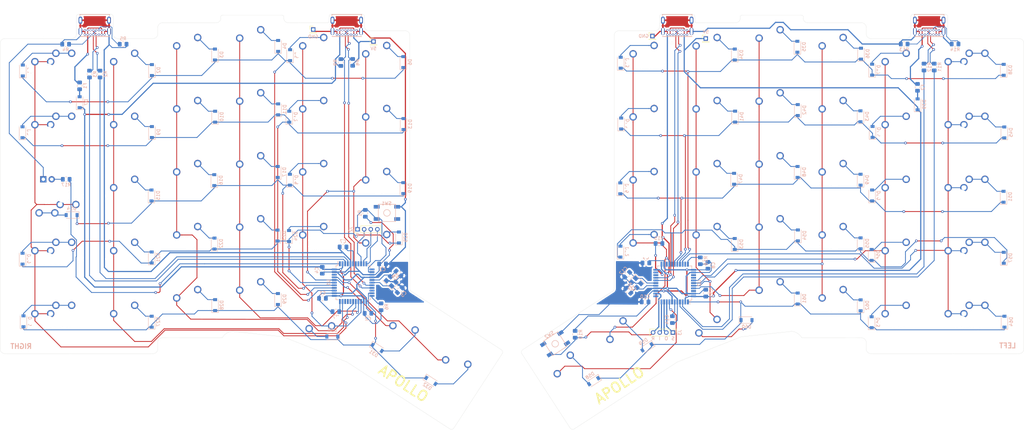
<source format=kicad_pcb>
(kicad_pcb (version 20171130) (host pcbnew 5.1.5)
  (layers (0 F.Cu signal) (31 B.Cu signal) (34 B.Paste user) (35 F.Paste user) (36 B.SilkS user) (37 F.SilkS user) (38 B.Mask user) (39 F.Mask user) (44 Edge.Cuts user))
  (net 0 "")
  (net 1 GND)
  (net 2 +5V)
  (net 3 "Net-(C5-Pad1)")
  (net 4 "Net-(C6-Pad1)")
  (net 5 "Net-(C7-Pad1)")
  (net 6 +5VA)
  (net 7 GNDA)
  (net 8 "Net-(C12-Pad1)")
  (net 9 "Net-(C13-Pad1)")
  (net 10 "Net-(C14-Pad1)")
  (net 11 Row0)
  (net 12 "Net-(D1-Pad2)")
  (net 13 "Net-(D2-Pad2)")
  (net 14 "Net-(D3-Pad2)")
  (net 15 "Net-(D4-Pad2)")
  (net 16 "Net-(D5-Pad2)")
  (net 17 "Net-(D6-Pad2)")
  (net 18 "Net-(D7-Pad2)")
  (net 19 Row1)
  (net 20 "Net-(D8-Pad2)")
  (net 21 "Net-(D9-Pad2)")
  (net 22 "Net-(D10-Pad2)")
  (net 23 "Net-(D11-Pad2)")
  (net 24 "Net-(D12-Pad2)")
  (net 25 Row2)
  (net 26 "Net-(D14-Pad2)")
  (net 27 "Net-(D15-Pad2)")
  (net 28 "Net-(D16-Pad2)")
  (net 29 "Net-(D17-Pad2)")
  (net 30 "Net-(D18-Pad2)")
  (net 31 "Net-(D19-Pad2)")
  (net 32 Row3)
  (net 33 "Net-(D20-Pad2)")
  (net 34 "Net-(D21-Pad2)")
  (net 35 "Net-(D22-Pad2)")
  (net 36 "Net-(D23-Pad2)")
  (net 37 "Net-(D24-Pad2)")
  (net 38 "Net-(D25-Pad2)")
  (net 39 Row4)
  (net 40 "Net-(D26-Pad2)")
  (net 41 "Net-(D27-Pad2)")
  (net 42 "Net-(D28-Pad2)")
  (net 43 "Net-(D29-Pad2)")
  (net 44 "Net-(D30-Pad2)")
  (net 45 "Net-(D31-Pad2)")
  (net 46 "Net-(D32-Pad2)")
  (net 47 "Net-(D33-Pad2)")
  (net 48 Row0_1)
  (net 49 "Net-(D34-Pad2)")
  (net 50 "Net-(D35-Pad2)")
  (net 51 "Net-(D36-Pad2)")
  (net 52 "Net-(D37-Pad2)")
  (net 53 "Net-(D38-Pad2)")
  (net 54 "Net-(D39-Pad2)")
  (net 55 Row1_1)
  (net 56 "Net-(D40-Pad2)")
  (net 57 "Net-(D41-Pad2)")
  (net 58 "Net-(D42-Pad2)")
  (net 59 "Net-(D43-Pad2)")
  (net 60 "Net-(D44-Pad2)")
  (net 61 Row2_1)
  (net 62 "Net-(D46-Pad2)")
  (net 63 "Net-(D47-Pad2)")
  (net 64 "Net-(D48-Pad2)")
  (net 65 "Net-(D49-Pad2)")
  (net 66 "Net-(D50-Pad2)")
  (net 67 "Net-(D51-Pad2)")
  (net 68 "Net-(D52-Pad2)")
  (net 69 Row3_1)
  (net 70 "Net-(D53-Pad2)")
  (net 71 "Net-(D54-Pad2)")
  (net 72 "Net-(D55-Pad2)")
  (net 73 "Net-(D56-Pad2)")
  (net 74 "Net-(D57-Pad2)")
  (net 75 "Net-(D58-Pad2)")
  (net 76 Row4_1)
  (net 77 "Net-(D59-Pad2)")
  (net 78 "Net-(D60-Pad2)")
  (net 79 "Net-(D61-Pad2)")
  (net 80 "Net-(D62-Pad2)")
  (net 81 "Net-(D63-Pad2)")
  (net 82 "Net-(D64-Pad2)")
  (net 83 MISO)
  (net 84 SCK)
  (net 85 MOSI)
  (net 86 RST)
  (net 87 RST_1)
  (net 88 MOSI_1)
  (net 89 SCK_1)
  (net 90 MISO_1)
  (net 91 Col0)
  (net 92 Col1)
  (net 93 Col2)
  (net 94 Col3)
  (net 95 Col4)
  (net 96 Col5)
  (net 97 Col6)
  (net 98 Col1_1)
  (net 99 Col2_1)
  (net 100 Col3_1)
  (net 101 Col4_1)
  (net 102 Col5_1)
  (net 103 Col6_1)
  (net 104 Col0_1)
  (net 105 "Net-(R3-Pad2)")
  (net 106 D+)
  (net 107 D-)
  (net 108 "Net-(R7-Pad2)")
  (net 109 SCL)
  (net 110 SDA)
  (net 111 "Net-(R12-Pad2)")
  (net 112 "Net-(R16-Pad2)")
  (net 113 "Net-(U2-Pad20)")
  (net 114 "Net-(U2-Pad42)")
  (net 115 SDA_1)
  (net 116 SCL_1)
  (net 117 CapsLED)
  (net 118 D1_+)
  (net 119 D1_-)
  (net 120 "Net-(D13-Pad2)")
  (net 121 "Net-(D45-Pad2)")
  (net 122 "Net-(F1-Pad2)")
  (net 123 "Net-(F2-Pad2)")
  (net 124 "Net-(R2-Pad2)")
  (net 125 "Net-(R6-Pad2)")
  (net 126 "Net-(R11-Pad2)")
  (net 127 "Net-(R15-Pad2)")
  (net 128 "Net-(U1-Pad8)")
  (net 129 "Net-(U1-Pad20)")
  (net 130 "Net-(U1-Pad29)")
  (net 131 "Net-(U1-Pad30)")
  (net 132 "Net-(U1-Pad31)")
  (net 133 "Net-(U1-Pad42)")
  (net 134 "Net-(U2-Pad37)")
  (net 135 "Net-(U2-Pad36)")
  (net 136 "Net-(U2-Pad32)")
  (net 137 "Net-(U2-Pad25)")
  (net 138 "Net-(U2-Pad21)")
  (net 139 "Net-(U2-Pad12)")
  (net 140 "Net-(U1-Pad12)")
  (net 141 "Net-(R4-Pad2)")
  (net 142 "Net-(R5-Pad2)")
  (net 143 "Net-(R13-Pad2)")
  (net 144 "Net-(R14-Pad2)")
  (net 145 "Net-(USB1-PadB8)")
  (net 146 "Net-(USB1-PadA8)")
  (net 147 "Net-(USB2-PadA5)")
  (net 148 "Net-(USB2-PadA8)")
  (net 149 "Net-(USB2-PadB5)")
  (net 150 "Net-(USB2-PadB8)")
  (net 151 "Net-(USB3-PadB8)")
  (net 152 "Net-(USB3-PadA8)")
  (net 153 "Net-(USB4-PadA5)")
  (net 154 "Net-(USB4-PadA8)")
  (net 155 "Net-(USB4-PadB5)")
  (net 156 "Net-(USB4-PadB8)")
  (net 157 "Net-(MX65-Pad3)")
  (module MX_Only:MXOnly-1U-NoLED (layer F.Cu) (at 135.5725 68.58)
    (fp_text reference MX4)
    (fp_text value MX-NoLED)
    (pad "" np_thru_hole circle (at 5.08 0 48.0996) (size 1.75 1.75) (drill 1.75) (layers *.Cu *.Mask))
    (pad "" np_thru_hole circle (at -5.08 0 48.0996) (size 1.75 1.75) (drill 1.75) (layers *.Cu *.Mask))
    (pad 1 thru_hole circle (at -3.81 -2.54) (size 2.25 2.25) (drill 1.47) (layers *.Cu B.Mask) (net 94 Col3))
    (pad "" np_thru_hole circle (at 0 0) (size 3.9878 3.9878) (drill 3.9878) (layers *.Cu *.Mask))
    (pad 2 thru_hole circle (at 2.54 -5.08) (size 2.25 2.25) (drill 1.47) (layers *.Cu B.Mask) (net 15 "Net-(D4-Pad2)"))
  )
  (module MX_Only:MXOnly-1.5U-NoLED (layer F.Cu) (at 354.5205 75.692)
    (fp_text reference MX37)
    (fp_text value MX-NoLED)
    (pad "" np_thru_hole circle (at 5.08 0 48.0996) (size 1.75 1.75) (drill 1.75) (layers *.Cu *.Mask))
    (pad "" np_thru_hole circle (at -5.08 0 48.0996) (size 1.75 1.75) (drill 1.75) (layers *.Cu *.Mask))
    (pad 1 thru_hole circle (at -3.81 -2.54) (size 2.25 2.25) (drill 1.47) (layers *.Cu B.Mask) (net 103 Col6_1))
    (pad "" np_thru_hole circle (at 0 0) (size 3.9878 3.9878) (drill 3.9878) (layers *.Cu *.Mask))
    (pad 2 thru_hole circle (at 2.54 -5.08) (size 2.25 2.25) (drill 1.47) (layers *.Cu B.Mask) (net 53 "Net-(D38-Pad2)"))
  )
  (module MX_Only:MXOnly-1U-NoLED (layer F.Cu) (at 173.6725 73.3425)
    (fp_text reference MX6)
    (fp_text value MX-NoLED)
    (pad "" np_thru_hole circle (at 5.08 0 48.0996) (size 1.75 1.75) (drill 1.75) (layers *.Cu *.Mask))
    (pad "" np_thru_hole circle (at -5.08 0 48.0996) (size 1.75 1.75) (drill 1.75) (layers *.Cu *.Mask))
    (pad 1 thru_hole circle (at -3.81 -2.54) (size 2.25 2.25) (drill 1.47) (layers *.Cu B.Mask) (net 96 Col5))
    (pad "" np_thru_hole circle (at 0 0) (size 3.9878 3.9878) (drill 3.9878) (layers *.Cu *.Mask))
    (pad 2 thru_hole circle (at 2.54 -5.08) (size 2.25 2.25) (drill 1.47) (layers *.Cu B.Mask) (net 17 "Net-(D6-Pad2)"))
  )
  (module Connector_PinHeader_2.00mm:PinHeader_1x01_P2.00mm_Vertical (layer F.Cu) (at 272.669 66.167)
    (fp_text reference 5V (at 0 -2.06) (layer B.SilkS) (effects (justify mirror)))
    (fp_text value TestPoint)
    (pad 1 thru_hole rect (at 0 0) (size 1.35 1.35) (drill 0.8) (layers *.Cu *.Mask) (net 6 +5VA))
  )
  (module Package_QFP:TQFP-44_10x10mm_P0.8mm (layer B.Cu) (at 263.271 140.081 90)
    (fp_text reference U2 (at 0 7.45 90) (layer B.SilkS) (effects (justify mirror)))
    (fp_text value ATmega32U4-MU)
    (pad 44 smd rect (at -4 5.7) (size 1.5 0.55) (layers B.Cu B.Paste B.Mask) (net 6 +5VA))
    (pad 43 smd rect (at -3.2 5.7) (size 1.5 0.55) (layers B.Cu B.Paste B.Mask) (net 7 GNDA))
    (pad 42 smd rect (at -2.4 5.7) (size 1.5 0.55) (layers B.Cu B.Paste B.Mask) (net 114 "Net-(U2-Pad42)"))
    (pad 41 smd rect (at -1.6 5.7) (size 1.5 0.55) (layers B.Cu B.Paste B.Mask) (net 100 Col3_1))
    (pad 40 smd rect (at -0.8 5.7) (size 1.5 0.55) (layers B.Cu B.Paste B.Mask) (net 99 Col2_1))
    (pad 39 smd rect (at 0 5.7) (size 1.5 0.55) (layers B.Cu B.Paste B.Mask) (net 101 Col4_1))
    (pad 38 smd rect (at 0.8 5.7) (size 1.5 0.55) (layers B.Cu B.Paste B.Mask) (net 102 Col5_1))
    (pad 37 smd rect (at 1.6 5.7) (size 1.5 0.55) (layers B.Cu B.Paste B.Mask) (net 134 "Net-(U2-Pad37)"))
    (pad 36 smd rect (at 2.4 5.7) (size 1.5 0.55) (layers B.Cu B.Paste B.Mask) (net 135 "Net-(U2-Pad36)"))
    (pad 35 smd rect (at 3.2 5.7) (size 1.5 0.55) (layers B.Cu B.Paste B.Mask) (net 7 GNDA))
    (pad 34 smd rect (at 4 5.7) (size 1.5 0.55) (layers B.Cu B.Paste B.Mask) (net 6 +5VA))
    (pad 33 smd rect (at 5.7 4 90) (size 1.5 0.55) (layers B.Cu B.Paste B.Mask) (net 112 "Net-(R16-Pad2)"))
    (pad 32 smd rect (at 5.7 3.2 90) (size 1.5 0.55) (layers B.Cu B.Paste B.Mask) (net 136 "Net-(U2-Pad32)"))
    (pad 31 smd rect (at 5.7 2.4 90) (size 1.5 0.55) (layers B.Cu B.Paste B.Mask) (net 103 Col6_1))
    (pad 30 smd rect (at 5.7 1.6 90) (size 1.5 0.55) (layers B.Cu B.Paste B.Mask) (net 48 Row0_1))
    (pad 29 smd rect (at 5.7 0.8 90) (size 1.5 0.55) (layers B.Cu B.Paste B.Mask) (net 55 Row1_1))
    (pad 28 smd rect (at 5.7 0 90) (size 1.5 0.55) (layers B.Cu B.Paste B.Mask) (net 61 Row2_1))
    (pad 27 smd rect (at 5.7 -0.8 90) (size 1.5 0.55) (layers B.Cu B.Paste B.Mask) (net 69 Row3_1))
    (pad 26 smd rect (at 5.7 -1.6 90) (size 1.5 0.55) (layers B.Cu B.Paste B.Mask) (net 98 Col1_1))
    (pad 25 smd rect (at 5.7 -2.4 90) (size 1.5 0.55) (layers B.Cu B.Paste B.Mask) (net 137 "Net-(U2-Pad25)"))
    (pad 24 smd rect (at 5.7 -3.2 90) (size 1.5 0.55) (layers B.Cu B.Paste B.Mask) (net 6 +5VA))
    (pad 23 smd rect (at 5.7 -4 90) (size 1.5 0.55) (layers B.Cu B.Paste B.Mask) (net 7 GNDA))
    (pad 22 smd rect (at 4 -5.7) (size 1.5 0.55) (layers B.Cu B.Paste B.Mask) (net 127 "Net-(R15-Pad2)"))
    (pad 21 smd rect (at 3.2 -5.7) (size 1.5 0.55) (layers B.Cu B.Paste B.Mask) (net 138 "Net-(U2-Pad21)"))
    (pad 20 smd rect (at 2.4 -5.7) (size 1.5 0.55) (layers B.Cu B.Paste B.Mask) (net 113 "Net-(U2-Pad20)"))
    (pad 19 smd rect (at 1.6 -5.7) (size 1.5 0.55) (layers B.Cu B.Paste B.Mask) (net 115 SDA_1))
    (pad 18 smd rect (at 0.8 -5.7) (size 1.5 0.55) (layers B.Cu B.Paste B.Mask) (net 116 SCL_1))
    (pad 17 smd rect (at 0 -5.7) (size 1.5 0.55) (layers B.Cu B.Paste B.Mask) (net 8 "Net-(C12-Pad1)"))
    (pad 16 smd rect (at -0.8 -5.7) (size 1.5 0.55) (layers B.Cu B.Paste B.Mask) (net 9 "Net-(C13-Pad1)"))
    (pad 15 smd rect (at -1.6 -5.7) (size 1.5 0.55) (layers B.Cu B.Paste B.Mask) (net 7 GNDA))
    (pad 14 smd rect (at -2.4 -5.7) (size 1.5 0.55) (layers B.Cu B.Paste B.Mask) (net 6 +5VA))
    (pad 13 smd rect (at -3.2 -5.7) (size 1.5 0.55) (layers B.Cu B.Paste B.Mask) (net 87 RST_1))
    (pad 12 smd rect (at -4 -5.7) (size 1.5 0.55) (layers B.Cu B.Paste B.Mask) (net 139 "Net-(U2-Pad12)"))
    (pad 11 smd rect (at -5.7 -4 90) (size 1.5 0.55) (layers B.Cu B.Paste B.Mask) (net 90 MISO_1))
    (pad 10 smd rect (at -5.7 -3.2 90) (size 1.5 0.55) (layers B.Cu B.Paste B.Mask) (net 88 MOSI_1))
    (pad 9 smd rect (at -5.7 -2.4 90) (size 1.5 0.55) (layers B.Cu B.Paste B.Mask) (net 89 SCK_1))
    (pad 8 smd rect (at -5.7 -1.6 90) (size 1.5 0.55) (layers B.Cu B.Paste B.Mask) (net 104 Col0_1))
    (pad 7 smd rect (at -5.7 -0.8 90) (size 1.5 0.55) (layers B.Cu B.Paste B.Mask) (net 6 +5VA))
    (pad 6 smd rect (at -5.7 0 90) (size 1.5 0.55) (layers B.Cu B.Paste B.Mask) (net 10 "Net-(C14-Pad1)"))
    (pad 5 smd rect (at -5.7 0.8 90) (size 1.5 0.55) (layers B.Cu B.Paste B.Mask) (net 7 GNDA))
    (pad 4 smd rect (at -5.7 1.6 90) (size 1.5 0.55) (layers B.Cu B.Paste B.Mask) (net 118 D1_+))
    (pad 3 smd rect (at -5.7 2.4 90) (size 1.5 0.55) (layers B.Cu B.Paste B.Mask) (net 119 D1_-))
    (pad 2 smd rect (at -5.7 3.2 90) (size 1.5 0.55) (layers B.Cu B.Paste B.Mask) (net 6 +5VA))
    (pad 1 smd rect (at -5.7 4 90) (size 1.5 0.55) (layers B.Cu B.Paste B.Mask) (net 76 Row4_1))
  )
  (module MX_Only:MXOnly-1U-NoLED (layer F.Cu) (at 254.508 73.3298)
    (fp_text reference MX32)
    (fp_text value MX-NoLED)
    (pad "" np_thru_hole circle (at 5.08 0 48.0996) (size 1.75 1.75) (drill 1.75) (layers *.Cu *.Mask))
    (pad "" np_thru_hole circle (at -5.08 0 48.0996) (size 1.75 1.75) (drill 1.75) (layers *.Cu *.Mask))
    (pad 1 thru_hole circle (at -3.81 -2.54) (size 2.25 2.25) (drill 1.47) (layers *.Cu B.Mask) (net 98 Col1_1))
    (pad "" np_thru_hole circle (at 0 0) (size 3.9878 3.9878) (drill 3.9878) (layers *.Cu *.Mask))
    (pad 2 thru_hole circle (at 2.54 -5.08) (size 2.25 2.25) (drill 1.47) (layers *.Cu B.Mask) (net 47 "Net-(D33-Pad2)"))
  )
  (module USBC:GCT_USB4085-GF-A_REVA (layer B.Cu) (at 164.1348 60.96)
    (fp_text reference USB2 (at -1.097425 6.515415) (layer B.SilkS) (effects (font (size 1.00015 1.00015) (thickness 0.015)) (justify mirror)))
    (fp_text value USB4085-GF-A_REVA)
    (pad A1 thru_hole circle (at -2.975 4.025) (size 0.65 0.65) (drill 0.4) (layers *.Cu *.Mask) (net 1 GND))
    (pad A4 thru_hole circle (at -2.125 4.025) (size 0.65 0.65) (drill 0.4) (layers *.Cu *.Mask) (net 2 +5V))
    (pad A5 thru_hole circle (at -1.275 4.025) (size 0.65 0.65) (drill 0.4) (layers *.Cu *.Mask) (net 147 "Net-(USB2-PadA5)"))
    (pad A6 thru_hole circle (at -0.425 4.025) (size 0.65 0.65) (drill 0.4) (layers *.Cu *.Mask) (net 109 SCL))
    (pad A7 thru_hole circle (at 0.425 4.025) (size 0.65 0.65) (drill 0.4) (layers *.Cu *.Mask) (net 110 SDA))
    (pad A8 thru_hole circle (at 1.275 4.025) (size 0.65 0.65) (drill 0.4) (layers *.Cu *.Mask) (net 148 "Net-(USB2-PadA8)"))
    (pad A9 thru_hole circle (at 2.125 4.025) (size 0.65 0.65) (drill 0.4) (layers *.Cu *.Mask) (net 2 +5V))
    (pad A12 thru_hole circle (at 2.975 4.025) (size 0.65 0.65) (drill 0.4) (layers *.Cu *.Mask) (net 1 GND))
    (pad B1 thru_hole circle (at 2.975 2.675) (size 0.65 0.65) (drill 0.4) (layers *.Cu *.Mask) (net 1 GND))
    (pad B4 thru_hole circle (at 2.125 2.675) (size 0.65 0.65) (drill 0.4) (layers *.Cu *.Mask) (net 2 +5V))
    (pad B5 thru_hole circle (at 1.275 2.675) (size 0.65 0.65) (drill 0.4) (layers *.Cu *.Mask) (net 149 "Net-(USB2-PadB5)"))
    (pad B6 thru_hole circle (at 0.425 2.675) (size 0.65 0.65) (drill 0.4) (layers *.Cu *.Mask) (net 109 SCL))
    (pad B7 thru_hole circle (at -0.425 2.675) (size 0.65 0.65) (drill 0.4) (layers *.Cu *.Mask) (net 110 SDA))
    (pad B8 thru_hole circle (at -1.275 2.675) (size 0.65 0.65) (drill 0.4) (layers *.Cu *.Mask) (net 150 "Net-(USB2-PadB8)"))
    (pad B9 thru_hole circle (at -2.125 2.675) (size 0.65 0.65) (drill 0.4) (layers *.Cu *.Mask) (net 2 +5V))
    (pad B12 thru_hole circle (at -2.975 2.675) (size 0.65 0.65) (drill 0.4) (layers *.Cu *.Mask) (net 1 GND))
    (pad P1 thru_hole oval (at -4.325 3.045) (size 1.108 2.216) (drill oval 0.6 2.1) (layers *.Cu *.Mask) (net 1 GND))
    (pad P2 thru_hole oval (at 4.325 3.045) (size 1.108 2.216) (drill oval 0.6 2.1) (layers *.Cu *.Mask) (net 1 GND))
    (pad P3 thru_hole oval (at 4.325 -0.335) (size 1.108 2.216) (drill oval 0.6 1.4) (layers *.Cu *.Mask) (net 1 GND))
    (pad P4 thru_hole oval (at -4.325 -0.335) (size 1.108 2.216) (drill oval 0.6 1.4) (layers *.Cu *.Mask) (net 1 GND))
  )
  (module USBC:GCT_USB4085-GF-A_REVA (layer B.Cu) (at 87.9348 60.96)
    (fp_text reference USB1 (at -1.097425 6.515415) (layer B.SilkS) (effects (font (size 1.00015 1.00015) (thickness 0.015)) (justify mirror)))
    (fp_text value USB4085-GF-A_REVA)
    (pad A1 thru_hole circle (at -2.975 4.025) (size 0.65 0.65) (drill 0.4) (layers *.Cu *.Mask) (net 1 GND))
    (pad A4 thru_hole circle (at -2.125 4.025) (size 0.65 0.65) (drill 0.4) (layers *.Cu *.Mask) (net 122 "Net-(F1-Pad2)"))
    (pad A5 thru_hole circle (at -1.275 4.025) (size 0.65 0.65) (drill 0.4) (layers *.Cu *.Mask) (net 141 "Net-(R4-Pad2)"))
    (pad A6 thru_hole circle (at -0.425 4.025) (size 0.65 0.65) (drill 0.4) (layers *.Cu *.Mask) (net 124 "Net-(R2-Pad2)"))
    (pad A7 thru_hole circle (at 0.425 4.025) (size 0.65 0.65) (drill 0.4) (layers *.Cu *.Mask) (net 105 "Net-(R3-Pad2)"))
    (pad A8 thru_hole circle (at 1.275 4.025) (size 0.65 0.65) (drill 0.4) (layers *.Cu *.Mask) (net 146 "Net-(USB1-PadA8)"))
    (pad A9 thru_hole circle (at 2.125 4.025) (size 0.65 0.65) (drill 0.4) (layers *.Cu *.Mask) (net 122 "Net-(F1-Pad2)"))
    (pad A12 thru_hole circle (at 2.975 4.025) (size 0.65 0.65) (drill 0.4) (layers *.Cu *.Mask) (net 1 GND))
    (pad B1 thru_hole circle (at 2.975 2.675) (size 0.65 0.65) (drill 0.4) (layers *.Cu *.Mask) (net 1 GND))
    (pad B4 thru_hole circle (at 2.125 2.675) (size 0.65 0.65) (drill 0.4) (layers *.Cu *.Mask) (net 122 "Net-(F1-Pad2)"))
    (pad B5 thru_hole circle (at 1.275 2.675) (size 0.65 0.65) (drill 0.4) (layers *.Cu *.Mask) (net 142 "Net-(R5-Pad2)"))
    (pad B6 thru_hole circle (at 0.425 2.675) (size 0.65 0.65) (drill 0.4) (layers *.Cu *.Mask) (net 124 "Net-(R2-Pad2)"))
    (pad B7 thru_hole circle (at -0.425 2.675) (size 0.65 0.65) (drill 0.4) (layers *.Cu *.Mask) (net 105 "Net-(R3-Pad2)"))
    (pad B8 thru_hole circle (at -1.275 2.675) (size 0.65 0.65) (drill 0.4) (layers *.Cu *.Mask) (net 145 "Net-(USB1-PadB8)"))
    (pad B9 thru_hole circle (at -2.125 2.675) (size 0.65 0.65) (drill 0.4) (layers *.Cu *.Mask) (net 122 "Net-(F1-Pad2)"))
    (pad B12 thru_hole circle (at -2.975 2.675) (size 0.65 0.65) (drill 0.4) (layers *.Cu *.Mask) (net 1 GND))
    (pad P1 thru_hole oval (at -4.325 3.045) (size 1.108 2.216) (drill oval 0.6 2.1) (layers *.Cu *.Mask) (net 1 GND))
    (pad P2 thru_hole oval (at 4.325 3.045) (size 1.108 2.216) (drill oval 0.6 2.1) (layers *.Cu *.Mask) (net 1 GND))
    (pad P3 thru_hole oval (at 4.325 -0.335) (size 1.108 2.216) (drill oval 0.6 1.4) (layers *.Cu *.Mask) (net 1 GND))
    (pad P4 thru_hole oval (at -4.325 -0.335) (size 1.108 2.216) (drill oval 0.6 1.4) (layers *.Cu *.Mask) (net 1 GND))
  )
  (module locallib:SKQGADE010 (layer B.Cu) (at 176.276 118.872)
    (fp_text reference SW1 (at -0.117003 -2.861762) (layer B.SilkS) (effects (justify mirror)))
    (fp_text value SW_Push)
    (pad 4 smd rect (at -3.1 -1.85) (size 1.8 1.1) (layers B.Cu B.Paste B.Mask))
    (pad 3 smd rect (at 3.1 1.85) (size 1.8 1.1) (layers B.Cu B.Paste B.Mask))
    (pad 2 smd rect (at -3.1 1.85) (size 1.8 1.1) (layers B.Cu B.Paste B.Mask) (net 86 RST))
    (pad 1 smd rect (at 3.1 -1.85) (size 1.8 1.1) (layers B.Cu B.Paste B.Mask) (net 1 GND))
  )
  (module locallib:SKQGADE010 (layer B.Cu) (at 227.1395 158.4325 33)
    (fp_text reference SW2 (at -0.021036 -3.208837 33) (layer B.SilkS) (effects (justify mirror)))
    (fp_text value SW_Push)
    (pad 4 smd rect (at -3.1 -1.85 33) (size 1.8 1.1) (layers B.Cu B.Paste B.Mask))
    (pad 3 smd rect (at 3.1 1.85 33) (size 1.8 1.1) (layers B.Cu B.Paste B.Mask))
    (pad 2 smd rect (at -3.1 1.85 33) (size 1.8 1.1) (layers B.Cu B.Paste B.Mask) (net 87 RST_1))
    (pad 1 smd rect (at 3.1 -1.85 33) (size 1.8 1.1) (layers B.Cu B.Paste B.Mask) (net 7 GNDA))
  )
  (module MX_Only:MXOnly-1U-NoLED (layer F.Cu) (at 271.7292 149.606 195)
    (fp_text reference MX58)
    (fp_text value MX-NoLED)
    (pad "" np_thru_hole circle (at 5.08 0 243.0996) (size 1.75 1.75) (drill 1.75) (layers *.Cu *.Mask))
    (pad "" np_thru_hole circle (at -5.08 0 243.0996) (size 1.75 1.75) (drill 1.75) (layers *.Cu *.Mask))
    (pad 1 thru_hole circle (at -3.81 -2.54 195) (size 2.25 2.25) (drill 1.47) (layers *.Cu B.Mask) (net 99 Col2_1))
    (pad "" np_thru_hole circle (at 0 0 195) (size 3.9878 3.9878) (drill 3.9878) (layers *.Cu *.Mask))
    (pad 2 thru_hole circle (at 2.54 -5.08 195) (size 2.25 2.25) (drill 1.47) (layers *.Cu B.Mask) (net 78 "Net-(D60-Pad2)"))
  )
  (module MX_Only:MXOnly-1U-NoLED (layer F.Cu) (at 292.608 144.78)
    (fp_text reference MX59)
    (fp_text value MX-NoLED)
    (pad "" np_thru_hole circle (at 5.08 0 48.0996) (size 1.75 1.75) (drill 1.75) (layers *.Cu *.Mask))
    (pad "" np_thru_hole circle (at -5.08 0 48.0996) (size 1.75 1.75) (drill 1.75) (layers *.Cu *.Mask))
    (pad 1 thru_hole circle (at -3.81 -2.54) (size 2.25 2.25) (drill 1.47) (layers *.Cu B.Mask) (net 100 Col3_1))
    (pad "" np_thru_hole circle (at 0 0) (size 3.9878 3.9878) (drill 3.9878) (layers *.Cu *.Mask))
    (pad 2 thru_hole circle (at 2.54 -5.08) (size 2.25 2.25) (drill 1.47) (layers *.Cu B.Mask) (net 79 "Net-(D61-Pad2)"))
  )
  (module Package_QFP:TQFP-44_10x10mm_P0.8mm (layer B.Cu) (at 166.0525 139.954 270)
    (fp_text reference U1 (at 0 7.45 90) (layer B.SilkS) (effects (justify mirror)))
    (fp_text value ATmega32U4-MU)
    (pad 1 smd rect (at -5.7 4 270) (size 1.5 0.55) (layers B.Cu B.Paste B.Mask) (net 117 CapsLED))
    (pad 2 smd rect (at -5.7 3.2 270) (size 1.5 0.55) (layers B.Cu B.Paste B.Mask) (net 2 +5V))
    (pad 3 smd rect (at -5.7 2.4 270) (size 1.5 0.55) (layers B.Cu B.Paste B.Mask) (net 107 D-))
    (pad 4 smd rect (at -5.7 1.6 270) (size 1.5 0.55) (layers B.Cu B.Paste B.Mask) (net 106 D+))
    (pad 5 smd rect (at -5.7 0.8 270) (size 1.5 0.55) (layers B.Cu B.Paste B.Mask) (net 1 GND))
    (pad 6 smd rect (at -5.7 0 270) (size 1.5 0.55) (layers B.Cu B.Paste B.Mask) (net 5 "Net-(C7-Pad1)"))
    (pad 7 smd rect (at -5.7 -0.8 270) (size 1.5 0.55) (layers B.Cu B.Paste B.Mask) (net 2 +5V))
    (pad 8 smd rect (at -5.7 -1.6 270) (size 1.5 0.55) (layers B.Cu B.Paste B.Mask) (net 128 "Net-(U1-Pad8)"))
    (pad 9 smd rect (at -5.7 -2.4 270) (size 1.5 0.55) (layers B.Cu B.Paste B.Mask) (net 84 SCK))
    (pad 10 smd rect (at -5.7 -3.2 270) (size 1.5 0.55) (layers B.Cu B.Paste B.Mask) (net 85 MOSI))
    (pad 11 smd rect (at -5.7 -4 270) (size 1.5 0.55) (layers B.Cu B.Paste B.Mask) (net 83 MISO))
    (pad 12 smd rect (at -4 -5.7 180) (size 1.5 0.55) (layers B.Cu B.Paste B.Mask) (net 140 "Net-(U1-Pad12)"))
    (pad 13 smd rect (at -3.2 -5.7 180) (size 1.5 0.55) (layers B.Cu B.Paste B.Mask) (net 86 RST))
    (pad 14 smd rect (at -2.4 -5.7 180) (size 1.5 0.55) (layers B.Cu B.Paste B.Mask) (net 2 +5V))
    (pad 15 smd rect (at -1.6 -5.7 180) (size 1.5 0.55) (layers B.Cu B.Paste B.Mask) (net 1 GND))
    (pad 16 smd rect (at -0.8 -5.7 180) (size 1.5 0.55) (layers B.Cu B.Paste B.Mask) (net 4 "Net-(C6-Pad1)"))
    (pad 17 smd rect (at 0 -5.7 180) (size 1.5 0.55) (layers B.Cu B.Paste B.Mask) (net 3 "Net-(C5-Pad1)"))
    (pad 18 smd rect (at 0.8 -5.7 180) (size 1.5 0.55) (layers B.Cu B.Paste B.Mask) (net 109 SCL))
    (pad 19 smd rect (at 1.6 -5.7 180) (size 1.5 0.55) (layers B.Cu B.Paste B.Mask) (net 110 SDA))
    (pad 20 smd rect (at 2.4 -5.7 180) (size 1.5 0.55) (layers B.Cu B.Paste B.Mask) (net 129 "Net-(U1-Pad20)"))
    (pad 21 smd rect (at 3.2 -5.7 180) (size 1.5 0.55) (layers B.Cu B.Paste B.Mask) (net 39 Row4))
    (pad 22 smd rect (at 4 -5.7 180) (size 1.5 0.55) (layers B.Cu B.Paste B.Mask) (net 125 "Net-(R6-Pad2)"))
    (pad 23 smd rect (at 5.7 -4 270) (size 1.5 0.55) (layers B.Cu B.Paste B.Mask) (net 1 GND))
    (pad 24 smd rect (at 5.7 -3.2 270) (size 1.5 0.55) (layers B.Cu B.Paste B.Mask) (net 2 +5V))
    (pad 25 smd rect (at 5.7 -2.4 270) (size 1.5 0.55) (layers B.Cu B.Paste B.Mask) (net 95 Col4))
    (pad 26 smd rect (at 5.7 -1.6 270) (size 1.5 0.55) (layers B.Cu B.Paste B.Mask) (net 94 Col3))
    (pad 27 smd rect (at 5.7 -0.8 270) (size 1.5 0.55) (layers B.Cu B.Paste B.Mask) (net 93 Col2))
    (pad 28 smd rect (at 5.7 0 270) (size 1.5 0.55) (layers B.Cu B.Paste B.Mask) (net 92 Col1))
    (pad 29 smd rect (at 5.7 0.8 270) (size 1.5 0.55) (layers B.Cu B.Paste B.Mask) (net 130 "Net-(U1-Pad29)"))
    (pad 30 smd rect (at 5.7 1.6 270) (size 1.5 0.55) (layers B.Cu B.Paste B.Mask) (net 131 "Net-(U1-Pad30)"))
    (pad 31 smd rect (at 5.7 2.4 270) (size 1.5 0.55) (layers B.Cu B.Paste B.Mask) (net 132 "Net-(U1-Pad31)"))
    (pad 32 smd rect (at 5.7 3.2 270) (size 1.5 0.55) (layers B.Cu B.Paste B.Mask) (net 91 Col0))
    (pad 33 smd rect (at 5.7 4 270) (size 1.5 0.55) (layers B.Cu B.Paste B.Mask) (net 108 "Net-(R7-Pad2)"))
    (pad 34 smd rect (at 4 5.7 180) (size 1.5 0.55) (layers B.Cu B.Paste B.Mask) (net 2 +5V))
    (pad 35 smd rect (at 3.2 5.7 180) (size 1.5 0.55) (layers B.Cu B.Paste B.Mask) (net 1 GND))
    (pad 36 smd rect (at 2.4 5.7 180) (size 1.5 0.55) (layers B.Cu B.Paste B.Mask) (net 11 Row0))
    (pad 37 smd rect (at 1.6 5.7 180) (size 1.5 0.55) (layers B.Cu B.Paste B.Mask) (net 19 Row1))
    (pad 38 smd rect (at 0.8 5.7 180) (size 1.5 0.55) (layers B.Cu B.Paste B.Mask) (net 25 Row2))
    (pad 39 smd rect (at 0 5.7 180) (size 1.5 0.55) (layers B.Cu B.Paste B.Mask) (net 32 Row3))
    (pad 40 smd rect (at -0.8 5.7 180) (size 1.5 0.55) (layers B.Cu B.Paste B.Mask) (net 96 Col5))
    (pad 41 smd rect (at -1.6 5.7 180) (size 1.5 0.55) (layers B.Cu B.Paste B.Mask) (net 97 Col6))
    (pad 42 smd rect (at -2.4 5.7 180) (size 1.5 0.55) (layers B.Cu B.Paste B.Mask) (net 133 "Net-(U1-Pad42)"))
    (pad 43 smd rect (at -3.2 5.7 180) (size 1.5 0.55) (layers B.Cu B.Paste B.Mask) (net 1 GND))
    (pad 44 smd rect (at -4 5.7 180) (size 1.5 0.55) (layers B.Cu B.Paste B.Mask) (net 2 +5V))
  )
  (module Capacitor_SMD:C_0805_2012Metric_Pad1.15x1.40mm_HandSolder (layer B.Cu) (at 254.5588 134.0104 180)
    (fp_text reference C9 (at 0 1.65) (layer B.SilkS) (effects (justify mirror)))
    (fp_text value 0.1uF)
    (pad 2 smd roundrect (at 1.025 0 180) (size 1.15 1.4) (layers B.Cu B.Paste B.Mask) (roundrect_rratio 0.217391) (net 7 GNDA))
    (pad 1 smd roundrect (at -1.025 0 180) (size 1.15 1.4) (layers B.Cu B.Paste B.Mask) (roundrect_rratio 0.217391) (net 6 +5VA))
  )
  (module MX_Only:MXOnly-1U-NoLED (layer F.Cu) (at 156.5275 149.606 165)
    (fp_text reference MX29)
    (fp_text value MX-NoLED)
    (pad "" np_thru_hole circle (at 5.08 0 213.0996) (size 1.75 1.75) (drill 1.75) (layers *.Cu *.Mask))
    (pad "" np_thru_hole circle (at -5.08 0 213.0996) (size 1.75 1.75) (drill 1.75) (layers *.Cu *.Mask))
    (pad 1 thru_hole circle (at -3.81 -2.54 165) (size 2.25 2.25) (drill 1.47) (layers *.Cu B.Mask) (net 95 Col4))
    (pad "" np_thru_hole circle (at 0 0 165) (size 3.9878 3.9878) (drill 3.9878) (layers *.Cu *.Mask))
    (pad 2 thru_hole circle (at 2.54 -5.08 165) (size 2.25 2.25) (drill 1.47) (layers *.Cu B.Mask) (net 44 "Net-(D30-Pad2)"))
  )
  (module MX_Only:MXOnly-1U-NoLED (layer F.Cu) (at 173.6725 130.4925)
    (fp_text reference MX24)
    (fp_text value MX-NoLED)
    (pad 2 thru_hole circle (at 2.54 -5.08) (size 2.25 2.25) (drill 1.47) (layers *.Cu B.Mask) (net 38 "Net-(D25-Pad2)"))
    (pad "" np_thru_hole circle (at 0 0) (size 3.9878 3.9878) (drill 3.9878) (layers *.Cu *.Mask))
    (pad 1 thru_hole circle (at -3.81 -2.54) (size 2.25 2.25) (drill 1.47) (layers *.Cu B.Mask) (net 96 Col5))
    (pad "" np_thru_hole circle (at -5.08 0 48.0996) (size 1.75 1.75) (drill 1.75) (layers *.Cu *.Mask))
    (pad "" np_thru_hole circle (at 5.08 0 48.0996) (size 1.75 1.75) (drill 1.75) (layers *.Cu *.Mask))
  )
  (module MX_Only:MXOnly-1U-NoLED (layer F.Cu) (at 154.6225 128.0795)
    (fp_text reference MX23)
    (fp_text value MX-NoLED)
    (pad "" np_thru_hole circle (at 5.08 0 48.0996) (size 1.75 1.75) (drill 1.75) (layers *.Cu *.Mask))
    (pad "" np_thru_hole circle (at -5.08 0 48.0996) (size 1.75 1.75) (drill 1.75) (layers *.Cu *.Mask))
    (pad 1 thru_hole circle (at -3.81 -2.54) (size 2.25 2.25) (drill 1.47) (layers *.Cu B.Mask) (net 95 Col4))
    (pad "" np_thru_hole circle (at 0 0) (size 3.9878 3.9878) (drill 3.9878) (layers *.Cu *.Mask))
    (pad 2 thru_hole circle (at 2.54 -5.08) (size 2.25 2.25) (drill 1.47) (layers *.Cu B.Mask) (net 37 "Net-(D24-Pad2)"))
  )
  (module MX_Only:MXOnly-1U-NoLED (layer F.Cu) (at 78.4225 75.692)
    (fp_text reference MX63)
    (fp_text value MX-NoLED)
    (pad "" np_thru_hole circle (at 5.08 0 48.0996) (size 1.75 1.75) (drill 1.75) (layers *.Cu *.Mask))
    (pad "" np_thru_hole circle (at -5.08 0 48.0996) (size 1.75 1.75) (drill 1.75) (layers *.Cu *.Mask))
    (pad 1 thru_hole circle (at -3.81 -2.54) (size 2.25 2.25) (drill 1.47) (layers *.Cu B.Mask) (net 91 Col0))
    (pad "" np_thru_hole circle (at 0 0) (size 3.9878 3.9878) (drill 3.9878) (layers *.Cu *.Mask))
    (pad 2 thru_hole circle (at 2.54 -5.08) (size 2.25 2.25) (drill 1.47) (layers *.Cu B.Mask) (net 12 "Net-(D1-Pad2)"))
  )
  (module MX_Only:MXOnly-1U-NoLED (layer F.Cu) (at 254.508 111.4425)
    (fp_text reference MX44)
    (fp_text value MX-NoLED)
    (pad "" np_thru_hole circle (at 5.08 0 48.0996) (size 1.75 1.75) (drill 1.75) (layers *.Cu *.Mask))
    (pad "" np_thru_hole circle (at -5.08 0 48.0996) (size 1.75 1.75) (drill 1.75) (layers *.Cu *.Mask))
    (pad 1 thru_hole circle (at -3.81 -2.54) (size 2.25 2.25) (drill 1.47) (layers *.Cu B.Mask) (net 98 Col1_1))
    (pad "" np_thru_hole circle (at 0 0) (size 3.9878 3.9878) (drill 3.9878) (layers *.Cu *.Mask))
    (pad 2 thru_hole circle (at 2.54 -5.08) (size 2.25 2.25) (drill 1.47) (layers *.Cu B.Mask) (net 62 "Net-(D46-Pad2)"))
  )
  (module MX_Only:MXOnly-1U-NoLED (layer F.Cu) (at 154.6225 70.9295)
    (fp_text reference MX5)
    (fp_text value MX-NoLED)
    (pad 2 thru_hole circle (at 2.54 -5.08) (size 2.25 2.25) (drill 1.47) (layers *.Cu B.Mask) (net 16 "Net-(D5-Pad2)"))
    (pad "" np_thru_hole circle (at 0 0) (size 3.9878 3.9878) (drill 3.9878) (layers *.Cu *.Mask))
    (pad 1 thru_hole circle (at -3.81 -2.54) (size 2.25 2.25) (drill 1.47) (layers *.Cu B.Mask) (net 95 Col4))
    (pad "" np_thru_hole circle (at -5.08 0 48.0996) (size 1.75 1.75) (drill 1.75) (layers *.Cu *.Mask))
    (pad "" np_thru_hole circle (at 5.08 0 48.0996) (size 1.75 1.75) (drill 1.75) (layers *.Cu *.Mask))
  )
  (module Resistor_SMD:R_0805_2012Metric_Pad1.15x1.40mm_HandSolder (layer B.Cu) (at 169.7355 118.999 270)
    (fp_text reference R1 (at 0 1.65 90) (layer B.SilkS) (effects (justify mirror)))
    (fp_text value 10k)
    (pad 2 smd roundrect (at 1.025 0 270) (size 1.15 1.4) (layers B.Cu B.Paste B.Mask) (roundrect_rratio 0.217391) (net 2 +5V))
    (pad 1 smd roundrect (at -1.025 0 270) (size 1.15 1.4) (layers B.Cu B.Paste B.Mask) (roundrect_rratio 0.217391) (net 86 RST))
  )
  (module MX_Only:MXOnly-1U-NoLED (layer F.Cu) (at 135.5725 125.73)
    (fp_text reference MX22)
    (fp_text value MX-NoLED)
    (pad 2 thru_hole circle (at 2.54 -5.08) (size 2.25 2.25) (drill 1.47) (layers *.Cu B.Mask) (net 36 "Net-(D23-Pad2)"))
    (pad "" np_thru_hole circle (at 0 0) (size 3.9878 3.9878) (drill 3.9878) (layers *.Cu *.Mask))
    (pad 1 thru_hole circle (at -3.81 -2.54) (size 2.25 2.25) (drill 1.47) (layers *.Cu B.Mask) (net 94 Col3))
    (pad "" np_thru_hole circle (at -5.08 0 48.0996) (size 1.75 1.75) (drill 1.75) (layers *.Cu *.Mask))
    (pad "" np_thru_hole circle (at 5.08 0 48.0996) (size 1.75 1.75) (drill 1.75) (layers *.Cu *.Mask))
  )
  (module MX_Only:MXOnly-1U-NoLED (layer F.Cu) (at 254.508 130.4925)
    (fp_text reference MX50)
    (fp_text value MX-NoLED)
    (pad 2 thru_hole circle (at 2.54 -5.08) (size 2.25 2.25) (drill 1.47) (layers *.Cu B.Mask) (net 68 "Net-(D52-Pad2)"))
    (pad "" np_thru_hole circle (at 0 0) (size 3.9878 3.9878) (drill 3.9878) (layers *.Cu *.Mask))
    (pad 1 thru_hole circle (at -3.81 -2.54) (size 2.25 2.25) (drill 1.47) (layers *.Cu B.Mask) (net 98 Col1_1))
    (pad "" np_thru_hole circle (at -5.08 0 48.0996) (size 1.75 1.75) (drill 1.75) (layers *.Cu *.Mask))
    (pad "" np_thru_hole circle (at 5.08 0 48.0996) (size 1.75 1.75) (drill 1.75) (layers *.Cu *.Mask))
  )
  (module Diode_SMD:D_SOD-123 (layer B.Cu) (at 66.1924 75.819 90)
    (fp_text reference D1 (at 0 2 270) (layer B.SilkS) (effects (justify mirror)))
    (fp_text value D_Small)
    (pad 1 smd rect (at -1.65 0 90) (size 0.9 1.2) (layers B.Cu B.Paste B.Mask) (net 11 Row0))
    (pad 2 smd rect (at 1.65 0 90) (size 0.9 1.2) (layers B.Cu B.Paste B.Mask) (net 12 "Net-(D1-Pad2)"))
  )
  (module Diode_SMD:D_SOD-123 (layer B.Cu) (at 105.2195 75.691 90)
    (fp_text reference D2 (at 0 2 270) (layer B.SilkS) (effects (justify mirror)))
    (fp_text value D_Small)
    (pad 1 smd rect (at -1.65 0 90) (size 0.9 1.2) (layers B.Cu B.Paste B.Mask) (net 11 Row0))
    (pad 2 smd rect (at 1.65 0 90) (size 0.9 1.2) (layers B.Cu B.Paste B.Mask) (net 13 "Net-(D2-Pad2)"))
  )
  (module Diode_SMD:D_SOD-123 (layer B.Cu) (at 124.2695 70.992 90)
    (fp_text reference D3 (at 0 2 270) (layer B.SilkS) (effects (justify mirror)))
    (fp_text value D_Small)
    (pad 2 smd rect (at 1.65 0 90) (size 0.9 1.2) (layers B.Cu B.Paste B.Mask) (net 14 "Net-(D3-Pad2)"))
    (pad 1 smd rect (at -1.65 0 90) (size 0.9 1.2) (layers B.Cu B.Paste B.Mask) (net 11 Row0))
  )
  (module Diode_SMD:D_SOD-123 (layer B.Cu) (at 143.383 68.3895 90)
    (fp_text reference D4 (at 0 2 270) (layer B.SilkS) (effects (justify mirror)))
    (fp_text value D_Small)
    (pad 2 smd rect (at 1.65 0 90) (size 0.9 1.2) (layers B.Cu B.Paste B.Mask) (net 15 "Net-(D4-Pad2)"))
    (pad 1 smd rect (at -1.65 0 90) (size 0.9 1.2) (layers B.Cu B.Paste B.Mask) (net 11 Row0))
  )
  (module Diode_SMD:D_SOD-123 (layer B.Cu) (at 147.0025 71.1835 90)
    (fp_text reference D5 (at 0 2 270) (layer B.SilkS) (effects (justify mirror)))
    (fp_text value D_Small)
    (pad 1 smd rect (at -1.65 0 90) (size 0.9 1.2) (layers B.Cu B.Paste B.Mask) (net 11 Row0))
    (pad 2 smd rect (at 1.65 0 90) (size 0.9 1.2) (layers B.Cu B.Paste B.Mask) (net 16 "Net-(D5-Pad2)"))
  )
  (module Diode_SMD:D_SOD-123 (layer B.Cu) (at 181.229 73.278 90)
    (fp_text reference D6 (at 0 2 270) (layer B.SilkS) (effects (justify mirror)))
    (fp_text value D_Small)
    (pad 2 smd rect (at 1.65 0 90) (size 0.9 1.2) (layers B.Cu B.Paste B.Mask) (net 17 "Net-(D6-Pad2)"))
    (pad 1 smd rect (at -1.65 0 90) (size 0.9 1.2) (layers B.Cu B.Paste B.Mask) (net 11 Row0))
  )
  (module Diode_SMD:D_SOD-123 (layer B.Cu) (at 83.3755 85.4075 90)
    (fp_text reference D7 (at 0 2 270) (layer B.SilkS) (effects (justify mirror)))
    (fp_text value Schottky)
    (pad 2 smd rect (at 1.65 0 90) (size 0.9 1.2) (layers B.Cu B.Paste B.Mask) (net 18 "Net-(D7-Pad2)"))
    (pad 1 smd rect (at -1.65 0 90) (size 0.9 1.2) (layers B.Cu B.Paste B.Mask) (net 2 +5V))
  )
  (module Diode_SMD:D_SOD-123 (layer B.Cu) (at 66.1035 94.488 90)
    (fp_text reference D8 (at 0 2 -90) (layer B.SilkS) (effects (justify mirror)))
    (fp_text value D_Small)
    (pad 1 smd rect (at -1.65 0 90) (size 0.9 1.2) (layers B.Cu B.Paste B.Mask) (net 19 Row1))
    (pad 2 smd rect (at 1.65 0 90) (size 0.9 1.2) (layers B.Cu B.Paste B.Mask) (net 20 "Net-(D8-Pad2)"))
  )
  (module Diode_SMD:D_SOD-123 (layer B.Cu) (at 105.2195 94.4245 90)
    (fp_text reference D9 (at 0 2 -90) (layer B.SilkS) (effects (justify mirror)))
    (fp_text value D_Small)
    (pad 1 smd rect (at -1.65 0 90) (size 0.9 1.2) (layers B.Cu B.Paste B.Mask) (net 19 Row1))
    (pad 2 smd rect (at 1.65 0 90) (size 0.9 1.2) (layers B.Cu B.Paste B.Mask) (net 21 "Net-(D9-Pad2)"))
  )
  (module Diode_SMD:D_SOD-123 (layer B.Cu) (at 124.333 89.789 90)
    (fp_text reference D10 (at 0 2 -90) (layer B.SilkS) (effects (justify mirror)))
    (fp_text value D_Small)
    (pad 2 smd rect (at 1.65 0 90) (size 0.9 1.2) (layers B.Cu B.Paste B.Mask) (net 22 "Net-(D10-Pad2)"))
    (pad 1 smd rect (at -1.65 0 90) (size 0.9 1.2) (layers B.Cu B.Paste B.Mask) (net 19 Row1))
  )
  (module Diode_SMD:D_SOD-123 (layer B.Cu) (at 143.383 87.5665 90)
    (fp_text reference D11 (at 0 2 -90) (layer B.SilkS) (effects (justify mirror)))
    (fp_text value D_Small)
    (pad 1 smd rect (at -1.65 0 90) (size 0.9 1.2) (layers B.Cu B.Paste B.Mask) (net 19 Row1))
    (pad 2 smd rect (at 1.65 0 90) (size 0.9 1.2) (layers B.Cu B.Paste B.Mask) (net 23 "Net-(D11-Pad2)"))
  )
  (module Diode_SMD:D_SOD-123 (layer B.Cu) (at 146.7485 89.789 90)
    (fp_text reference D12 (at 0 2 -90) (layer B.SilkS) (effects (justify mirror)))
    (fp_text value D_Small)
    (pad 2 smd rect (at 1.65 0 90) (size 0.9 1.2) (layers B.Cu B.Paste B.Mask) (net 24 "Net-(D12-Pad2)"))
    (pad 1 smd rect (at -1.65 0 90) (size 0.9 1.2) (layers B.Cu B.Paste B.Mask) (net 19 Row1))
  )
  (module Diode_SMD:D_SOD-123 (layer B.Cu) (at 181.2925 92.0115 90)
    (fp_text reference D13 (at 0 2 90) (layer B.SilkS) (effects (justify mirror)))
    (fp_text value D_Small)
    (pad 1 smd rect (at -1.65 0 90) (size 0.9 1.2) (layers B.Cu B.Paste B.Mask) (net 19 Row1))
    (pad 2 smd rect (at 1.65 0 90) (size 0.9 1.2) (layers B.Cu B.Paste B.Mask) (net 120 "Net-(D13-Pad2)"))
  )
  (module Diode_SMD:D_SOD-123 (layer B.Cu) (at 80.9488 119.5324 180)
    (fp_text reference D14 (at 0 2 180) (layer B.SilkS) (effects (justify mirror)))
    (fp_text value D_Small)
    (pad 1 smd rect (at -1.65 0 180) (size 0.9 1.2) (layers B.Cu B.Paste B.Mask) (net 25 Row2))
    (pad 2 smd rect (at 1.65 0 180) (size 0.9 1.2) (layers B.Cu B.Paste B.Mask) (net 26 "Net-(D14-Pad2)"))
  )
  (module Diode_SMD:D_SOD-123 (layer B.Cu) (at 105.0925 113.6015 90)
    (fp_text reference D15 (at 0 2 270) (layer B.SilkS) (effects (justify mirror)))
    (fp_text value D_Small)
    (pad 2 smd rect (at 1.65 0 90) (size 0.9 1.2) (layers B.Cu B.Paste B.Mask) (net 27 "Net-(D15-Pad2)"))
    (pad 1 smd rect (at -1.65 0 90) (size 0.9 1.2) (layers B.Cu B.Paste B.Mask) (net 25 Row2))
  )
  (module Diode_SMD:D_SOD-123 (layer B.Cu) (at 124.079 108.966 90)
    (fp_text reference D16 (at 0 2 270) (layer B.SilkS) (effects (justify mirror)))
    (fp_text value D_Small)
    (pad 1 smd rect (at -1.65 0 90) (size 0.9 1.2) (layers B.Cu B.Paste B.Mask) (net 25 Row2))
    (pad 2 smd rect (at 1.65 0 90) (size 0.9 1.2) (layers B.Cu B.Paste B.Mask) (net 28 "Net-(D16-Pad2)"))
  )
  (module Diode_SMD:D_SOD-123 (layer B.Cu) (at 143.256 106.4895 90)
    (fp_text reference D17 (at 0 2 270) (layer B.SilkS) (effects (justify mirror)))
    (fp_text value D_Small)
    (pad 2 smd rect (at 1.65 0 90) (size 0.9 1.2) (layers B.Cu B.Paste B.Mask) (net 29 "Net-(D17-Pad2)"))
    (pad 1 smd rect (at -1.65 0 90) (size 0.9 1.2) (layers B.Cu B.Paste B.Mask) (net 25 Row2))
  )
  (module Diode_SMD:D_SOD-123 (layer B.Cu) (at 146.939 108.839 90)
    (fp_text reference D18 (at 0 2 270) (layer B.SilkS) (effects (justify mirror)))
    (fp_text value D_Small)
    (pad 2 smd rect (at 1.65 0 90) (size 0.9 1.2) (layers B.Cu B.Paste B.Mask) (net 30 "Net-(D18-Pad2)"))
    (pad 1 smd rect (at -1.65 0 90) (size 0.9 1.2) (layers B.Cu B.Paste B.Mask) (net 25 Row2))
  )
  (module Diode_SMD:D_SOD-123 (layer B.Cu) (at 181.229 111.379 90)
    (fp_text reference D19 (at 0 2 270) (layer B.SilkS) (effects (justify mirror)))
    (fp_text value D_Small)
    (pad 2 smd rect (at 1.65 0 90) (size 0.9 1.2) (layers B.Cu B.Paste B.Mask) (net 31 "Net-(D19-Pad2)"))
    (pad 1 smd rect (at -1.65 0 90) (size 0.9 1.2) (layers B.Cu B.Paste B.Mask) (net 25 Row2))
  )
  (module Diode_SMD:D_SOD-123 (layer B.Cu) (at 66.1162 132.715 90)
    (fp_text reference D20 (at 0 2 270) (layer B.SilkS) (effects (justify mirror)))
    (fp_text value D_Small)
    (pad 1 smd rect (at -1.65 0 90) (size 0.9 1.2) (layers B.Cu B.Paste B.Mask) (net 32 Row3))
    (pad 2 smd rect (at 1.65 0 90) (size 0.9 1.2) (layers B.Cu B.Paste B.Mask) (net 33 "Net-(D20-Pad2)"))
  )
  (module Diode_SMD:D_SOD-123 (layer B.Cu) (at 105.156 132.334 90)
    (fp_text reference D21 (at 0 2 270) (layer B.SilkS) (effects (justify mirror)))
    (fp_text value D_Small)
    (pad 2 smd rect (at 1.65 0 90) (size 0.9 1.2) (layers B.Cu B.Paste B.Mask) (net 34 "Net-(D21-Pad2)"))
    (pad 1 smd rect (at -1.65 0 90) (size 0.9 1.2) (layers B.Cu B.Paste B.Mask) (net 32 Row3))
  )
  (module Diode_SMD:D_SOD-123 (layer B.Cu) (at 124.1425 128.142 90)
    (fp_text reference D22 (at 0 2 270) (layer B.SilkS) (effects (justify mirror)))
    (fp_text value D_Small)
    (pad 1 smd rect (at -1.65 0 90) (size 0.9 1.2) (layers B.Cu B.Paste B.Mask) (net 32 Row3))
    (pad 2 smd rect (at 1.65 0 90) (size 0.9 1.2) (layers B.Cu B.Paste B.Mask) (net 35 "Net-(D22-Pad2)"))
  )
  (module Diode_SMD:D_SOD-123 (layer B.Cu) (at 143.1925 125.729 90)
    (fp_text reference D23 (at 0 2 270) (layer B.SilkS) (effects (justify mirror)))
    (fp_text value D_Small)
    (pad 2 smd rect (at 1.65 0 90) (size 0.9 1.2) (layers B.Cu B.Paste B.Mask) (net 36 "Net-(D23-Pad2)"))
    (pad 1 smd rect (at -1.65 0 90) (size 0.9 1.2) (layers B.Cu B.Paste B.Mask) (net 32 Row3))
  )
  (module Diode_SMD:D_SOD-123 (layer B.Cu) (at 146.685 125.856 90)
    (fp_text reference D24 (at 0 2 270) (layer B.SilkS) (effects (justify mirror)))
    (fp_text value D_Small)
    (pad 1 smd rect (at -1.65 0 90) (size 0.9 1.2) (layers B.Cu B.Paste B.Mask) (net 32 Row3))
    (pad 2 smd rect (at 1.65 0 90) (size 0.9 1.2) (layers B.Cu B.Paste B.Mask) (net 37 "Net-(D24-Pad2)"))
  )
  (module Diode_SMD:D_SOD-123 (layer B.Cu) (at 179.8955 126.3015 90)
    (fp_text reference D25 (at 0 2 270) (layer B.SilkS) (effects (justify mirror)))
    (fp_text value D_Small)
    (pad 2 smd rect (at 1.65 0 90) (size 0.9 1.2) (layers B.Cu B.Paste B.Mask) (net 38 "Net-(D25-Pad2)"))
    (pad 1 smd rect (at -1.65 0 90) (size 0.9 1.2) (layers B.Cu B.Paste B.Mask) (net 32 Row3))
  )
  (module Diode_SMD:D_SOD-123 (layer B.Cu) (at 66.3956 151.638 90)
    (fp_text reference D26 (at 0 2 270) (layer B.SilkS) (effects (justify mirror)))
    (fp_text value D_Small)
    (pad 1 smd rect (at -1.65 0 90) (size 0.9 1.2) (layers B.Cu B.Paste B.Mask) (net 39 Row4))
    (pad 2 smd rect (at 1.65 0 90) (size 0.9 1.2) (layers B.Cu B.Paste B.Mask) (net 40 "Net-(D26-Pad2)"))
  )
  (module Diode_SMD:D_SOD-123 (layer B.Cu) (at 105.156 151.764 90)
    (fp_text reference D27 (at 0 2 270) (layer B.SilkS) (effects (justify mirror)))
    (fp_text value D_Small)
    (pad 2 smd rect (at 1.65 0 90) (size 0.9 1.2) (layers B.Cu B.Paste B.Mask) (net 41 "Net-(D27-Pad2)"))
    (pad 1 smd rect (at -1.65 0 90) (size 0.9 1.2) (layers B.Cu B.Paste B.Mask) (net 39 Row4))
  )
  (module Diode_SMD:D_SOD-123 (layer B.Cu) (at 124.333 146.7485 90)
    (fp_text reference D28 (at 0 2 270) (layer B.SilkS) (effects (justify mirror)))
    (fp_text value D_Small)
    (pad 1 smd rect (at -1.65 0 90) (size 0.9 1.2) (layers B.Cu B.Paste B.Mask) (net 39 Row4))
    (pad 2 smd rect (at 1.65 0 90) (size 0.9 1.2) (layers B.Cu B.Paste B.Mask) (net 42 "Net-(D28-Pad2)"))
  )
  (module Diode_SMD:D_SOD-123 (layer B.Cu) (at 143.3195 144.907 90)
    (fp_text reference D29 (at 0 2 270) (layer B.SilkS) (effects (justify mirror)))
    (fp_text value D_Small)
    (pad 2 smd rect (at 1.65 0 90) (size 0.9 1.2) (layers B.Cu B.Paste B.Mask) (net 43 "Net-(D29-Pad2)"))
    (pad 1 smd rect (at -1.65 0 90) (size 0.9 1.2) (layers B.Cu B.Paste B.Mask) (net 39 Row4))
  )
  (module Diode_SMD:D_SOD-123 (layer B.Cu) (at 159.766 156.2608 180)
    (fp_text reference D30 (at 0 2 180) (layer B.SilkS) (effects (justify mirror)))
    (fp_text value D_Small)
    (pad 1 smd rect (at -1.65 0 180) (size 0.9 1.2) (layers B.Cu B.Paste B.Mask) (net 39 Row4))
    (pad 2 smd rect (at 1.65 0 180) (size 0.9 1.2) (layers B.Cu B.Paste B.Mask) (net 44 "Net-(D30-Pad2)"))
  )
  (module Diode_SMD:D_SOD-123 (layer B.Cu) (at 173.3296 159.7152 327)
    (fp_text reference D31 (at 0 2 147) (layer B.SilkS) (effects (justify mirror)))
    (fp_text value D_Small)
    (pad 2 smd rect (at 1.65 0 327) (size 0.9 1.2) (layers B.Cu B.Paste B.Mask) (net 45 "Net-(D31-Pad2)"))
    (pad 1 smd rect (at -1.65 0 327) (size 0.9 1.2) (layers B.Cu B.Paste B.Mask) (net 39 Row4))
  )
  (module Diode_SMD:D_SOD-123 (layer B.Cu) (at 189.560694 169.662346 327)
    (fp_text reference D32 (at 0 2 327) (layer B.SilkS) (effects (justify mirror)))
    (fp_text value D_Small)
    (pad 1 smd rect (at -1.65 0 327) (size 0.9 1.2) (layers B.Cu B.Paste B.Mask) (net 39 Row4))
    (pad 2 smd rect (at 1.65 0 327) (size 0.9 1.2) (layers B.Cu B.Paste B.Mask) (net 46 "Net-(D32-Pad2)"))
  )
  (module Diode_SMD:D_SOD-123 (layer B.Cu) (at 246.9515 73.4685 90)
    (fp_text reference D33 (at 0 2 90) (layer B.SilkS) (effects (justify mirror)))
    (fp_text value D_Small)
    (pad 1 smd rect (at -1.65 0 90) (size 0.9 1.2) (layers B.Cu B.Paste B.Mask) (net 48 Row0_1))
    (pad 2 smd rect (at 1.65 0 90) (size 0.9 1.2) (layers B.Cu B.Paste B.Mask) (net 47 "Net-(D33-Pad2)"))
  )
  (module Diode_SMD:D_SOD-123 (layer B.Cu) (at 281.432 70.992 90)
    (fp_text reference D34 (at 0 2 90) (layer B.SilkS) (effects (justify mirror)))
    (fp_text value D_Small)
    (pad 1 smd rect (at -1.65 0 90) (size 0.9 1.2) (layers B.Cu B.Paste B.Mask) (net 48 Row0_1))
    (pad 2 smd rect (at 1.65 0 90) (size 0.9 1.2) (layers B.Cu B.Paste B.Mask) (net 49 "Net-(D34-Pad2)"))
  )
  (module Diode_SMD:D_SOD-123 (layer B.Cu) (at 300.355 68.6425 90)
    (fp_text reference D35 (at 0 2 90) (layer B.SilkS) (effects (justify mirror)))
    (fp_text value D_Small)
    (pad 2 smd rect (at 1.65 0 90) (size 0.9 1.2) (layers B.Cu B.Paste B.Mask) (net 50 "Net-(D35-Pad2)"))
    (pad 1 smd rect (at -1.65 0 90) (size 0.9 1.2) (layers B.Cu B.Paste B.Mask) (net 48 Row0_1))
  )
  (module Diode_SMD:D_SOD-123 (layer B.Cu) (at 319.5955 70.739 90)
    (fp_text reference D36 (at 0 2 90) (layer B.SilkS) (effects (justify mirror)))
    (fp_text value D_Small)
    (pad 1 smd rect (at -1.65 0 90) (size 0.9 1.2) (layers B.Cu B.Paste B.Mask) (net 48 Row0_1))
    (pad 2 smd rect (at 1.65 0 90) (size 0.9 1.2) (layers B.Cu B.Paste B.Mask) (net 51 "Net-(D36-Pad2)"))
  )
  (module Diode_SMD:D_SOD-123 (layer B.Cu) (at 322.961 75.564 90)
    (fp_text reference D37 (at 0 2 90) (layer B.SilkS) (effects (justify mirror)))
    (fp_text value D_Small)
    (pad 2 smd rect (at 1.65 0 90) (size 0.9 1.2) (layers B.Cu B.Paste B.Mask) (net 52 "Net-(D37-Pad2)"))
    (pad 1 smd rect (at -1.65 0 90) (size 0.9 1.2) (layers B.Cu B.Paste B.Mask) (net 48 Row0_1))
  )
  (module Diode_SMD:D_SOD-123 (layer B.Cu) (at 362.7374 75.6158 90)
    (fp_text reference D38 (at 0 2 90) (layer B.SilkS) (effects (justify mirror)))
    (fp_text value D_Small)
    (pad 1 smd rect (at -1.65 0 90) (size 0.9 1.2) (layers B.Cu B.Paste B.Mask) (net 48 Row0_1))
    (pad 2 smd rect (at 1.65 0 90) (size 0.9 1.2) (layers B.Cu B.Paste B.Mask) (net 53 "Net-(D38-Pad2)"))
  )
  (module Diode_SMD:D_SOD-123 (layer B.Cu) (at 336.7024 86.0552 90)
    (fp_text reference D39 (at 0 2 90) (layer B.SilkS) (effects (justify mirror)))
    (fp_text value Schottky)
    (pad 1 smd rect (at -1.65 0 90) (size 0.9 1.2) (layers B.Cu B.Paste B.Mask) (net 6 +5VA))
    (pad 2 smd rect (at 1.65 0 90) (size 0.9 1.2) (layers B.Cu B.Paste B.Mask) (net 54 "Net-(D39-Pad2)"))
  )
  (module Diode_SMD:D_SOD-123 (layer B.Cu) (at 247.0912 91.8464 90)
    (fp_text reference D40 (at 0 2 90) (layer B.SilkS) (effects (justify mirror)))
    (fp_text value D_Small)
    (pad 2 smd rect (at 1.65 0 90) (size 0.9 1.2) (layers B.Cu B.Paste B.Mask) (net 56 "Net-(D40-Pad2)"))
    (pad 1 smd rect (at -1.65 0 90) (size 0.9 1.2) (layers B.Cu B.Paste B.Mask) (net 55 Row1_1))
  )
  (module Diode_SMD:D_SOD-123 (layer B.Cu) (at 281.5336 89.7636 90)
    (fp_text reference D41 (at 0 2 90) (layer B.SilkS) (effects (justify mirror)))
    (fp_text value D_Small)
    (pad 2 smd rect (at 1.65 0 90) (size 0.9 1.2) (layers B.Cu B.Paste B.Mask) (net 57 "Net-(D41-Pad2)"))
    (pad 1 smd rect (at -1.65 0 90) (size 0.9 1.2) (layers B.Cu B.Paste B.Mask) (net 55 Row1_1))
  )
  (module Diode_SMD:D_SOD-123 (layer B.Cu) (at 300.482 87.7824 90)
    (fp_text reference D42 (at 0 2 90) (layer B.SilkS) (effects (justify mirror)))
    (fp_text value D_Small)
    (pad 1 smd rect (at -1.65 0 90) (size 0.9 1.2) (layers B.Cu B.Paste B.Mask) (net 55 Row1_1))
    (pad 2 smd rect (at 1.65 0 90) (size 0.9 1.2) (layers B.Cu B.Paste B.Mask) (net 58 "Net-(D42-Pad2)"))
  )
  (module Diode_SMD:D_SOD-123 (layer B.Cu) (at 319.4304 89.662 90)
    (fp_text reference D43 (at 0 2 90) (layer B.SilkS) (effects (justify mirror)))
    (fp_text value D_Small)
    (pad 2 smd rect (at 1.65 0 90) (size 0.9 1.2) (layers B.Cu B.Paste B.Mask) (net 59 "Net-(D43-Pad2)"))
    (pad 1 smd rect (at -1.65 0 90) (size 0.9 1.2) (layers B.Cu B.Paste B.Mask) (net 55 Row1_1))
  )
  (module Diode_SMD:D_SOD-123 (layer B.Cu) (at 323.088 94.3864 90)
    (fp_text reference D44 (at 0 2 90) (layer B.SilkS) (effects (justify mirror)))
    (fp_text value D_Small)
    (pad 1 smd rect (at -1.65 0 90) (size 0.9 1.2) (layers B.Cu B.Paste B.Mask) (net 55 Row1_1))
    (pad 2 smd rect (at 1.65 0 90) (size 0.9 1.2) (layers B.Cu B.Paste B.Mask) (net 60 "Net-(D44-Pad2)"))
  )
  (module Diode_SMD:D_SOD-123 (layer B.Cu) (at 362.9152 94.5388 90)
    (fp_text reference D45 (at 0 2 90) (layer B.SilkS) (effects (justify mirror)))
    (fp_text value D_Small)
    (pad 1 smd rect (at -1.65 0 90) (size 0.9 1.2) (layers B.Cu B.Paste B.Mask) (net 55 Row1_1))
    (pad 2 smd rect (at 1.65 0 90) (size 0.9 1.2) (layers B.Cu B.Paste B.Mask) (net 121 "Net-(D45-Pad2)"))
  )
  (module Diode_SMD:D_SOD-123 (layer B.Cu) (at 246.8245 111.4415 90)
    (fp_text reference D46 (at 0 2 90) (layer B.SilkS) (effects (justify mirror)))
    (fp_text value D_Small)
    (pad 2 smd rect (at 1.65 0 90) (size 0.9 1.2) (layers B.Cu B.Paste B.Mask) (net 62 "Net-(D46-Pad2)"))
    (pad 1 smd rect (at -1.65 0 90) (size 0.9 1.2) (layers B.Cu B.Paste B.Mask) (net 61 Row2_1))
  )
  (module Diode_SMD:D_SOD-123 (layer B.Cu) (at 281.2288 108.5596 90)
    (fp_text reference D47 (at 0 2 90) (layer B.SilkS) (effects (justify mirror)))
    (fp_text value D_Small)
    (pad 1 smd rect (at -1.65 0 90) (size 0.9 1.2) (layers B.Cu B.Paste B.Mask) (net 61 Row2_1))
    (pad 2 smd rect (at 1.65 0 90) (size 0.9 1.2) (layers B.Cu B.Paste B.Mask) (net 63 "Net-(D47-Pad2)"))
  )
  (module Diode_SMD:D_SOD-123 (layer B.Cu) (at 300.4185 106.4885 90)
    (fp_text reference D48 (at 0 2 90) (layer B.SilkS) (effects (justify mirror)))
    (fp_text value D_Small)
    (pad 2 smd rect (at 1.65 0 90) (size 0.9 1.2) (layers B.Cu B.Paste B.Mask) (net 64 "Net-(D48-Pad2)"))
    (pad 1 smd rect (at -1.65 0 90) (size 0.9 1.2) (layers B.Cu B.Paste B.Mask) (net 61 Row2_1))
  )
  (module Diode_SMD:D_SOD-123 (layer B.Cu) (at 319.4685 108.839 90)
    (fp_text reference D49 (at 0 2 90) (layer B.SilkS) (effects (justify mirror)))
    (fp_text value D_Small)
    (pad 1 smd rect (at -1.65 0 90) (size 0.9 1.2) (layers B.Cu B.Paste B.Mask) (net 61 Row2_1))
    (pad 2 smd rect (at 1.65 0 90) (size 0.9 1.2) (layers B.Cu B.Paste B.Mask) (net 65 "Net-(D49-Pad2)"))
  )
  (module Diode_SMD:D_SOD-123 (layer B.Cu) (at 322.961 113.6005 90)
    (fp_text reference D50 (at 0 2 90) (layer B.SilkS) (effects (justify mirror)))
    (fp_text value D_Small)
    (pad 2 smd rect (at 1.65 0 90) (size 0.9 1.2) (layers B.Cu B.Paste B.Mask) (net 66 "Net-(D50-Pad2)"))
    (pad 1 smd rect (at -1.65 0 90) (size 0.9 1.2) (layers B.Cu B.Paste B.Mask) (net 61 Row2_1))
  )
  (module Diode_SMD:D_SOD-123 (layer B.Cu) (at 362.6866 113.9952 90)
    (fp_text reference D51 (at 0 2 90) (layer B.SilkS) (effects (justify mirror)))
    (fp_text value D_Small)
    (pad 1 smd rect (at -1.65 0 90) (size 0.9 1.2) (layers B.Cu B.Paste B.Mask) (net 61 Row2_1))
    (pad 2 smd rect (at 1.65 0 90) (size 0.9 1.2) (layers B.Cu B.Paste B.Mask) (net 67 "Net-(D51-Pad2)"))
  )
  (module Diode_SMD:D_SOD-123 (layer B.Cu) (at 246.869 130.5805 90)
    (fp_text reference D52 (at 0 2 90) (layer B.SilkS) (effects (justify mirror)))
    (fp_text value D_Small)
    (pad 1 smd rect (at -1.65 0 90) (size 0.9 1.2) (layers B.Cu B.Paste B.Mask) (net 69 Row3_1))
    (pad 2 smd rect (at 1.65 0 90) (size 0.9 1.2) (layers B.Cu B.Paste B.Mask) (net 68 "Net-(D52-Pad2)"))
  )
  (module Diode_SMD:D_SOD-123 (layer B.Cu) (at 281.419 128.2575 90)
    (fp_text reference D53 (at 0 2 90) (layer B.SilkS) (effects (justify mirror)))
    (fp_text value D_Small)
    (pad 1 smd rect (at -1.65 0 90) (size 0.9 1.2) (layers B.Cu B.Paste B.Mask) (net 69 Row3_1))
    (pad 2 smd rect (at 1.65 0 90) (size 0.9 1.2) (layers B.Cu B.Paste B.Mask) (net 70 "Net-(D53-Pad2)"))
  )
  (module Diode_SMD:D_SOD-123 (layer B.Cu) (at 300.509 125.678 90)
    (fp_text reference D54 (at 0 2 90) (layer B.SilkS) (effects (justify mirror)))
    (fp_text value D_Small)
    (pad 2 smd rect (at 1.65 0 90) (size 0.9 1.2) (layers B.Cu B.Paste B.Mask) (net 71 "Net-(D54-Pad2)"))
    (pad 1 smd rect (at -1.65 0 90) (size 0.9 1.2) (layers B.Cu B.Paste B.Mask) (net 69 Row3_1))
  )
  (module Diode_SMD:D_SOD-123 (layer B.Cu) (at 319.469 128.0675 90)
    (fp_text reference D55 (at 0 2 90) (layer B.SilkS) (effects (justify mirror)))
    (fp_text value D_Small)
    (pad 1 smd rect (at -1.65 0 90) (size 0.9 1.2) (layers B.Cu B.Paste B.Mask) (net 69 Row3_1))
    (pad 2 smd rect (at 1.65 0 90) (size 0.9 1.2) (layers B.Cu B.Paste B.Mask) (net 72 "Net-(D55-Pad2)"))
  )
  (module Diode_SMD:D_SOD-123 (layer B.Cu) (at 322.8086 131.572 90)
    (fp_text reference D56 (at 0 2 90) (layer B.SilkS) (effects (justify mirror)))
    (fp_text value D_Small)
    (pad 2 smd rect (at 1.65 0 90) (size 0.9 1.2) (layers B.Cu B.Paste B.Mask) (net 73 "Net-(D56-Pad2)"))
    (pad 1 smd rect (at -1.65 0 90) (size 0.9 1.2) (layers B.Cu B.Paste B.Mask) (net 69 Row3_1))
  )
  (module Diode_SMD:D_SOD-123 (layer B.Cu) (at 362.7628 132.4356 90)
    (fp_text reference D57 (at 0 2 90) (layer B.SilkS) (effects (justify mirror)))
    (fp_text value D_Small)
    (pad 1 smd rect (at -1.65 0 90) (size 0.9 1.2) (layers B.Cu B.Paste B.Mask) (net 69 Row3_1))
    (pad 2 smd rect (at 1.65 0 90) (size 0.9 1.2) (layers B.Cu B.Paste B.Mask) (net 74 "Net-(D57-Pad2)"))
  )
  (module Diode_SMD:D_SOD-123 (layer B.Cu) (at 238.773194 169.745154 213)
    (fp_text reference D58 (at 0 2 33) (layer B.SilkS) (effects (justify mirror)))
    (fp_text value D_Small)
    (pad 1 smd rect (at -1.65 0 213) (size 0.9 1.2) (layers B.Cu B.Paste B.Mask) (net 76 Row4_1))
    (pad 2 smd rect (at 1.65 0 213) (size 0.9 1.2) (layers B.Cu B.Paste B.Mask) (net 75 "Net-(D58-Pad2)"))
  )
  (module Diode_SMD:D_SOD-123 (layer B.Cu) (at 254.902194 159.521654 213)
    (fp_text reference D59 (at 0 2 33) (layer B.SilkS) (effects (justify mirror)))
    (fp_text value D_Small)
    (pad 1 smd rect (at -1.65 0 213) (size 0.9 1.2) (layers B.Cu B.Paste B.Mask) (net 76 Row4_1))
    (pad 2 smd rect (at 1.65 0 213) (size 0.9 1.2) (layers B.Cu B.Paste B.Mask) (net 77 "Net-(D59-Pad2)"))
  )
  (module Diode_SMD:D_SOD-123 (layer B.Cu) (at 284.988 151.2824)
    (fp_text reference D60 (at 0 2) (layer B.SilkS) (effects (justify mirror)))
    (fp_text value D_Small)
    (pad 1 smd rect (at -1.65 0) (size 0.9 1.2) (layers B.Cu B.Paste B.Mask) (net 76 Row4_1))
    (pad 2 smd rect (at 1.65 0) (size 0.9 1.2) (layers B.Cu B.Paste B.Mask) (net 78 "Net-(D60-Pad2)"))
  )
  (module Diode_SMD:D_SOD-123 (layer B.Cu) (at 300.449 144.758 90)
    (fp_text reference D61 (at 0 2 90) (layer B.SilkS) (effects (justify mirror)))
    (fp_text value D_Small)
    (pad 2 smd rect (at 1.65 0 90) (size 0.9 1.2) (layers B.Cu B.Paste B.Mask) (net 79 "Net-(D61-Pad2)"))
    (pad 1 smd rect (at -1.65 0 90) (size 0.9 1.2) (layers B.Cu B.Paste B.Mask) (net 76 Row4_1))
  )
  (module Diode_SMD:D_SOD-123 (layer B.Cu) (at 319.4812 146.812 90)
    (fp_text reference D62 (at 0 2 90) (layer B.SilkS) (effects (justify mirror)))
    (fp_text value D_Small)
    (pad 1 smd rect (at -1.65 0 90) (size 0.9 1.2) (layers B.Cu B.Paste B.Mask) (net 76 Row4_1))
    (pad 2 smd rect (at 1.65 0 90) (size 0.9 1.2) (layers B.Cu B.Paste B.Mask) (net 80 "Net-(D62-Pad2)"))
  )
  (module Diode_SMD:D_SOD-123 (layer B.Cu) (at 322.809 151.92 90)
    (fp_text reference D63 (at 0 2 90) (layer B.SilkS) (effects (justify mirror)))
    (fp_text value D_Small)
    (pad 2 smd rect (at 1.65 0 90) (size 0.9 1.2) (layers B.Cu B.Paste B.Mask) (net 81 "Net-(D63-Pad2)"))
    (pad 1 smd rect (at -1.65 0 90) (size 0.9 1.2) (layers B.Cu B.Paste B.Mask) (net 76 Row4_1))
  )
  (module Diode_SMD:D_SOD-123 (layer B.Cu) (at 362.966 151.765 90)
    (fp_text reference D64 (at 0 2 90) (layer B.SilkS) (effects (justify mirror)))
    (fp_text value D_Small)
    (pad 1 smd rect (at -1.65 0 90) (size 0.9 1.2) (layers B.Cu B.Paste B.Mask) (net 76 Row4_1))
    (pad 2 smd rect (at 1.65 0 90) (size 0.9 1.2) (layers B.Cu B.Paste B.Mask) (net 82 "Net-(D64-Pad2)"))
  )
  (module Resistor_SMD:R_0805_2012Metric_Pad1.15x1.40mm_HandSolder (layer B.Cu) (at 89.535 76.8985 90)
    (fp_text reference R2 (at 0 1.65 90) (layer B.SilkS) (effects (justify mirror)))
    (fp_text value 22)
    (pad 2 smd roundrect (at 1.025 0 90) (size 1.15 1.4) (layers B.Cu B.Paste B.Mask) (roundrect_rratio 0.217391) (net 124 "Net-(R2-Pad2)"))
    (pad 1 smd roundrect (at -1.025 0 90) (size 1.15 1.4) (layers B.Cu B.Paste B.Mask) (roundrect_rratio 0.217391) (net 106 D+))
  )
  (module Resistor_SMD:R_0805_2012Metric_Pad1.15x1.40mm_HandSolder (layer B.Cu) (at 86.36 76.8985 90)
    (fp_text reference R3 (at 0 1.65 90) (layer B.SilkS) (effects (justify mirror)))
    (fp_text value 22)
    (pad 2 smd roundrect (at 1.025 0 90) (size 1.15 1.4) (layers B.Cu B.Paste B.Mask) (roundrect_rratio 0.217391) (net 105 "Net-(R3-Pad2)"))
    (pad 1 smd roundrect (at -1.025 0 90) (size 1.15 1.4) (layers B.Cu B.Paste B.Mask) (roundrect_rratio 0.217391) (net 107 D-))
  )
  (module Resistor_SMD:R_0805_2012Metric_Pad1.15x1.40mm_HandSolder (layer B.Cu) (at 79.1464 67.8688)
    (fp_text reference R4 (at 0 1.65) (layer B.SilkS) (effects (justify mirror)))
    (fp_text value 5.1k)
    (pad 1 smd roundrect (at -1.025 0) (size 1.15 1.4) (layers B.Cu B.Paste B.Mask) (roundrect_rratio 0.217391) (net 1 GND))
    (pad 2 smd roundrect (at 1.025 0) (size 1.15 1.4) (layers B.Cu B.Paste B.Mask) (roundrect_rratio 0.217391) (net 141 "Net-(R4-Pad2)"))
  )
  (module Resistor_SMD:R_0805_2012Metric_Pad1.15x1.40mm_HandSolder (layer B.Cu) (at 96.52 67.8688 180)
    (fp_text reference R5 (at 0 1.65) (layer B.SilkS) (effects (justify mirror)))
    (fp_text value 5.1k)
    (pad 1 smd roundrect (at -1.025 0 180) (size 1.15 1.4) (layers B.Cu B.Paste B.Mask) (roundrect_rratio 0.217391) (net 1 GND))
    (pad 2 smd roundrect (at 1.025 0 180) (size 1.15 1.4) (layers B.Cu B.Paste B.Mask) (roundrect_rratio 0.217391) (net 142 "Net-(R5-Pad2)"))
  )
  (module Resistor_SMD:R_0805_2012Metric_Pad1.15x1.40mm_HandSolder (layer B.Cu) (at 174.498 147.2565 90)
    (fp_text reference R6 (at 0 1.65 90) (layer B.SilkS) (effects (justify mirror)))
    (fp_text value 10k)
    (pad 2 smd roundrect (at 1.025 0 90) (size 1.15 1.4) (layers B.Cu B.Paste B.Mask) (roundrect_rratio 0.217391) (net 125 "Net-(R6-Pad2)"))
    (pad 1 smd roundrect (at -1.025 0 90) (size 1.15 1.4) (layers B.Cu B.Paste B.Mask) (roundrect_rratio 0.217391) (net 2 +5V))
  )
  (module Resistor_SMD:R_0805_2012Metric_Pad1.15x1.40mm_HandSolder (layer B.Cu) (at 160.8455 148.717)
    (fp_text reference R7 (at 0 1.65) (layer B.SilkS) (effects (justify mirror)))
    (fp_text value 10k)
    (pad 1 smd roundrect (at -1.025 0) (size 1.15 1.4) (layers B.Cu B.Paste B.Mask) (roundrect_rratio 0.217391) (net 1 GND))
    (pad 2 smd roundrect (at 1.025 0) (size 1.15 1.4) (layers B.Cu B.Paste B.Mask) (roundrect_rratio 0.217391) (net 108 "Net-(R7-Pad2)"))
  )
  (module Resistor_SMD:R_0805_2012Metric_Pad1.15x1.40mm_HandSolder (layer B.Cu) (at 165.9128 73.3679 90)
    (fp_text reference R8 (at 0 1.65 90) (layer B.SilkS) (effects (justify mirror)))
    (fp_text value 4.7k)
    (pad 1 smd roundrect (at -1.025 0 90) (size 1.15 1.4) (layers B.Cu B.Paste B.Mask) (roundrect_rratio 0.217391) (net 2 +5V))
    (pad 2 smd roundrect (at 1.025 0 90) (size 1.15 1.4) (layers B.Cu B.Paste B.Mask) (roundrect_rratio 0.217391) (net 109 SCL))
  )
  (module Resistor_SMD:R_0805_2012Metric_Pad1.15x1.40mm_HandSolder (layer B.Cu) (at 162.3568 73.406 270)
    (fp_text reference R9 (at 0 1.65 90) (layer B.SilkS) (effects (justify mirror)))
    (fp_text value 4.7k)
    (pad 1 smd roundrect (at -1.025 0 270) (size 1.15 1.4) (layers B.Cu B.Paste B.Mask) (roundrect_rratio 0.217391) (net 110 SDA))
    (pad 2 smd roundrect (at 1.025 0 270) (size 1.15 1.4) (layers B.Cu B.Paste B.Mask) (roundrect_rratio 0.217391) (net 2 +5V))
  )
  (module Resistor_SMD:R_0805_2012Metric_Pad1.15x1.40mm_HandSolder (layer B.Cu) (at 233.172 155.575 90)
    (fp_text reference R10 (at 0 1.65 90) (layer B.SilkS) (effects (justify mirror)))
    (fp_text value 10k)
    (pad 2 smd roundrect (at 1.025 0 90) (size 1.15 1.4) (layers B.Cu B.Paste B.Mask) (roundrect_rratio 0.217391) (net 6 +5VA))
    (pad 1 smd roundrect (at -1.025 0 90) (size 1.15 1.4) (layers B.Cu B.Paste B.Mask) (roundrect_rratio 0.217391) (net 87 RST_1))
  )
  (module Resistor_SMD:R_0805_2012Metric_Pad1.15x1.40mm_HandSolder (layer B.Cu) (at 341.7316 74.7776 90)
    (fp_text reference R11 (at 0 1.65 90) (layer B.SilkS) (effects (justify mirror)))
    (fp_text value 22)
    (pad 1 smd roundrect (at -1.025 0 90) (size 1.15 1.4) (layers B.Cu B.Paste B.Mask) (roundrect_rratio 0.217391) (net 118 D1_+))
    (pad 2 smd roundrect (at 1.025 0 90) (size 1.15 1.4) (layers B.Cu B.Paste B.Mask) (roundrect_rratio 0.217391) (net 126 "Net-(R11-Pad2)"))
  )
  (module Resistor_SMD:R_0805_2012Metric_Pad1.15x1.40mm_HandSolder (layer B.Cu) (at 338.6328 74.7776 90)
    (fp_text reference R12 (at 0 1.65 90) (layer B.SilkS) (effects (justify mirror)))
    (fp_text value 22)
    (pad 2 smd roundrect (at 1.025 0 90) (size 1.15 1.4) (layers B.Cu B.Paste B.Mask) (roundrect_rratio 0.217391) (net 111 "Net-(R12-Pad2)"))
    (pad 1 smd roundrect (at -1.025 0 90) (size 1.15 1.4) (layers B.Cu B.Paste B.Mask) (roundrect_rratio 0.217391) (net 119 D1_-))
  )
  (module Resistor_SMD:R_0805_2012Metric_Pad1.15x1.40mm_HandSolder (layer B.Cu) (at 332.6384 67.818)
    (fp_text reference R13 (at 0 1.65) (layer B.SilkS) (effects (justify mirror)))
    (fp_text value 5.1k)
    (pad 1 smd roundrect (at -1.025 0) (size 1.15 1.4) (layers B.Cu B.Paste B.Mask) (roundrect_rratio 0.217391) (net 7 GNDA))
    (pad 2 smd roundrect (at 1.025 0) (size 1.15 1.4) (layers B.Cu B.Paste B.Mask) (roundrect_rratio 0.217391) (net 143 "Net-(R13-Pad2)"))
  )
  (module Resistor_SMD:R_0805_2012Metric_Pad1.15x1.40mm_HandSolder (layer B.Cu) (at 348.0308 67.818)
    (fp_text reference R14 (at 0 1.65) (layer B.SilkS) (effects (justify mirror)))
    (fp_text value 5.1k)
    (pad 2 smd roundrect (at 1.025 0) (size 1.15 1.4) (layers B.Cu B.Paste B.Mask) (roundrect_rratio 0.217391) (net 144 "Net-(R14-Pad2)"))
    (pad 1 smd roundrect (at -1.025 0) (size 1.15 1.4) (layers B.Cu B.Paste B.Mask) (roundrect_rratio 0.217391) (net 7 GNDA))
  )
  (module Resistor_SMD:R_0805_2012Metric_Pad1.15x1.40mm_HandSolder (layer B.Cu) (at 258.5212 128.1176 180)
    (fp_text reference R15 (at 0 1.65) (layer B.SilkS) (effects (justify mirror)))
    (fp_text value 10k)
    (pad 2 smd roundrect (at 1.025 0 180) (size 1.15 1.4) (layers B.Cu B.Paste B.Mask) (roundrect_rratio 0.217391) (net 127 "Net-(R15-Pad2)"))
    (pad 1 smd roundrect (at -1.025 0 180) (size 1.15 1.4) (layers B.Cu B.Paste B.Mask) (roundrect_rratio 0.217391) (net 7 GNDA))
  )
  (module Resistor_SMD:R_0805_2012Metric_Pad1.15x1.40mm_HandSolder (layer B.Cu) (at 271.018 133.35 90)
    (fp_text reference R16 (at 0 1.65 90) (layer B.SilkS) (effects (justify mirror)))
    (fp_text value 10k)
    (pad 1 smd roundrect (at -1.025 0 90) (size 1.15 1.4) (layers B.Cu B.Paste B.Mask) (roundrect_rratio 0.217391) (net 7 GNDA))
    (pad 2 smd roundrect (at 1.025 0 90) (size 1.15 1.4) (layers B.Cu B.Paste B.Mask) (roundrect_rratio 0.217391) (net 112 "Net-(R16-Pad2)"))
  )
  (module MX_Only:MXOnly-1U-NoLED (layer F.Cu) (at 116.5225 70.9295)
    (fp_text reference MX3)
    (fp_text value MX-NoLED)
    (pad 2 thru_hole circle (at 2.54 -5.08) (size 2.25 2.25) (drill 1.47) (layers *.Cu B.Mask) (net 14 "Net-(D3-Pad2)"))
    (pad "" np_thru_hole circle (at 0 0) (size 3.9878 3.9878) (drill 3.9878) (layers *.Cu *.Mask))
    (pad 1 thru_hole circle (at -3.81 -2.54) (size 2.25 2.25) (drill 1.47) (layers *.Cu B.Mask) (net 93 Col2))
    (pad "" np_thru_hole circle (at -5.08 0 48.0996) (size 1.75 1.75) (drill 1.75) (layers *.Cu *.Mask))
    (pad "" np_thru_hole circle (at 5.08 0 48.0996) (size 1.75 1.75) (drill 1.75) (layers *.Cu *.Mask))
  )
  (module MX_Only:MXOnly-1U-NoLED (layer F.Cu) (at 97.4725 94.742)
    (fp_text reference MX8)
    (fp_text value MX-NoLED)
    (pad "" np_thru_hole circle (at 5.08 0 48.0996) (size 1.75 1.75) (drill 1.75) (layers *.Cu *.Mask))
    (pad "" np_thru_hole circle (at -5.08 0 48.0996) (size 1.75 1.75) (drill 1.75) (layers *.Cu *.Mask))
    (pad 1 thru_hole circle (at -3.81 -2.54) (size 2.25 2.25) (drill 1.47) (layers *.Cu B.Mask) (net 92 Col1))
    (pad "" np_thru_hole circle (at 0 0) (size 3.9878 3.9878) (drill 3.9878) (layers *.Cu *.Mask))
    (pad 2 thru_hole circle (at 2.54 -5.08) (size 2.25 2.25) (drill 1.47) (layers *.Cu B.Mask) (net 21 "Net-(D9-Pad2)"))
  )
  (module MX_Only:MXOnly-1U-NoLED (layer F.Cu) (at 135.5725 87.63)
    (fp_text reference MX10)
    (fp_text value MX-NoLED)
    (pad "" np_thru_hole circle (at 5.08 0 48.0996) (size 1.75 1.75) (drill 1.75) (layers *.Cu *.Mask))
    (pad "" np_thru_hole circle (at -5.08 0 48.0996) (size 1.75 1.75) (drill 1.75) (layers *.Cu *.Mask))
    (pad 1 thru_hole circle (at -3.81 -2.54) (size 2.25 2.25) (drill 1.47) (layers *.Cu B.Mask) (net 94 Col3))
    (pad "" np_thru_hole circle (at 0 0) (size 3.9878 3.9878) (drill 3.9878) (layers *.Cu *.Mask))
    (pad 2 thru_hole circle (at 2.54 -5.08) (size 2.25 2.25) (drill 1.47) (layers *.Cu B.Mask) (net 23 "Net-(D11-Pad2)"))
  )
  (module MX_Only:MXOnly-1U-NoLED (layer F.Cu) (at 154.6225 89.9795)
    (fp_text reference MX11)
    (fp_text value MX-NoLED)
    (pad 2 thru_hole circle (at 2.54 -5.08) (size 2.25 2.25) (drill 1.47) (layers *.Cu B.Mask) (net 24 "Net-(D12-Pad2)"))
    (pad "" np_thru_hole circle (at 0 0) (size 3.9878 3.9878) (drill 3.9878) (layers *.Cu *.Mask))
    (pad 1 thru_hole circle (at -3.81 -2.54) (size 2.25 2.25) (drill 1.47) (layers *.Cu B.Mask) (net 95 Col4))
    (pad "" np_thru_hole circle (at -5.08 0 48.0996) (size 1.75 1.75) (drill 1.75) (layers *.Cu *.Mask))
    (pad "" np_thru_hole circle (at 5.08 0 48.0996) (size 1.75 1.75) (drill 1.75) (layers *.Cu *.Mask))
  )
  (module MX_Only:MXOnly-1U-NoLED (layer F.Cu) (at 173.6725 92.3925)
    (fp_text reference MX12)
    (fp_text value MX-NoLED)
    (pad 2 thru_hole circle (at 2.54 -5.08) (size 2.25 2.25) (drill 1.47) (layers *.Cu B.Mask) (net 120 "Net-(D13-Pad2)"))
    (pad "" np_thru_hole circle (at 0 0) (size 3.9878 3.9878) (drill 3.9878) (layers *.Cu *.Mask))
    (pad 1 thru_hole circle (at -3.81 -2.54) (size 2.25 2.25) (drill 1.47) (layers *.Cu B.Mask) (net 96 Col5))
    (pad "" np_thru_hole circle (at -5.08 0 48.0996) (size 1.75 1.75) (drill 1.75) (layers *.Cu *.Mask))
    (pad "" np_thru_hole circle (at 5.08 0 48.0996) (size 1.75 1.75) (drill 1.75) (layers *.Cu *.Mask))
  )
  (module MX_Only:MXOnly-1U-NoLED (layer F.Cu) (at 97.4725 113.792)
    (fp_text reference MX14)
    (fp_text value MX-NoLED)
    (pad 2 thru_hole circle (at 2.54 -5.08) (size 2.25 2.25) (drill 1.47) (layers *.Cu B.Mask) (net 27 "Net-(D15-Pad2)"))
    (pad "" np_thru_hole circle (at 0 0) (size 3.9878 3.9878) (drill 3.9878) (layers *.Cu *.Mask))
    (pad 1 thru_hole circle (at -3.81 -2.54) (size 2.25 2.25) (drill 1.47) (layers *.Cu B.Mask) (net 92 Col1))
    (pad "" np_thru_hole circle (at -5.08 0 48.0996) (size 1.75 1.75) (drill 1.75) (layers *.Cu *.Mask))
    (pad "" np_thru_hole circle (at 5.08 0 48.0996) (size 1.75 1.75) (drill 1.75) (layers *.Cu *.Mask))
  )
  (module MX_Only:MXOnly-1U-NoLED (layer F.Cu) (at 154.6225 109.0295)
    (fp_text reference MX17)
    (fp_text value MX-NoLED)
    (pad "" np_thru_hole circle (at 5.08 0 48.0996) (size 1.75 1.75) (drill 1.75) (layers *.Cu *.Mask))
    (pad "" np_thru_hole circle (at -5.08 0 48.0996) (size 1.75 1.75) (drill 1.75) (layers *.Cu *.Mask))
    (pad 1 thru_hole circle (at -3.81 -2.54) (size 2.25 2.25) (drill 1.47) (layers *.Cu B.Mask) (net 95 Col4))
    (pad "" np_thru_hole circle (at 0 0) (size 3.9878 3.9878) (drill 3.9878) (layers *.Cu *.Mask))
    (pad 2 thru_hole circle (at 2.54 -5.08) (size 2.25 2.25) (drill 1.47) (layers *.Cu B.Mask) (net 30 "Net-(D18-Pad2)"))
  )
  (module MX_Only:MXOnly-1U-NoLED (layer F.Cu) (at 173.6725 111.4425)
    (fp_text reference MX18)
    (fp_text value MX-NoLED)
    (pad 2 thru_hole circle (at 2.54 -5.08) (size 2.25 2.25) (drill 1.47) (layers *.Cu B.Mask) (net 31 "Net-(D19-Pad2)"))
    (pad "" np_thru_hole circle (at 0 0) (size 3.9878 3.9878) (drill 3.9878) (layers *.Cu *.Mask))
    (pad 1 thru_hole circle (at -3.81 -2.54) (size 2.25 2.25) (drill 1.47) (layers *.Cu B.Mask) (net 96 Col5))
    (pad "" np_thru_hole circle (at -5.08 0 48.0996) (size 1.75 1.75) (drill 1.75) (layers *.Cu *.Mask))
    (pad "" np_thru_hole circle (at 5.08 0 48.0996) (size 1.75 1.75) (drill 1.75) (layers *.Cu *.Mask))
  )
  (module MX_Only:MXOnly-1U-NoLED (layer F.Cu) (at 97.4725 132.842)
    (fp_text reference MX20)
    (fp_text value MX-NoLED)
    (pad 2 thru_hole circle (at 2.54 -5.08) (size 2.25 2.25) (drill 1.47) (layers *.Cu B.Mask) (net 34 "Net-(D21-Pad2)"))
    (pad "" np_thru_hole circle (at 0 0) (size 3.9878 3.9878) (drill 3.9878) (layers *.Cu *.Mask))
    (pad 1 thru_hole circle (at -3.81 -2.54) (size 2.25 2.25) (drill 1.47) (layers *.Cu B.Mask) (net 92 Col1))
    (pad "" np_thru_hole circle (at -5.08 0 48.0996) (size 1.75 1.75) (drill 1.75) (layers *.Cu *.Mask))
    (pad "" np_thru_hole circle (at 5.08 0 48.0996) (size 1.75 1.75) (drill 1.75) (layers *.Cu *.Mask))
  )
  (module MX_Only:MXOnly-1U-NoLED (layer F.Cu) (at 116.5225 128.0795)
    (fp_text reference MX21)
    (fp_text value MX-NoLED)
    (pad "" np_thru_hole circle (at 5.08 0 48.0996) (size 1.75 1.75) (drill 1.75) (layers *.Cu *.Mask))
    (pad "" np_thru_hole circle (at -5.08 0 48.0996) (size 1.75 1.75) (drill 1.75) (layers *.Cu *.Mask))
    (pad 1 thru_hole circle (at -3.81 -2.54) (size 2.25 2.25) (drill 1.47) (layers *.Cu B.Mask) (net 93 Col2))
    (pad "" np_thru_hole circle (at 0 0) (size 3.9878 3.9878) (drill 3.9878) (layers *.Cu *.Mask))
    (pad 2 thru_hole circle (at 2.54 -5.08) (size 2.25 2.25) (drill 1.47) (layers *.Cu B.Mask) (net 35 "Net-(D22-Pad2)"))
  )
  (module MX_Only:MXOnly-1U-NoLED (layer F.Cu) (at 97.4725 151.892)
    (fp_text reference MX26)
    (fp_text value MX-NoLED)
    (pad 2 thru_hole circle (at 2.54 -5.08) (size 2.25 2.25) (drill 1.47) (layers *.Cu B.Mask) (net 41 "Net-(D27-Pad2)"))
    (pad "" np_thru_hole circle (at 0 0) (size 3.9878 3.9878) (drill 3.9878) (layers *.Cu *.Mask))
    (pad 1 thru_hole circle (at -3.81 -2.54) (size 2.25 2.25) (drill 1.47) (layers *.Cu B.Mask) (net 92 Col1))
    (pad "" np_thru_hole circle (at -5.08 0 48.0996) (size 1.75 1.75) (drill 1.75) (layers *.Cu *.Mask))
    (pad "" np_thru_hole circle (at 5.08 0 48.0996) (size 1.75 1.75) (drill 1.75) (layers *.Cu *.Mask))
  )
  (module MX_Only:MXOnly-1U-NoLED (layer F.Cu) (at 116.5225 147.1295)
    (fp_text reference MX27)
    (fp_text value MX-NoLED)
    (pad "" np_thru_hole circle (at 5.08 0 48.0996) (size 1.75 1.75) (drill 1.75) (layers *.Cu *.Mask))
    (pad "" np_thru_hole circle (at -5.08 0 48.0996) (size 1.75 1.75) (drill 1.75) (layers *.Cu *.Mask))
    (pad 1 thru_hole circle (at -3.81 -2.54) (size 2.25 2.25) (drill 1.47) (layers *.Cu B.Mask) (net 93 Col2))
    (pad "" np_thru_hole circle (at 0 0) (size 3.9878 3.9878) (drill 3.9878) (layers *.Cu *.Mask))
    (pad 2 thru_hole circle (at 2.54 -5.08) (size 2.25 2.25) (drill 1.47) (layers *.Cu B.Mask) (net 42 "Net-(D28-Pad2)"))
  )
  (module MX_Only:MXOnly-1U-NoLED (layer F.Cu) (at 135.5725 144.78)
    (fp_text reference MX28)
    (fp_text value MX-NoLED)
    (pad 2 thru_hole circle (at 2.54 -5.08) (size 2.25 2.25) (drill 1.47) (layers *.Cu B.Mask) (net 43 "Net-(D29-Pad2)"))
    (pad "" np_thru_hole circle (at 0 0) (size 3.9878 3.9878) (drill 3.9878) (layers *.Cu *.Mask))
    (pad 1 thru_hole circle (at -3.81 -2.54) (size 2.25 2.25) (drill 1.47) (layers *.Cu B.Mask) (net 94 Col3))
    (pad "" np_thru_hole circle (at -5.08 0 48.0996) (size 1.75 1.75) (drill 1.75) (layers *.Cu *.Mask))
    (pad "" np_thru_hole circle (at 5.08 0 48.0996) (size 1.75 1.75) (drill 1.75) (layers *.Cu *.Mask))
  )
  (module MX_Only:MXOnly-1U-NoLED (layer F.Cu) (at 273.558 70.9295)
    (fp_text reference MX33)
    (fp_text value MX-NoLED)
    (pad "" np_thru_hole circle (at 5.08 0 48.0996) (size 1.75 1.75) (drill 1.75) (layers *.Cu *.Mask))
    (pad "" np_thru_hole circle (at -5.08 0 48.0996) (size 1.75 1.75) (drill 1.75) (layers *.Cu *.Mask))
    (pad 1 thru_hole circle (at -3.81 -2.54) (size 2.25 2.25) (drill 1.47) (layers *.Cu B.Mask) (net 99 Col2_1))
    (pad "" np_thru_hole circle (at 0 0) (size 3.9878 3.9878) (drill 3.9878) (layers *.Cu *.Mask))
    (pad 2 thru_hole circle (at 2.54 -5.08) (size 2.25 2.25) (drill 1.47) (layers *.Cu B.Mask) (net 49 "Net-(D34-Pad2)"))
  )
  (module MX_Only:MXOnly-1U-NoLED (layer F.Cu) (at 292.608 68.58)
    (fp_text reference MX34)
    (fp_text value MX-NoLED)
    (pad 2 thru_hole circle (at 2.54 -5.08) (size 2.25 2.25) (drill 1.47) (layers *.Cu B.Mask) (net 50 "Net-(D35-Pad2)"))
    (pad "" np_thru_hole circle (at 0 0) (size 3.9878 3.9878) (drill 3.9878) (layers *.Cu *.Mask))
    (pad 1 thru_hole circle (at -3.81 -2.54) (size 2.25 2.25) (drill 1.47) (layers *.Cu B.Mask) (net 100 Col3_1))
    (pad "" np_thru_hole circle (at -5.08 0 48.0996) (size 1.75 1.75) (drill 1.75) (layers *.Cu *.Mask))
    (pad "" np_thru_hole circle (at 5.08 0 48.0996) (size 1.75 1.75) (drill 1.75) (layers *.Cu *.Mask))
  )
  (module MX_Only:MXOnly-1U-NoLED (layer F.Cu) (at 254.508 92.3925)
    (fp_text reference MX38)
    (fp_text value MX-NoLED)
    (pad 2 thru_hole circle (at 2.54 -5.08) (size 2.25 2.25) (drill 1.47) (layers *.Cu B.Mask) (net 56 "Net-(D40-Pad2)"))
    (pad "" np_thru_hole circle (at 0 0) (size 3.9878 3.9878) (drill 3.9878) (layers *.Cu *.Mask))
    (pad 1 thru_hole circle (at -3.81 -2.54) (size 2.25 2.25) (drill 1.47) (layers *.Cu B.Mask) (net 98 Col1_1))
    (pad "" np_thru_hole circle (at -5.08 0 48.0996) (size 1.75 1.75) (drill 1.75) (layers *.Cu *.Mask))
    (pad "" np_thru_hole circle (at 5.08 0 48.0996) (size 1.75 1.75) (drill 1.75) (layers *.Cu *.Mask))
  )
  (module MX_Only:MXOnly-1U-NoLED (layer F.Cu) (at 273.558 89.9795)
    (fp_text reference MX39)
    (fp_text value MX-NoLED)
    (pad 2 thru_hole circle (at 2.54 -5.08) (size 2.25 2.25) (drill 1.47) (layers *.Cu B.Mask) (net 57 "Net-(D41-Pad2)"))
    (pad "" np_thru_hole circle (at 0 0) (size 3.9878 3.9878) (drill 3.9878) (layers *.Cu *.Mask))
    (pad 1 thru_hole circle (at -3.81 -2.54) (size 2.25 2.25) (drill 1.47) (layers *.Cu B.Mask) (net 99 Col2_1))
    (pad "" np_thru_hole circle (at -5.08 0 48.0996) (size 1.75 1.75) (drill 1.75) (layers *.Cu *.Mask))
    (pad "" np_thru_hole circle (at 5.08 0 48.0996) (size 1.75 1.75) (drill 1.75) (layers *.Cu *.Mask))
  )
  (module MX_Only:MXOnly-1U-NoLED (layer F.Cu) (at 292.608 87.63)
    (fp_text reference MX40)
    (fp_text value MX-NoLED)
    (pad "" np_thru_hole circle (at 5.08 0 48.0996) (size 1.75 1.75) (drill 1.75) (layers *.Cu *.Mask))
    (pad "" np_thru_hole circle (at -5.08 0 48.0996) (size 1.75 1.75) (drill 1.75) (layers *.Cu *.Mask))
    (pad 1 thru_hole circle (at -3.81 -2.54) (size 2.25 2.25) (drill 1.47) (layers *.Cu B.Mask) (net 100 Col3_1))
    (pad "" np_thru_hole circle (at 0 0) (size 3.9878 3.9878) (drill 3.9878) (layers *.Cu *.Mask))
    (pad 2 thru_hole circle (at 2.54 -5.08) (size 2.25 2.25) (drill 1.47) (layers *.Cu B.Mask) (net 58 "Net-(D42-Pad2)"))
  )
  (module MX_Only:MXOnly-1U-NoLED (layer F.Cu) (at 311.658 89.9795)
    (fp_text reference MX41)
    (fp_text value MX-NoLED)
    (pad "" np_thru_hole circle (at 5.08 0 48.0996) (size 1.75 1.75) (drill 1.75) (layers *.Cu *.Mask))
    (pad "" np_thru_hole circle (at -5.08 0 48.0996) (size 1.75 1.75) (drill 1.75) (layers *.Cu *.Mask))
    (pad 1 thru_hole circle (at -3.81 -2.54) (size 2.25 2.25) (drill 1.47) (layers *.Cu B.Mask) (net 101 Col4_1))
    (pad "" np_thru_hole circle (at 0 0) (size 3.9878 3.9878) (drill 3.9878) (layers *.Cu *.Mask))
    (pad 2 thru_hole circle (at 2.54 -5.08) (size 2.25 2.25) (drill 1.47) (layers *.Cu B.Mask) (net 59 "Net-(D43-Pad2)"))
  )
  (module MX_Only:MXOnly-1U-NoLED (layer F.Cu) (at 273.558 109.0295)
    (fp_text reference MX45)
    (fp_text value MX-NoLED)
    (pad "" np_thru_hole circle (at 5.08 0 48.0996) (size 1.75 1.75) (drill 1.75) (layers *.Cu *.Mask))
    (pad "" np_thru_hole circle (at -5.08 0 48.0996) (size 1.75 1.75) (drill 1.75) (layers *.Cu *.Mask))
    (pad 1 thru_hole circle (at -3.81 -2.54) (size 2.25 2.25) (drill 1.47) (layers *.Cu B.Mask) (net 99 Col2_1))
    (pad "" np_thru_hole circle (at 0 0) (size 3.9878 3.9878) (drill 3.9878) (layers *.Cu *.Mask))
    (pad 2 thru_hole circle (at 2.54 -5.08) (size 2.25 2.25) (drill 1.47) (layers *.Cu B.Mask) (net 63 "Net-(D47-Pad2)"))
  )
  (module MX_Only:MXOnly-1U-NoLED (layer F.Cu) (at 292.608 106.68)
    (fp_text reference MX46)
    (fp_text value MX-NoLED)
    (pad "" np_thru_hole circle (at 5.08 0 48.0996) (size 1.75 1.75) (drill 1.75) (layers *.Cu *.Mask))
    (pad "" np_thru_hole circle (at -5.08 0 48.0996) (size 1.75 1.75) (drill 1.75) (layers *.Cu *.Mask))
    (pad 1 thru_hole circle (at -3.81 -2.54) (size 2.25 2.25) (drill 1.47) (layers *.Cu B.Mask) (net 100 Col3_1))
    (pad "" np_thru_hole circle (at 0 0) (size 3.9878 3.9878) (drill 3.9878) (layers *.Cu *.Mask))
    (pad 2 thru_hole circle (at 2.54 -5.08) (size 2.25 2.25) (drill 1.47) (layers *.Cu B.Mask) (net 64 "Net-(D48-Pad2)"))
  )
  (module MX_Only:MXOnly-1U-NoLED (layer F.Cu) (at 311.658 109.0295)
    (fp_text reference MX47)
    (fp_text value MX-NoLED)
    (pad 2 thru_hole circle (at 2.54 -5.08) (size 2.25 2.25) (drill 1.47) (layers *.Cu B.Mask) (net 65 "Net-(D49-Pad2)"))
    (pad "" np_thru_hole circle (at 0 0) (size 3.9878 3.9878) (drill 3.9878) (layers *.Cu *.Mask))
    (pad 1 thru_hole circle (at -3.81 -2.54) (size 2.25 2.25) (drill 1.47) (layers *.Cu B.Mask) (net 101 Col4_1))
    (pad "" np_thru_hole circle (at -5.08 0 48.0996) (size 1.75 1.75) (drill 1.75) (layers *.Cu *.Mask))
    (pad "" np_thru_hole circle (at 5.08 0 48.0996) (size 1.75 1.75) (drill 1.75) (layers *.Cu *.Mask))
  )
  (module MX_Only:MXOnly-1U-NoLED (layer F.Cu) (at 330.708 113.792)
    (fp_text reference MX48)
    (fp_text value MX-NoLED)
    (pad 2 thru_hole circle (at 2.54 -5.08) (size 2.25 2.25) (drill 1.47) (layers *.Cu B.Mask) (net 66 "Net-(D50-Pad2)"))
    (pad "" np_thru_hole circle (at 0 0) (size 3.9878 3.9878) (drill 3.9878) (layers *.Cu *.Mask))
    (pad 1 thru_hole circle (at -3.81 -2.54) (size 2.25 2.25) (drill 1.47) (layers *.Cu B.Mask) (net 102 Col5_1))
    (pad "" np_thru_hole circle (at -5.08 0 48.0996) (size 1.75 1.75) (drill 1.75) (layers *.Cu *.Mask))
    (pad "" np_thru_hole circle (at 5.08 0 48.0996) (size 1.75 1.75) (drill 1.75) (layers *.Cu *.Mask))
  )
  (module MX_Only:MXOnly-1.5U-NoLED (layer F.Cu) (at 354.5205 113.792)
    (fp_text reference MX49)
    (fp_text value MX-NoLED)
    (pad "" np_thru_hole circle (at 5.08 0 48.0996) (size 1.75 1.75) (drill 1.75) (layers *.Cu *.Mask))
    (pad "" np_thru_hole circle (at -5.08 0 48.0996) (size 1.75 1.75) (drill 1.75) (layers *.Cu *.Mask))
    (pad 1 thru_hole circle (at -3.81 -2.54) (size 2.25 2.25) (drill 1.47) (layers *.Cu B.Mask) (net 103 Col6_1))
    (pad "" np_thru_hole circle (at 0 0) (size 3.9878 3.9878) (drill 3.9878) (layers *.Cu *.Mask))
    (pad 2 thru_hole circle (at 2.54 -5.08) (size 2.25 2.25) (drill 1.47) (layers *.Cu B.Mask) (net 67 "Net-(D51-Pad2)"))
  )
  (module MX_Only:MXOnly-1U-NoLED (layer F.Cu) (at 273.558 128.0795)
    (fp_text reference MX51)
    (fp_text value MX-NoLED)
    (pad "" np_thru_hole circle (at 5.08 0 48.0996) (size 1.75 1.75) (drill 1.75) (layers *.Cu *.Mask))
    (pad "" np_thru_hole circle (at -5.08 0 48.0996) (size 1.75 1.75) (drill 1.75) (layers *.Cu *.Mask))
    (pad 1 thru_hole circle (at -3.81 -2.54) (size 2.25 2.25) (drill 1.47) (layers *.Cu B.Mask) (net 99 Col2_1))
    (pad "" np_thru_hole circle (at 0 0) (size 3.9878 3.9878) (drill 3.9878) (layers *.Cu *.Mask))
    (pad 2 thru_hole circle (at 2.54 -5.08) (size 2.25 2.25) (drill 1.47) (layers *.Cu B.Mask) (net 70 "Net-(D53-Pad2)"))
  )
  (module MX_Only:MXOnly-1U-NoLED (layer F.Cu) (at 292.608 125.73)
    (fp_text reference MX52)
    (fp_text value MX-NoLED)
    (pad 2 thru_hole circle (at 2.54 -5.08) (size 2.25 2.25) (drill 1.47) (layers *.Cu B.Mask) (net 71 "Net-(D54-Pad2)"))
    (pad "" np_thru_hole circle (at 0 0) (size 3.9878 3.9878) (drill 3.9878) (layers *.Cu *.Mask))
    (pad 1 thru_hole circle (at -3.81 -2.54) (size 2.25 2.25) (drill 1.47) (layers *.Cu B.Mask) (net 100 Col3_1))
    (pad "" np_thru_hole circle (at -5.08 0 48.0996) (size 1.75 1.75) (drill 1.75) (layers *.Cu *.Mask))
    (pad "" np_thru_hole circle (at 5.08 0 48.0996) (size 1.75 1.75) (drill 1.75) (layers *.Cu *.Mask))
  )
  (module MX_Only:MXOnly-1U-NoLED (layer F.Cu) (at 311.658 128.0795)
    (fp_text reference MX53)
    (fp_text value MX-NoLED)
    (pad "" np_thru_hole circle (at 5.08 0 48.0996) (size 1.75 1.75) (drill 1.75) (layers *.Cu *.Mask))
    (pad "" np_thru_hole circle (at -5.08 0 48.0996) (size 1.75 1.75) (drill 1.75) (layers *.Cu *.Mask))
    (pad 1 thru_hole circle (at -3.81 -2.54) (size 2.25 2.25) (drill 1.47) (layers *.Cu B.Mask) (net 101 Col4_1))
    (pad "" np_thru_hole circle (at 0 0) (size 3.9878 3.9878) (drill 3.9878) (layers *.Cu *.Mask))
    (pad 2 thru_hole circle (at 2.54 -5.08) (size 2.25 2.25) (drill 1.47) (layers *.Cu B.Mask) (net 72 "Net-(D55-Pad2)"))
  )
  (module MX_Only:MXOnly-1U-NoLED (layer F.Cu) (at 330.708 132.842)
    (fp_text reference MX54)
    (fp_text value MX-NoLED)
    (pad 2 thru_hole circle (at 2.54 -5.08) (size 2.25 2.25) (drill 1.47) (layers *.Cu B.Mask) (net 73 "Net-(D56-Pad2)"))
    (pad "" np_thru_hole circle (at 0 0) (size 3.9878 3.9878) (drill 3.9878) (layers *.Cu *.Mask))
    (pad 1 thru_hole circle (at -3.81 -2.54) (size 2.25 2.25) (drill 1.47) (layers *.Cu B.Mask) (net 102 Col5_1))
    (pad "" np_thru_hole circle (at -5.08 0 48.0996) (size 1.75 1.75) (drill 1.75) (layers *.Cu *.Mask))
    (pad "" np_thru_hole circle (at 5.08 0 48.0996) (size 1.75 1.75) (drill 1.75) (layers *.Cu *.Mask))
  )
  (module MX_Only:MXOnly-1U-NoLED (layer F.Cu) (at 311.658 147.1295)
    (fp_text reference MX60)
    (fp_text value MX-NoLED)
    (pad 2 thru_hole circle (at 2.54 -5.08) (size 2.25 2.25) (drill 1.47) (layers *.Cu B.Mask) (net 80 "Net-(D62-Pad2)"))
    (pad "" np_thru_hole circle (at 0 0) (size 3.9878 3.9878) (drill 3.9878) (layers *.Cu *.Mask))
    (pad 1 thru_hole circle (at -3.81 -2.54) (size 2.25 2.25) (drill 1.47) (layers *.Cu B.Mask) (net 101 Col4_1))
    (pad "" np_thru_hole circle (at -5.08 0 48.0996) (size 1.75 1.75) (drill 1.75) (layers *.Cu *.Mask))
    (pad "" np_thru_hole circle (at 5.08 0 48.0996) (size 1.75 1.75) (drill 1.75) (layers *.Cu *.Mask))
  )
  (module MX_Only:MXOnly-1U-NoLED (layer F.Cu) (at 330.708 151.892)
    (fp_text reference MX61)
    (fp_text value MX-NoLED)
    (pad "" np_thru_hole circle (at 5.08 0 48.0996) (size 1.75 1.75) (drill 1.75) (layers *.Cu *.Mask))
    (pad "" np_thru_hole circle (at -5.08 0 48.0996) (size 1.75 1.75) (drill 1.75) (layers *.Cu *.Mask))
    (pad 1 thru_hole circle (at -3.81 -2.54) (size 2.25 2.25) (drill 1.47) (layers *.Cu B.Mask) (net 102 Col5_1))
    (pad "" np_thru_hole circle (at 0 0) (size 3.9878 3.9878) (drill 3.9878) (layers *.Cu *.Mask))
    (pad 2 thru_hole circle (at 2.54 -5.08) (size 2.25 2.25) (drill 1.47) (layers *.Cu B.Mask) (net 81 "Net-(D63-Pad2)"))
  )
  (module MX_Only:MXOnly-1U-NoLED (layer F.Cu) (at 78.4225 94.742)
    (fp_text reference MX64)
    (fp_text value MX-NoLED)
    (pad "" np_thru_hole circle (at 5.08 0 48.0996) (size 1.75 1.75) (drill 1.75) (layers *.Cu *.Mask))
    (pad "" np_thru_hole circle (at -5.08 0 48.0996) (size 1.75 1.75) (drill 1.75) (layers *.Cu *.Mask))
    (pad 1 thru_hole circle (at -3.81 -2.54) (size 2.25 2.25) (drill 1.47) (layers *.Cu B.Mask) (net 91 Col0))
    (pad "" np_thru_hole circle (at 0 0) (size 3.9878 3.9878) (drill 3.9878) (layers *.Cu *.Mask))
    (pad 2 thru_hole circle (at 2.54 -5.08) (size 2.25 2.25) (drill 1.47) (layers *.Cu B.Mask) (net 20 "Net-(D8-Pad2)"))
  )
  (module MX_Only:MXOnly-1U-NoLED (layer F.Cu) (at 78.4225 151.892)
    (fp_text reference MX67)
    (fp_text value MX-NoLED)
    (pad 2 thru_hole circle (at 2.54 -5.08) (size 2.25 2.25) (drill 1.47) (layers *.Cu B.Mask) (net 40 "Net-(D26-Pad2)"))
    (pad "" np_thru_hole circle (at 0 0) (size 3.9878 3.9878) (drill 3.9878) (layers *.Cu *.Mask))
    (pad 1 thru_hole circle (at -3.81 -2.54) (size 2.25 2.25) (drill 1.47) (layers *.Cu B.Mask) (net 91 Col0))
    (pad "" np_thru_hole circle (at -5.08 0 48.0996) (size 1.75 1.75) (drill 1.75) (layers *.Cu *.Mask))
    (pad "" np_thru_hole circle (at 5.08 0 48.0996) (size 1.75 1.75) (drill 1.75) (layers *.Cu *.Mask))
  )
  (module MX_Only:MXOnly-1U-NoLED (layer F.Cu) (at 349.758 75.692)
    (fp_text reference MX68)
    (fp_text value MX-NoLED)
    (pad "" np_thru_hole circle (at 5.08 0 48.0996) (size 1.75 1.75) (drill 1.75) (layers *.Cu *.Mask))
    (pad "" np_thru_hole circle (at -5.08 0 48.0996) (size 1.75 1.75) (drill 1.75) (layers *.Cu *.Mask))
    (pad 1 thru_hole circle (at -3.81 -2.54) (size 2.25 2.25) (drill 1.47) (layers *.Cu B.Mask) (net 103 Col6_1))
    (pad "" np_thru_hole circle (at 0 0) (size 3.9878 3.9878) (drill 3.9878) (layers *.Cu *.Mask))
    (pad 2 thru_hole circle (at 2.54 -5.08) (size 2.25 2.25) (drill 1.47) (layers *.Cu B.Mask) (net 53 "Net-(D38-Pad2)"))
  )
  (module MX_Only:MXOnly-1U-NoLED (layer F.Cu) (at 349.758 94.742)
    (fp_text reference MX69)
    (fp_text value MX-NoLED)
    (pad "" np_thru_hole circle (at 5.08 0 48.0996) (size 1.75 1.75) (drill 1.75) (layers *.Cu *.Mask))
    (pad "" np_thru_hole circle (at -5.08 0 48.0996) (size 1.75 1.75) (drill 1.75) (layers *.Cu *.Mask))
    (pad 1 thru_hole circle (at -3.81 -2.54) (size 2.25 2.25) (drill 1.47) (layers *.Cu B.Mask) (net 103 Col6_1))
    (pad "" np_thru_hole circle (at 0 0) (size 3.9878 3.9878) (drill 3.9878) (layers *.Cu *.Mask))
    (pad 2 thru_hole circle (at 2.54 -5.08) (size 2.25 2.25) (drill 1.47) (layers *.Cu B.Mask) (net 121 "Net-(D45-Pad2)"))
  )
  (module MX_Only:MXOnly-1U-NoLED (layer F.Cu) (at 349.758 113.792)
    (fp_text reference MX70)
    (fp_text value MX-NoLED)
    (pad "" np_thru_hole circle (at 5.08 0 48.0996) (size 1.75 1.75) (drill 1.75) (layers *.Cu *.Mask))
    (pad "" np_thru_hole circle (at -5.08 0 48.0996) (size 1.75 1.75) (drill 1.75) (layers *.Cu *.Mask))
    (pad 1 thru_hole circle (at -3.81 -2.54) (size 2.25 2.25) (drill 1.47) (layers *.Cu B.Mask) (net 103 Col6_1))
    (pad "" np_thru_hole circle (at 0 0) (size 3.9878 3.9878) (drill 3.9878) (layers *.Cu *.Mask))
    (pad 2 thru_hole circle (at 2.54 -5.08) (size 2.25 2.25) (drill 1.47) (layers *.Cu B.Mask) (net 67 "Net-(D51-Pad2)"))
  )
  (module MX_Only:MXOnly-1U-NoLED (layer F.Cu) (at 349.758 151.892)
    (fp_text reference MX72)
    (fp_text value MX-NoLED)
    (pad 2 thru_hole circle (at 2.54 -5.08) (size 2.25 2.25) (drill 1.47) (layers *.Cu B.Mask) (net 82 "Net-(D64-Pad2)"))
    (pad "" np_thru_hole circle (at 0 0) (size 3.9878 3.9878) (drill 3.9878) (layers *.Cu *.Mask))
    (pad 1 thru_hole circle (at -3.81 -2.54) (size 2.25 2.25) (drill 1.47) (layers *.Cu B.Mask) (net 103 Col6_1))
    (pad "" np_thru_hole circle (at -5.08 0 48.0996) (size 1.75 1.75) (drill 1.75) (layers *.Cu *.Mask))
    (pad "" np_thru_hole circle (at 5.08 0 48.0996) (size 1.75 1.75) (drill 1.75) (layers *.Cu *.Mask))
  )
  (module Capacitor_SMD:C_0805_2012Metric_Pad1.15x1.40mm_HandSolder (layer B.Cu) (at 156.7815 144.7165 180)
    (fp_text reference C1 (at 0 1.65) (layer B.SilkS) (effects (justify mirror)))
    (fp_text value 0.1uF)
    (pad 2 smd roundrect (at 1.025 0 180) (size 1.15 1.4) (layers B.Cu B.Paste B.Mask) (roundrect_rratio 0.217391) (net 1 GND))
    (pad 1 smd roundrect (at -1.025 0 180) (size 1.15 1.4) (layers B.Cu B.Paste B.Mask) (roundrect_rratio 0.217391) (net 2 +5V))
  )
  (module Capacitor_SMD:C_0805_2012Metric_Pad1.15x1.40mm_HandSolder (layer B.Cu) (at 170.561 149.225)
    (fp_text reference C2 (at 0 1.65) (layer B.SilkS) (effects (justify mirror)))
    (fp_text value 0.1uF)
    (pad 1 smd roundrect (at -1.025 0) (size 1.15 1.4) (layers B.Cu B.Paste B.Mask) (roundrect_rratio 0.217391) (net 2 +5V))
    (pad 2 smd roundrect (at 1.025 0) (size 1.15 1.4) (layers B.Cu B.Paste B.Mask) (roundrect_rratio 0.217391) (net 1 GND))
  )
  (module Capacitor_SMD:C_0805_2012Metric_Pad1.15x1.40mm_HandSolder (layer B.Cu) (at 174.9425 134.3025)
    (fp_text reference C3 (at 0 1.65) (layer B.SilkS) (effects (justify mirror)))
    (fp_text value 0.1uF)
    (pad 2 smd roundrect (at 1.025 0) (size 1.15 1.4) (layers B.Cu B.Paste B.Mask) (roundrect_rratio 0.217391) (net 1 GND))
    (pad 1 smd roundrect (at -1.025 0) (size 1.15 1.4) (layers B.Cu B.Paste B.Mask) (roundrect_rratio 0.217391) (net 2 +5V))
  )
  (module Capacitor_SMD:C_0805_2012Metric_Pad1.15x1.40mm_HandSolder (layer B.Cu) (at 156.718 136.2075 270)
    (fp_text reference C4 (at 0 1.65 90) (layer B.SilkS) (effects (justify mirror)))
    (fp_text value 10uF)
    (pad 1 smd roundrect (at -1.025 0 270) (size 1.15 1.4) (layers B.Cu B.Paste B.Mask) (roundrect_rratio 0.217391) (net 2 +5V))
    (pad 2 smd roundrect (at 1.025 0 270) (size 1.15 1.4) (layers B.Cu B.Paste B.Mask) (roundrect_rratio 0.217391) (net 1 GND))
  )
  (module Capacitor_SMD:C_0805_2012Metric_Pad1.15x1.40mm_HandSolder (layer B.Cu) (at 180.1495 142.24 45)
    (fp_text reference C5 (at 0 1.65 45) (layer B.SilkS) (effects (justify mirror)))
    (fp_text value 22pF)
    (pad 1 smd roundrect (at -1.025 0 45) (size 1.15 1.4) (layers B.Cu B.Paste B.Mask) (roundrect_rratio 0.217391) (net 3 "Net-(C5-Pad1)"))
    (pad 2 smd roundrect (at 1.025 0 45) (size 1.15 1.4) (layers B.Cu B.Paste B.Mask) (roundrect_rratio 0.217391) (net 1 GND))
  )
  (module Capacitor_SMD:C_0805_2012Metric_Pad1.15x1.40mm_HandSolder (layer B.Cu) (at 179.742216 137.197216 315)
    (fp_text reference C6 (at 0 1.65 135) (layer B.SilkS) (effects (justify mirror)))
    (fp_text value 22pF)
    (pad 1 smd roundrect (at -1.025 0 315) (size 1.15 1.4) (layers B.Cu B.Paste B.Mask) (roundrect_rratio 0.217391) (net 4 "Net-(C6-Pad1)"))
    (pad 2 smd roundrect (at 1.025 0 315) (size 1.15 1.4) (layers B.Cu B.Paste B.Mask) (roundrect_rratio 0.217391) (net 1 GND))
  )
  (module Capacitor_SMD:C_0805_2012Metric_Pad1.15x1.40mm_HandSolder (layer B.Cu) (at 163.0045 129.159 180)
    (fp_text reference C7 (at 0 1.65) (layer B.SilkS) (effects (justify mirror)))
    (fp_text value 1uF)
    (pad 2 smd roundrect (at 1.025 0 180) (size 1.15 1.4) (layers B.Cu B.Paste B.Mask) (roundrect_rratio 0.217391) (net 1 GND))
    (pad 1 smd roundrect (at -1.025 0 180) (size 1.15 1.4) (layers B.Cu B.Paste B.Mask) (roundrect_rratio 0.217391) (net 5 "Net-(C7-Pad1)"))
  )
  (module Capacitor_SMD:C_0805_2012Metric_Pad1.15x1.40mm_HandSolder (layer B.Cu) (at 273.304 134.7216 90)
    (fp_text reference C8 (at 0 1.65 90) (layer B.SilkS) (effects (justify mirror)))
    (fp_text value 0.1uF)
    (pad 1 smd roundrect (at -1.025 0 90) (size 1.15 1.4) (layers B.Cu B.Paste B.Mask) (roundrect_rratio 0.217391) (net 6 +5VA))
    (pad 2 smd roundrect (at 1.025 0 90) (size 1.15 1.4) (layers B.Cu B.Paste B.Mask) (roundrect_rratio 0.217391) (net 7 GNDA))
  )
  (module Capacitor_SMD:C_0805_2012Metric_Pad1.15x1.40mm_HandSolder (layer B.Cu) (at 254.3175 145.796 180)
    (fp_text reference C10 (at 0 1.65) (layer B.SilkS) (effects (justify mirror)))
    (fp_text value 0.1uF)
    (pad 1 smd roundrect (at -1.025 0 180) (size 1.15 1.4) (layers B.Cu B.Paste B.Mask) (roundrect_rratio 0.217391) (net 6 +5VA))
    (pad 2 smd roundrect (at 1.025 0 180) (size 1.15 1.4) (layers B.Cu B.Paste B.Mask) (roundrect_rratio 0.217391) (net 7 GNDA))
  )
  (module Capacitor_SMD:C_0805_2012Metric_Pad1.15x1.40mm_HandSolder (layer B.Cu) (at 272.669 143.129 90)
    (fp_text reference C11 (at 0 1.65 90) (layer B.SilkS) (effects (justify mirror)))
    (fp_text value 10uF)
    (pad 2 smd roundrect (at 1.025 0 90) (size 1.15 1.4) (layers B.Cu B.Paste B.Mask) (roundrect_rratio 0.217391) (net 7 GNDA))
    (pad 1 smd roundrect (at -1.025 0 90) (size 1.15 1.4) (layers B.Cu B.Paste B.Mask) (roundrect_rratio 0.217391) (net 6 +5VA))
  )
  (module Capacitor_SMD:C_0805_2012Metric_Pad1.15x1.40mm_HandSolder (layer B.Cu) (at 248.92 137.541 225)
    (fp_text reference C12 (at 0 1.65 45) (layer B.SilkS) (effects (justify mirror)))
    (fp_text value 22pF)
    (pad 1 smd roundrect (at -1.025 0 225) (size 1.15 1.4) (layers B.Cu B.Paste B.Mask) (roundrect_rratio 0.217391) (net 8 "Net-(C12-Pad1)"))
    (pad 2 smd roundrect (at 1.025 0 225) (size 1.15 1.4) (layers B.Cu B.Paste B.Mask) (roundrect_rratio 0.217391) (net 7 GNDA))
  )
  (module Capacitor_SMD:C_0805_2012Metric_Pad1.15x1.40mm_HandSolder (layer B.Cu) (at 249.274716 142.404216 135)
    (fp_text reference C13 (at 0 1.65 135) (layer B.SilkS) (effects (justify mirror)))
    (fp_text value 22pF)
    (pad 2 smd roundrect (at 1.025 0 135) (size 1.15 1.4) (layers B.Cu B.Paste B.Mask) (roundrect_rratio 0.217391) (net 7 GNDA))
    (pad 1 smd roundrect (at -1.025 0 135) (size 1.15 1.4) (layers B.Cu B.Paste B.Mask) (roundrect_rratio 0.217391) (net 9 "Net-(C13-Pad1)"))
  )
  (module Capacitor_SMD:C_0805_2012Metric_Pad1.15x1.40mm_HandSolder (layer B.Cu) (at 262.5725 151.13 270)
    (fp_text reference C14 (at 0 1.65 90) (layer B.SilkS) (effects (justify mirror)))
    (fp_text value 1uF)
    (pad 2 smd roundrect (at 1.025 0 270) (size 1.15 1.4) (layers B.Cu B.Paste B.Mask) (roundrect_rratio 0.217391) (net 7 GNDA))
    (pad 1 smd roundrect (at -1.025 0 270) (size 1.15 1.4) (layers B.Cu B.Paste B.Mask) (roundrect_rratio 0.217391) (net 10 "Net-(C14-Pad1)"))
  )
  (module Fuse:Fuse_0805_2012Metric_Pad1.15x1.40mm_HandSolder (layer B.Cu) (at 83.3628 80.4672 90)
    (fp_text reference F1 (at 0 1.65 90) (layer B.SilkS) (effects (justify mirror)))
    (fp_text value Polyfuse_Small)
    (pad 2 smd roundrect (at 1.025 0 90) (size 1.15 1.4) (layers B.Cu B.Paste B.Mask) (roundrect_rratio 0.217391) (net 122 "Net-(F1-Pad2)"))
    (pad 1 smd roundrect (at -1.025 0 90) (size 1.15 1.4) (layers B.Cu B.Paste B.Mask) (roundrect_rratio 0.217391) (net 18 "Net-(D7-Pad2)"))
  )
  (module Fuse:Fuse_0805_2012Metric_Pad1.15x1.40mm_HandSolder (layer B.Cu) (at 336.677 80.913 90)
    (fp_text reference F2 (at 0 1.65 90) (layer B.SilkS) (effects (justify mirror)))
    (fp_text value Polyfuse_Small)
    (pad 1 smd roundrect (at -1.025 0 90) (size 1.15 1.4) (layers B.Cu B.Paste B.Mask) (roundrect_rratio 0.217391) (net 54 "Net-(D39-Pad2)"))
    (pad 2 smd roundrect (at 1.025 0 90) (size 1.15 1.4) (layers B.Cu B.Paste B.Mask) (roundrect_rratio 0.217391) (net 123 "Net-(F2-Pad2)"))
  )
  (module Connector_PinHeader_2.00mm:PinHeader_1x04_P2.00mm_Vertical (layer F.Cu) (at 167.386 123.825 90)
    (fp_text reference J2 (at 0 -2.06 90) (layer B.SilkS) (effects (justify mirror)))
    (fp_text value Conn_01x04)
    (pad 1 thru_hole rect (at 0 0 90) (size 1.35 1.35) (drill 0.8) (layers *.Cu *.Mask) (net 86 RST))
    (pad 2 thru_hole oval (at 0 2 90) (size 1.35 1.35) (drill 0.8) (layers *.Cu *.Mask) (net 84 SCK))
    (pad 3 thru_hole oval (at 0 4 90) (size 1.35 1.35) (drill 0.8) (layers *.Cu *.Mask) (net 85 MOSI))
    (pad 4 thru_hole oval (at 0 6 90) (size 1.35 1.35) (drill 0.8) (layers *.Cu *.Mask) (net 83 MISO))
  )
  (module Connector_PinHeader_2.00mm:PinHeader_1x04_P2.00mm_Vertical (layer F.Cu) (at 262.7376 155.0416 270)
    (fp_text reference J3 (at 0 -2.06 90) (layer B.SilkS) (effects (justify mirror)))
    (fp_text value Conn_01x04)
    (pad 4 thru_hole oval (at 0 6 270) (size 1.35 1.35) (drill 0.8) (layers *.Cu *.Mask) (net 87 RST_1))
    (pad 3 thru_hole oval (at 0 4 270) (size 1.35 1.35) (drill 0.8) (layers *.Cu *.Mask) (net 90 MISO_1))
    (pad 2 thru_hole oval (at 0 2 270) (size 1.35 1.35) (drill 0.8) (layers *.Cu *.Mask) (net 88 MOSI_1))
    (pad 1 thru_hole rect (at 0 0 270) (size 1.35 1.35) (drill 0.8) (layers *.Cu *.Mask) (net 89 SCK_1))
  )
  (module Connector_PinHeader_2.00mm:PinHeader_1x01_P2.00mm_Vertical (layer F.Cu) (at 172.212 67.056)
    (fp_text reference 5V (at 0 2.0955) (layer B.SilkS) (effects (justify mirror)))
    (fp_text value TestPoint)
    (pad 1 thru_hole rect (at 0 0) (size 1.35 1.35) (drill 0.8) (layers *.Cu *.Mask) (net 2 +5V))
  )
  (module Connector_PinHeader_2.00mm:PinHeader_1x01_P2.00mm_Vertical (layer F.Cu) (at 153.9875 63.4365)
    (fp_text reference GND (at 0 2.159) (layer B.SilkS) (effects (justify mirror)))
    (fp_text value TestPoint)
    (pad 1 thru_hole rect (at 0 0) (size 1.35 1.35) (drill 0.8) (layers *.Cu *.Mask) (net 1 GND))
  )
  (module Connector_PinHeader_2.00mm:PinHeader_1x01_P2.00mm_Vertical (layer F.Cu) (at 256.54 65.405)
    (fp_text reference GND (at -2.667 0) (layer B.SilkS) (effects (justify mirror)))
    (fp_text value TestPoint)
    (pad 1 thru_hole rect (at 0 0) (size 1.35 1.35) (drill 0.8) (layers *.Cu *.Mask) (net 7 GNDA))
  )
  (module Crystal:Crystal_SMD_3225-4Pin_3.2x2.5mm (layer B.Cu) (at 177.5079 139.5476 135)
    (fp_text reference Y1 (at 0 2.45 135) (layer B.SilkS) (effects (justify mirror)))
    (fp_text value Crystal_GND24_Small)
    (pad 4 smd rect (at -1.1 0.85 135) (size 1.4 1.2) (layers B.Cu B.Paste B.Mask) (net 1 GND))
    (pad 3 smd rect (at 1.1 0.85 135) (size 1.4 1.2) (layers B.Cu B.Paste B.Mask) (net 4 "Net-(C6-Pad1)"))
    (pad 2 smd rect (at 1.1 -0.85 135) (size 1.4 1.2) (layers B.Cu B.Paste B.Mask) (net 1 GND))
    (pad 1 smd rect (at -1.1 -0.85 135) (size 1.4 1.2) (layers B.Cu B.Paste B.Mask) (net 3 "Net-(C5-Pad1)"))
  )
  (module Crystal:Crystal_SMD_3225-4Pin_3.2x2.5mm (layer B.Cu) (at 251.6378 140.0302 315)
    (fp_text reference Y2 (at 0 2.45 135) (layer B.SilkS) (effects (justify mirror)))
    (fp_text value Crystal_GND24_Small)
    (pad 1 smd rect (at -1.1 -0.85 315) (size 1.4 1.2) (layers B.Cu B.Paste B.Mask) (net 8 "Net-(C12-Pad1)"))
    (pad 2 smd rect (at 1.1 -0.85 315) (size 1.4 1.2) (layers B.Cu B.Paste B.Mask) (net 7 GNDA))
    (pad 3 smd rect (at 1.1 0.85 315) (size 1.4 1.2) (layers B.Cu B.Paste B.Mask) (net 9 "Net-(C13-Pad1)"))
    (pad 4 smd rect (at -1.1 0.85 315) (size 1.4 1.2) (layers B.Cu B.Paste B.Mask) (net 7 GNDA))
  )
  (module MX_Only:MXOnly-1.5U-NoLED (layer F.Cu) (at 73.66 75.692)
    (fp_text reference MX1)
    (fp_text value MX-NoLED)
    (pad "" np_thru_hole circle (at 5.08 0 48.0996) (size 1.75 1.75) (drill 1.75) (layers *.Cu *.Mask))
    (pad "" np_thru_hole circle (at -5.08 0 48.0996) (size 1.75 1.75) (drill 1.75) (layers *.Cu *.Mask))
    (pad 1 thru_hole circle (at -3.81 -2.54) (size 2.25 2.25) (drill 1.47) (layers *.Cu B.Mask) (net 91 Col0))
    (pad "" np_thru_hole circle (at 0 0) (size 3.9878 3.9878) (drill 3.9878) (layers *.Cu *.Mask))
    (pad 2 thru_hole circle (at 2.54 -5.08) (size 2.25 2.25) (drill 1.47) (layers *.Cu B.Mask) (net 12 "Net-(D1-Pad2)"))
  )
  (module MX_Only:MXOnly-1U-NoLED (layer F.Cu) (at 97.4725 75.692)
    (fp_text reference MX2)
    (fp_text value MX-NoLED)
    (pad 2 thru_hole circle (at 2.54 -5.08) (size 2.25 2.25) (drill 1.47) (layers *.Cu B.Mask) (net 13 "Net-(D2-Pad2)"))
    (pad "" np_thru_hole circle (at 0 0) (size 3.9878 3.9878) (drill 3.9878) (layers *.Cu *.Mask))
    (pad 1 thru_hole circle (at -3.81 -2.54) (size 2.25 2.25) (drill 1.47) (layers *.Cu B.Mask) (net 92 Col1))
    (pad "" np_thru_hole circle (at -5.08 0 48.0996) (size 1.75 1.75) (drill 1.75) (layers *.Cu *.Mask))
    (pad "" np_thru_hole circle (at 5.08 0 48.0996) (size 1.75 1.75) (drill 1.75) (layers *.Cu *.Mask))
  )
  (module MX_Only:MXOnly-1.5U-NoLED (layer F.Cu) (at 73.66 94.742)
    (fp_text reference MX7)
    (fp_text value MX-NoLED)
    (pad "" np_thru_hole circle (at 5.08 0 48.0996) (size 1.75 1.75) (drill 1.75) (layers *.Cu *.Mask))
    (pad "" np_thru_hole circle (at -5.08 0 48.0996) (size 1.75 1.75) (drill 1.75) (layers *.Cu *.Mask))
    (pad 1 thru_hole circle (at -3.81 -2.54) (size 2.25 2.25) (drill 1.47) (layers *.Cu B.Mask) (net 91 Col0))
    (pad "" np_thru_hole circle (at 0 0) (size 3.9878 3.9878) (drill 3.9878) (layers *.Cu *.Mask))
    (pad 2 thru_hole circle (at 2.54 -5.08) (size 2.25 2.25) (drill 1.47) (layers *.Cu B.Mask) (net 20 "Net-(D8-Pad2)"))
  )
  (module MX_Only:MXOnly-1U-NoLED (layer F.Cu) (at 116.5225 89.9795)
    (fp_text reference MX9)
    (fp_text value MX-NoLED)
    (pad "" np_thru_hole circle (at 5.08 0 48.0996) (size 1.75 1.75) (drill 1.75) (layers *.Cu *.Mask))
    (pad "" np_thru_hole circle (at -5.08 0 48.0996) (size 1.75 1.75) (drill 1.75) (layers *.Cu *.Mask))
    (pad 1 thru_hole circle (at -3.81 -2.54) (size 2.25 2.25) (drill 1.47) (layers *.Cu B.Mask) (net 93 Col2))
    (pad "" np_thru_hole circle (at 0 0) (size 3.9878 3.9878) (drill 3.9878) (layers *.Cu *.Mask))
    (pad 2 thru_hole circle (at 2.54 -5.08) (size 2.25 2.25) (drill 1.47) (layers *.Cu B.Mask) (net 22 "Net-(D10-Pad2)"))
  )
  (module MX_Only:MXOnly-1U-NoLED (layer F.Cu) (at 116.5225 109.0295)
    (fp_text reference MX15)
    (fp_text value MX-NoLED)
    (pad 2 thru_hole circle (at 2.54 -5.08) (size 2.25 2.25) (drill 1.47) (layers *.Cu B.Mask) (net 28 "Net-(D16-Pad2)"))
    (pad "" np_thru_hole circle (at 0 0) (size 3.9878 3.9878) (drill 3.9878) (layers *.Cu *.Mask))
    (pad 1 thru_hole circle (at -3.81 -2.54) (size 2.25 2.25) (drill 1.47) (layers *.Cu B.Mask) (net 93 Col2))
    (pad "" np_thru_hole circle (at -5.08 0 48.0996) (size 1.75 1.75) (drill 1.75) (layers *.Cu *.Mask))
    (pad "" np_thru_hole circle (at 5.08 0 48.0996) (size 1.75 1.75) (drill 1.75) (layers *.Cu *.Mask))
  )
  (module MX_Only:MXOnly-1U-NoLED (layer F.Cu) (at 135.5725 106.68)
    (fp_text reference MX16)
    (fp_text value MX-NoLED)
    (pad "" np_thru_hole circle (at 5.08 0 48.0996) (size 1.75 1.75) (drill 1.75) (layers *.Cu *.Mask))
    (pad "" np_thru_hole circle (at -5.08 0 48.0996) (size 1.75 1.75) (drill 1.75) (layers *.Cu *.Mask))
    (pad 1 thru_hole circle (at -3.81 -2.54) (size 2.25 2.25) (drill 1.47) (layers *.Cu B.Mask) (net 94 Col3))
    (pad "" np_thru_hole circle (at 0 0) (size 3.9878 3.9878) (drill 3.9878) (layers *.Cu *.Mask))
    (pad 2 thru_hole circle (at 2.54 -5.08) (size 2.25 2.25) (drill 1.47) (layers *.Cu B.Mask) (net 29 "Net-(D17-Pad2)"))
  )
  (module MX_Only:MXOnly-1.5U-NoLED (layer F.Cu) (at 73.66 151.892)
    (fp_text reference MX25)
    (fp_text value MX-NoLED)
    (pad 2 thru_hole circle (at 2.54 -5.08) (size 2.25 2.25) (drill 1.47) (layers *.Cu B.Mask) (net 40 "Net-(D26-Pad2)"))
    (pad "" np_thru_hole circle (at 0 0) (size 3.9878 3.9878) (drill 3.9878) (layers *.Cu *.Mask))
    (pad 1 thru_hole circle (at -3.81 -2.54) (size 2.25 2.25) (drill 1.47) (layers *.Cu B.Mask) (net 91 Col0))
    (pad "" np_thru_hole circle (at -5.08 0 48.0996) (size 1.75 1.75) (drill 1.75) (layers *.Cu *.Mask))
    (pad "" np_thru_hole circle (at 5.08 0 48.0996) (size 1.75 1.75) (drill 1.75) (layers *.Cu *.Mask))
  )
  (module MX_Only:MXOnly-1.5U-Vertical-NoLED (layer F.Cu) (at 179.8955 157.1625 327)
    (fp_text reference MX30)
    (fp_text value MX-NoLED)
    (pad 2 thru_hole circle (at 2.54 -5.08 327) (size 2.25 2.25) (drill 1.47) (layers *.Cu B.Mask) (net 45 "Net-(D31-Pad2)"))
    (pad "" np_thru_hole circle (at 0 0 327) (size 3.9878 3.9878) (drill 3.9878) (layers *.Cu *.Mask))
    (pad 1 thru_hole circle (at -3.81 -2.54 327) (size 2.25 2.25) (drill 1.47) (layers *.Cu B.Mask) (net 96 Col5))
    (pad "" np_thru_hole circle (at -5.08 0 15.0996) (size 1.75 1.75) (drill 1.75) (layers *.Cu *.Mask))
    (pad "" np_thru_hole circle (at 5.08 0 15.0996) (size 1.75 1.75) (drill 1.75) (layers *.Cu *.Mask))
  )
  (module MX_Only:MXOnly-1.5U-Vertical-NoLED (layer F.Cu) (at 195.834 167.513 327)
    (fp_text reference MX31)
    (fp_text value MX-NoLED)
    (pad "" np_thru_hole circle (at 5.08 0 15.0996) (size 1.75 1.75) (drill 1.75) (layers *.Cu *.Mask))
    (pad "" np_thru_hole circle (at -5.08 0 15.0996) (size 1.75 1.75) (drill 1.75) (layers *.Cu *.Mask))
    (pad 1 thru_hole circle (at -3.81 -2.54 327) (size 2.25 2.25) (drill 1.47) (layers *.Cu B.Mask) (net 97 Col6))
    (pad "" np_thru_hole circle (at 0 0 327) (size 3.9878 3.9878) (drill 3.9878) (layers *.Cu *.Mask))
    (pad 2 thru_hole circle (at 2.54 -5.08 327) (size 2.25 2.25) (drill 1.47) (layers *.Cu B.Mask) (net 46 "Net-(D32-Pad2)"))
  )
  (module MX_Only:MXOnly-1U-NoLED (layer F.Cu) (at 311.658 70.9295)
    (fp_text reference MX35)
    (fp_text value MX-NoLED)
    (pad "" np_thru_hole circle (at 5.08 0 48.0996) (size 1.75 1.75) (drill 1.75) (layers *.Cu *.Mask))
    (pad "" np_thru_hole circle (at -5.08 0 48.0996) (size 1.75 1.75) (drill 1.75) (layers *.Cu *.Mask))
    (pad 1 thru_hole circle (at -3.81 -2.54) (size 2.25 2.25) (drill 1.47) (layers *.Cu B.Mask) (net 101 Col4_1))
    (pad "" np_thru_hole circle (at 0 0) (size 3.9878 3.9878) (drill 3.9878) (layers *.Cu *.Mask))
    (pad 2 thru_hole circle (at 2.54 -5.08) (size 2.25 2.25) (drill 1.47) (layers *.Cu B.Mask) (net 51 "Net-(D36-Pad2)"))
  )
  (module MX_Only:MXOnly-1U-NoLED (layer F.Cu) (at 330.708 75.692)
    (fp_text reference MX36)
    (fp_text value MX-NoLED)
    (pad 2 thru_hole circle (at 2.54 -5.08) (size 2.25 2.25) (drill 1.47) (layers *.Cu B.Mask) (net 52 "Net-(D37-Pad2)"))
    (pad "" np_thru_hole circle (at 0 0) (size 3.9878 3.9878) (drill 3.9878) (layers *.Cu *.Mask))
    (pad 1 thru_hole circle (at -3.81 -2.54) (size 2.25 2.25) (drill 1.47) (layers *.Cu B.Mask) (net 102 Col5_1))
    (pad "" np_thru_hole circle (at -5.08 0 48.0996) (size 1.75 1.75) (drill 1.75) (layers *.Cu *.Mask))
    (pad "" np_thru_hole circle (at 5.08 0 48.0996) (size 1.75 1.75) (drill 1.75) (layers *.Cu *.Mask))
  )
  (module MX_Only:MXOnly-1U-NoLED (layer F.Cu) (at 330.708 94.742)
    (fp_text reference MX42)
    (fp_text value MX-NoLED)
    (pad 2 thru_hole circle (at 2.54 -5.08) (size 2.25 2.25) (drill 1.47) (layers *.Cu B.Mask) (net 60 "Net-(D44-Pad2)"))
    (pad "" np_thru_hole circle (at 0 0) (size 3.9878 3.9878) (drill 3.9878) (layers *.Cu *.Mask))
    (pad 1 thru_hole circle (at -3.81 -2.54) (size 2.25 2.25) (drill 1.47) (layers *.Cu B.Mask) (net 102 Col5_1))
    (pad "" np_thru_hole circle (at -5.08 0 48.0996) (size 1.75 1.75) (drill 1.75) (layers *.Cu *.Mask))
    (pad "" np_thru_hole circle (at 5.08 0 48.0996) (size 1.75 1.75) (drill 1.75) (layers *.Cu *.Mask))
  )
  (module MX_Only:MXOnly-1.5U-NoLED (layer F.Cu) (at 354.5205 94.742)
    (fp_text reference MX43)
    (fp_text value MX-NoLED)
    (pad 2 thru_hole circle (at 2.54 -5.08) (size 2.25 2.25) (drill 1.47) (layers *.Cu B.Mask) (net 121 "Net-(D45-Pad2)"))
    (pad "" np_thru_hole circle (at 0 0) (size 3.9878 3.9878) (drill 3.9878) (layers *.Cu *.Mask))
    (pad 1 thru_hole circle (at -3.81 -2.54) (size 2.25 2.25) (drill 1.47) (layers *.Cu B.Mask) (net 103 Col6_1))
    (pad "" np_thru_hole circle (at -5.08 0 48.0996) (size 1.75 1.75) (drill 1.75) (layers *.Cu *.Mask))
    (pad "" np_thru_hole circle (at 5.08 0 48.0996) (size 1.75 1.75) (drill 1.75) (layers *.Cu *.Mask))
  )
  (module MX_Only:MXOnly-1.5U-NoLED (layer F.Cu) (at 354.5205 132.842)
    (fp_text reference MX55)
    (fp_text value MX-NoLED)
    (pad "" np_thru_hole circle (at 5.08 0 48.0996) (size 1.75 1.75) (drill 1.75) (layers *.Cu *.Mask))
    (pad "" np_thru_hole circle (at -5.08 0 48.0996) (size 1.75 1.75) (drill 1.75) (layers *.Cu *.Mask))
    (pad 1 thru_hole circle (at -3.81 -2.54) (size 2.25 2.25) (drill 1.47) (layers *.Cu B.Mask) (net 103 Col6_1))
    (pad "" np_thru_hole circle (at 0 0) (size 3.9878 3.9878) (drill 3.9878) (layers *.Cu *.Mask))
    (pad 2 thru_hole circle (at 2.54 -5.08) (size 2.25 2.25) (drill 1.47) (layers *.Cu B.Mask) (net 74 "Net-(D57-Pad2)"))
  )
  (module MX_Only:MXOnly-1.5U-Vertical-NoLED (layer F.Cu) (at 232.3465 167.5384 33)
    (fp_text reference MX56)
    (fp_text value MX-NoLED)
    (pad 2 thru_hole circle (at 2.54 -5.08 33) (size 2.25 2.25) (drill 1.47) (layers *.Cu B.Mask) (net 75 "Net-(D58-Pad2)"))
    (pad "" np_thru_hole circle (at 0 0 33) (size 3.9878 3.9878) (drill 3.9878) (layers *.Cu *.Mask))
    (pad 1 thru_hole circle (at -3.81 -2.54 33) (size 2.25 2.25) (drill 1.47) (layers *.Cu B.Mask) (net 104 Col0_1))
    (pad "" np_thru_hole circle (at -5.08 0 81.0996) (size 1.75 1.75) (drill 1.75) (layers *.Cu *.Mask))
    (pad "" np_thru_hole circle (at 5.08 0 81.0996) (size 1.75 1.75) (drill 1.75) (layers *.Cu *.Mask))
  )
  (module MX_Only:MXOnly-1.5U-Vertical-NoLED (layer F.Cu) (at 248.285 157.1625 33)
    (fp_text reference MX57)
    (fp_text value MX-NoLED)
    (pad "" np_thru_hole circle (at 5.08 0 81.0996) (size 1.75 1.75) (drill 1.75) (layers *.Cu *.Mask))
    (pad "" np_thru_hole circle (at -5.08 0 81.0996) (size 1.75 1.75) (drill 1.75) (layers *.Cu *.Mask))
    (pad 1 thru_hole circle (at -3.81 -2.54 33) (size 2.25 2.25) (drill 1.47) (layers *.Cu B.Mask) (net 98 Col1_1))
    (pad "" np_thru_hole circle (at 0 0 33) (size 3.9878 3.9878) (drill 3.9878) (layers *.Cu *.Mask))
    (pad 2 thru_hole circle (at 2.54 -5.08 33) (size 2.25 2.25) (drill 1.47) (layers *.Cu B.Mask) (net 77 "Net-(D59-Pad2)"))
  )
  (module MX_Only:MXOnly-1.5U-NoLED (layer F.Cu) (at 354.5205 151.892)
    (fp_text reference MX62)
    (fp_text value MX-NoLED)
    (pad 2 thru_hole circle (at 2.54 -5.08) (size 2.25 2.25) (drill 1.47) (layers *.Cu B.Mask) (net 82 "Net-(D64-Pad2)"))
    (pad "" np_thru_hole circle (at 0 0) (size 3.9878 3.9878) (drill 3.9878) (layers *.Cu *.Mask))
    (pad 1 thru_hole circle (at -3.81 -2.54) (size 2.25 2.25) (drill 1.47) (layers *.Cu B.Mask) (net 103 Col6_1))
    (pad "" np_thru_hole circle (at -5.08 0 48.0996) (size 1.75 1.75) (drill 1.75) (layers *.Cu *.Mask))
    (pad "" np_thru_hole circle (at 5.08 0 48.0996) (size 1.75 1.75) (drill 1.75) (layers *.Cu *.Mask))
  )
  (module MX_Only:MXOnly-1U-NoLED (layer F.Cu) (at 78.4225 132.842)
    (fp_text reference MX66)
    (fp_text value MX-NoLED)
    (pad 2 thru_hole circle (at 2.54 -5.08) (size 2.25 2.25) (drill 1.47) (layers *.Cu B.Mask) (net 33 "Net-(D20-Pad2)"))
    (pad "" np_thru_hole circle (at 0 0) (size 3.9878 3.9878) (drill 3.9878) (layers *.Cu *.Mask))
    (pad 1 thru_hole circle (at -3.81 -2.54) (size 2.25 2.25) (drill 1.47) (layers *.Cu B.Mask) (net 91 Col0))
    (pad "" np_thru_hole circle (at -5.08 0 48.0996) (size 1.75 1.75) (drill 1.75) (layers *.Cu *.Mask))
    (pad "" np_thru_hole circle (at 5.08 0 48.0996) (size 1.75 1.75) (drill 1.75) (layers *.Cu *.Mask))
  )
  (module MX_Only:MXOnly-1U-NoLED (layer F.Cu) (at 349.758 132.842)
    (fp_text reference MX71)
    (fp_text value MX-NoLED)
    (pad "" np_thru_hole circle (at 5.08 0 48.0996) (size 1.75 1.75) (drill 1.75) (layers *.Cu *.Mask))
    (pad "" np_thru_hole circle (at -5.08 0 48.0996) (size 1.75 1.75) (drill 1.75) (layers *.Cu *.Mask))
    (pad 1 thru_hole circle (at -3.81 -2.54) (size 2.25 2.25) (drill 1.47) (layers *.Cu B.Mask) (net 103 Col6_1))
    (pad "" np_thru_hole circle (at 0 0) (size 3.9878 3.9878) (drill 3.9878) (layers *.Cu *.Mask))
    (pad 2 thru_hole circle (at 2.54 -5.08) (size 2.25 2.25) (drill 1.47) (layers *.Cu B.Mask) (net 74 "Net-(D57-Pad2)"))
  )
  (module USBC:GCT_USB4085-GF-A_REVA (layer B.Cu) (at 340.2076 60.96)
    (fp_text reference USB3 (at -1.097425 6.515415) (layer B.SilkS) (effects (font (size 1.00015 1.00015) (thickness 0.015)) (justify mirror)))
    (fp_text value USB4085-GF-A_REVA)
    (pad P4 thru_hole oval (at -4.325 -0.335) (size 1.108 2.216) (drill oval 0.6 1.4) (layers *.Cu *.Mask) (net 7 GNDA))
    (pad P3 thru_hole oval (at 4.325 -0.335) (size 1.108 2.216) (drill oval 0.6 1.4) (layers *.Cu *.Mask) (net 7 GNDA))
    (pad P2 thru_hole oval (at 4.325 3.045) (size 1.108 2.216) (drill oval 0.6 2.1) (layers *.Cu *.Mask) (net 7 GNDA))
    (pad P1 thru_hole oval (at -4.325 3.045) (size 1.108 2.216) (drill oval 0.6 2.1) (layers *.Cu *.Mask) (net 7 GNDA))
    (pad B12 thru_hole circle (at -2.975 2.675) (size 0.65 0.65) (drill 0.4) (layers *.Cu *.Mask) (net 7 GNDA))
    (pad B9 thru_hole circle (at -2.125 2.675) (size 0.65 0.65) (drill 0.4) (layers *.Cu *.Mask) (net 123 "Net-(F2-Pad2)"))
    (pad B8 thru_hole circle (at -1.275 2.675) (size 0.65 0.65) (drill 0.4) (layers *.Cu *.Mask) (net 151 "Net-(USB3-PadB8)"))
    (pad B7 thru_hole circle (at -0.425 2.675) (size 0.65 0.65) (drill 0.4) (layers *.Cu *.Mask) (net 111 "Net-(R12-Pad2)"))
    (pad B6 thru_hole circle (at 0.425 2.675) (size 0.65 0.65) (drill 0.4) (layers *.Cu *.Mask) (net 126 "Net-(R11-Pad2)"))
    (pad B5 thru_hole circle (at 1.275 2.675) (size 0.65 0.65) (drill 0.4) (layers *.Cu *.Mask) (net 144 "Net-(R14-Pad2)"))
    (pad B4 thru_hole circle (at 2.125 2.675) (size 0.65 0.65) (drill 0.4) (layers *.Cu *.Mask) (net 123 "Net-(F2-Pad2)"))
    (pad B1 thru_hole circle (at 2.975 2.675) (size 0.65 0.65) (drill 0.4) (layers *.Cu *.Mask) (net 7 GNDA))
    (pad A12 thru_hole circle (at 2.975 4.025) (size 0.65 0.65) (drill 0.4) (layers *.Cu *.Mask) (net 7 GNDA))
    (pad A9 thru_hole circle (at 2.125 4.025) (size 0.65 0.65) (drill 0.4) (layers *.Cu *.Mask) (net 123 "Net-(F2-Pad2)"))
    (pad A8 thru_hole circle (at 1.275 4.025) (size 0.65 0.65) (drill 0.4) (layers *.Cu *.Mask) (net 152 "Net-(USB3-PadA8)"))
    (pad A7 thru_hole circle (at 0.425 4.025) (size 0.65 0.65) (drill 0.4) (layers *.Cu *.Mask) (net 111 "Net-(R12-Pad2)"))
    (pad A6 thru_hole circle (at -0.425 4.025) (size 0.65 0.65) (drill 0.4) (layers *.Cu *.Mask) (net 126 "Net-(R11-Pad2)"))
    (pad A5 thru_hole circle (at -1.275 4.025) (size 0.65 0.65) (drill 0.4) (layers *.Cu *.Mask) (net 143 "Net-(R13-Pad2)"))
    (pad A4 thru_hole circle (at -2.125 4.025) (size 0.65 0.65) (drill 0.4) (layers *.Cu *.Mask) (net 123 "Net-(F2-Pad2)"))
    (pad A1 thru_hole circle (at -2.975 4.025) (size 0.65 0.65) (drill 0.4) (layers *.Cu *.Mask) (net 7 GNDA))
  )
  (module USBC:GCT_USB4085-GF-A_REVA (layer B.Cu) (at 264.033 60.96)
    (fp_text reference USB4 (at -1.097425 6.515415) (layer B.SilkS) (effects (font (size 1.00015 1.00015) (thickness 0.015)) (justify mirror)))
    (fp_text value USB4085-GF-A_REVA)
    (pad A1 thru_hole circle (at -2.975 4.025) (size 0.65 0.65) (drill 0.4) (layers *.Cu *.Mask) (net 7 GNDA))
    (pad A4 thru_hole circle (at -2.125 4.025) (size 0.65 0.65) (drill 0.4) (layers *.Cu *.Mask) (net 6 +5VA))
    (pad A5 thru_hole circle (at -1.275 4.025) (size 0.65 0.65) (drill 0.4) (layers *.Cu *.Mask) (net 153 "Net-(USB4-PadA5)"))
    (pad A6 thru_hole circle (at -0.425 4.025) (size 0.65 0.65) (drill 0.4) (layers *.Cu *.Mask) (net 116 SCL_1))
    (pad A7 thru_hole circle (at 0.425 4.025) (size 0.65 0.65) (drill 0.4) (layers *.Cu *.Mask) (net 115 SDA_1))
    (pad A8 thru_hole circle (at 1.275 4.025) (size 0.65 0.65) (drill 0.4) (layers *.Cu *.Mask) (net 154 "Net-(USB4-PadA8)"))
    (pad A9 thru_hole circle (at 2.125 4.025) (size 0.65 0.65) (drill 0.4) (layers *.Cu *.Mask) (net 6 +5VA))
    (pad A12 thru_hole circle (at 2.975 4.025) (size 0.65 0.65) (drill 0.4) (layers *.Cu *.Mask) (net 7 GNDA))
    (pad B1 thru_hole circle (at 2.975 2.675) (size 0.65 0.65) (drill 0.4) (layers *.Cu *.Mask) (net 7 GNDA))
    (pad B4 thru_hole circle (at 2.125 2.675) (size 0.65 0.65) (drill 0.4) (layers *.Cu *.Mask) (net 6 +5VA))
    (pad B5 thru_hole circle (at 1.275 2.675) (size 0.65 0.65) (drill 0.4) (layers *.Cu *.Mask) (net 155 "Net-(USB4-PadB5)"))
    (pad B6 thru_hole circle (at 0.425 2.675) (size 0.65 0.65) (drill 0.4) (layers *.Cu *.Mask) (net 116 SCL_1))
    (pad B7 thru_hole circle (at -0.425 2.675) (size 0.65 0.65) (drill 0.4) (layers *.Cu *.Mask) (net 115 SDA_1))
    (pad B8 thru_hole circle (at -1.275 2.675) (size 0.65 0.65) (drill 0.4) (layers *.Cu *.Mask) (net 156 "Net-(USB4-PadB8)"))
    (pad B9 thru_hole circle (at -2.125 2.675) (size 0.65 0.65) (drill 0.4) (layers *.Cu *.Mask) (net 6 +5VA))
    (pad B12 thru_hole circle (at -2.975 2.675) (size 0.65 0.65) (drill 0.4) (layers *.Cu *.Mask) (net 7 GNDA))
    (pad P1 thru_hole oval (at -4.325 3.045) (size 1.108 2.216) (drill oval 0.6 2.1) (layers *.Cu *.Mask) (net 7 GNDA))
    (pad P2 thru_hole oval (at 4.325 3.045) (size 1.108 2.216) (drill oval 0.6 2.1) (layers *.Cu *.Mask) (net 7 GNDA))
    (pad P3 thru_hole oval (at 4.325 -0.335) (size 1.108 2.216) (drill oval 0.6 1.4) (layers *.Cu *.Mask) (net 7 GNDA))
    (pad P4 thru_hole oval (at -4.325 -0.335) (size 1.108 2.216) (drill oval 0.6 1.4) (layers *.Cu *.Mask) (net 7 GNDA))
  )
  (module MX_Only:MXOnly-1.5U-NoLED (layer F.Cu) (at 73.66 132.842)
    (fp_text reference MX19)
    (fp_text value MX-NoLED)
    (pad "" np_thru_hole circle (at 5.08 0 48.0996) (size 1.75 1.75) (drill 1.75) (layers *.Cu *.Mask))
    (pad "" np_thru_hole circle (at -5.08 0 48.0996) (size 1.75 1.75) (drill 1.75) (layers *.Cu *.Mask))
    (pad 1 thru_hole circle (at -3.81 -2.54) (size 2.25 2.25) (drill 1.47) (layers *.Cu B.Mask) (net 91 Col0))
    (pad "" np_thru_hole circle (at 0 0) (size 3.9878 3.9878) (drill 3.9878) (layers *.Cu *.Mask))
    (pad 2 thru_hole circle (at 2.54 -5.08) (size 2.25 2.25) (drill 1.47) (layers *.Cu B.Mask) (net 33 "Net-(D20-Pad2)"))
  )
  (module MX_Only:MXOnly-1U-NoLED (layer F.Cu) (at 78.4225 113.792 180)
    (fp_text reference MX13)
    (fp_text value MX-NoLED)
    (pad "" np_thru_hole circle (at 5.08 0 228.0996) (size 1.75 1.75) (drill 1.75) (layers *.Cu *.Mask))
    (pad "" np_thru_hole circle (at -5.08 0 228.0996) (size 1.75 1.75) (drill 1.75) (layers *.Cu *.Mask))
    (pad 1 thru_hole circle (at -3.81 -2.54 180) (size 2.25 2.25) (drill 1.47) (layers *.Cu B.Mask) (net 91 Col0))
    (pad "" np_thru_hole circle (at 0 0 180) (size 3.9878 3.9878) (drill 3.9878) (layers *.Cu *.Mask))
    (pad 2 thru_hole circle (at 2.54 -5.08 180) (size 2.25 2.25) (drill 1.47) (layers *.Cu B.Mask) (net 26 "Net-(D14-Pad2)"))
  )
  (module MX_Only:MXOnly-1.5U (layer F.Cu) (at 73.66 113.792 180)
    (fp_text reference MX65)
    (fp_text value MX-LED)
    (pad 2 thru_hole circle (at 2.54 -5.08 180) (size 2.25 2.25) (drill 1.47) (layers *.Cu B.Mask) (net 26 "Net-(D14-Pad2)"))
    (pad "" np_thru_hole circle (at 0 0 180) (size 3.9878 3.9878) (drill 3.9878) (layers *.Cu *.Mask))
    (pad 1 thru_hole circle (at -3.81 -2.54 180) (size 2.25 2.25) (drill 1.47) (layers *.Cu B.Mask) (net 91 Col0))
    (pad 3 thru_hole circle (at -1.27 5.08 180) (size 1.905 1.905) (drill 1.04) (layers *.Cu B.Mask) (net 157 "Net-(MX65-Pad3)"))
    (pad 4 thru_hole rect (at 1.27 5.08 180) (size 1.905 1.905) (drill 1.04) (layers *.Cu B.Mask) (net 1 GND))
    (pad "" np_thru_hole circle (at -5.08 0 228.0996) (size 1.75 1.75) (drill 1.75) (layers *.Cu *.Mask))
    (pad "" np_thru_hole circle (at 5.08 0 228.0996) (size 1.75 1.75) (drill 1.75) (layers *.Cu *.Mask))
  )
  (module Resistor_SMD:R_0805_2012Metric_Pad1.15x1.40mm_HandSolder (layer B.Cu) (at 79.3115 108.712)
    (fp_text reference R17 (at 0 1.65) (layer B.SilkS) (effects (justify mirror)))
    (fp_text value 470)
    (pad 1 smd roundrect (at -1.025 0) (size 1.15 1.4) (layers B.Cu B.Paste B.Mask) (roundrect_rratio 0.217391) (net 157 "Net-(MX65-Pad3)"))
    (pad 2 smd roundrect (at 1.025 0) (size 1.15 1.4) (layers B.Cu B.Paste B.Mask) (roundrect_rratio 0.217391) (net 117 CapsLED))
  )
  (gr_text R (at 167.386 125.603) (layer B.SilkS) (effects (font (size 1 1)) (justify mirror)))
  (gr_text S (at 169.3545 125.603) (layer B.SilkS) (effects (font (size 1 1)) (justify mirror)))
  (gr_text I (at 173.4185 125.603) (layer B.SilkS) (effects (font (size 1 1)) (justify mirror)))
  (gr_text O (at 171.3865 125.603) (layer B.SilkS) (effects (font (size 1 1)) (justify mirror)))
  (gr_text S (at 262.763 156.845) (layer B.SilkS) (effects (font (size 1 1)) (justify mirror)))
  (gr_text O (at 260.731 156.845) (layer B.SilkS) (effects (font (size 1 1)) (justify mirror)))
  (gr_text I (at 258.699 156.845) (layer B.SilkS) (effects (font (size 1 1)) (justify mirror)))
  (gr_text R (at 256.7305 156.845) (layer B.SilkS) (effects (font (size 1 1)) (justify mirror)))
  (gr_text APOLLO (at 181.229 170.434 327) (layer F.SilkS) (effects (font (size 3 3) (thickness 0.5))))
  (gr_text APOLLO (at 246.5705 171.0055 33) (layer F.SilkS) (effects (font (size 3 3) (thickness 0.5))))
  (gr_text LEFT (at 363.9312 159.004) (layer B.SilkS) (effects (font (size 1.5 1.5) (thickness 0.3)) (justify mirror)))
  (gr_text RIGHT (at 65.6844 159.2072) (layer B.SilkS) (effects (font (size 1.5 1.5) (thickness 0.3)) (justify mirror)))
  (gr_line (start 149.86 61.4045) (end 158.242 61.4045) (layer Edge.Cuts) (width 0.05))
  (gr_arc (start 158.242 60.833) (end 158.8135 60.833) (angle 90) (layer Edge.Cuts) (width 0.05))
  (gr_arc (start 269.9385 60.833) (end 269.9385 61.4045) (angle 90) (layer Edge.Cuts) (width 0.05))
  (gr_arc (start 301.5615 59.6265) (end 302.133 59.6265) (angle -90) (layer Edge.Cuts) (width 0.05))
  (gr_arc (start 283.6545 59.6265) (end 283.6545 59.055) (angle -90) (layer Edge.Cuts) (width 0.05))
  (gr_line (start 164.1348 163.9316) (end 144.907 156.337) (layer Edge.Cuts) (width 0.05))
  (gr_line (start 158.8135 59.436) (end 158.8135 60.833) (layer Edge.Cuts) (width 0.05))
  (gr_arc (start 345.1987 59.436) (end 345.7702 59.436) (angle -90) (layer Edge.Cuts) (width 0.05))
  (gr_arc (start 335.2673 59.436) (end 335.2673 58.8645) (angle -90) (layer Edge.Cuts) (width 0.05))
  (gr_arc (start 259.2705 59.436) (end 259.2705 58.8645) (angle -90) (layer Edge.Cuts) (width 0.05))
  (gr_arc (start 268.7955 59.436) (end 269.367 59.436) (angle -90) (layer Edge.Cuts) (width 0.05))
  (gr_arc (start 232.422701 183.400701) (end 232.8545 184.2135) (angle 84.28945016) (layer Edge.Cuts) (width 0.05))
  (gr_arc (start 217.855799 160.985201) (end 217.043 161.417) (angle 84.28945016) (layer Edge.Cuts) (width 0.05))
  (gr_arc (start 244.0305 141.718851) (end 244.983 141.718851) (angle 61.69924423) (layer Edge.Cuts) (width 0.05))
  (gr_arc (start 129.795539 158.449726) (end 129.600247 154.685654) (angle -58.50920917) (layer Edge.Cuts) (width 0.05))
  (gr_arc (start 298.384961 158.449726) (end 298.580253 154.685654) (angle 58.50920917) (layer Edge.Cuts) (width 0.05))
  (gr_arc (start 319.786 158.0515) (end 321.183 158.0515) (angle -90) (layer Edge.Cuts) (width 0.05))
  (gr_arc (start 322.58 160.02) (end 321.183 160.02) (angle -90) (layer Edge.Cuts) (width 0.05))
  (gr_arc (start 367.411 160.02) (end 367.411 161.417) (angle -90) (layer Edge.Cuts) (width 0.05))
  (gr_arc (start 246.38 65.2145) (end 246.38 63.8175) (angle -90) (layer Edge.Cuts) (width 0.05))
  (gr_arc (start 257.302 62.4205) (end 257.302 63.8175) (angle -90) (layer Edge.Cuts) (width 0.05))
  (gr_arc (start 281.686 60.0075) (end 281.686 61.4045) (angle -90) (layer Edge.Cuts) (width 0.05))
  (gr_arc (start 303.53 60.0075) (end 302.133 60.0075) (angle -90) (layer Edge.Cuts) (width 0.05))
  (gr_arc (start 319.786 62.8015) (end 321.183 62.8015) (angle -90) (layer Edge.Cuts) (width 0.05))
  (gr_arc (start 322.58 64.77) (end 321.183 64.77) (angle -90) (layer Edge.Cuts) (width 0.05))
  (gr_arc (start 333.2988 64.77) (end 333.2988 66.167) (angle -90) (layer Edge.Cuts) (width 0.05))
  (gr_arc (start 347.1672 64.77) (end 345.7702 64.77) (angle -90) (layer Edge.Cuts) (width 0.05))
  (gr_arc (start 367.411 67.564) (end 368.808 67.564) (angle -90) (layer Edge.Cuts) (width 0.05))
  (gr_arc (start 92.9132 59.4233) (end 93.4847 59.4233) (angle -90) (layer Edge.Cuts) (width 0.05))
  (gr_arc (start 82.9818 59.4233) (end 82.9818 58.8518) (angle -90) (layer Edge.Cuts) (width 0.05))
  (gr_arc (start 168.91 59.436) (end 169.4815 59.436) (angle -90) (layer Edge.Cuts) (width 0.05))
  (gr_arc (start 159.385 59.436) (end 159.385 58.8645) (angle -90) (layer Edge.Cuts) (width 0.05))
  (gr_arc (start 144.526 59.6265) (end 145.0975 59.6265) (angle -90) (layer Edge.Cuts) (width 0.05))
  (gr_line (start 126.0475 60.0075) (end 126.0475 59.6265) (layer Edge.Cuts) (width 0.05))
  (gr_arc (start 126.619 59.6265) (end 126.619 59.055) (angle -90) (layer Edge.Cuts) (width 0.05))
  (gr_arc (start 184.15 141.782351) (end 183.1975 141.782351) (angle -61.69924423) (layer Edge.Cuts) (width 0.05))
  (gr_arc (start 210.324701 160.985201) (end 211.1375 161.417) (angle -84.28945016) (layer Edge.Cuts) (width 0.05))
  (gr_arc (start 195.757799 183.388001) (end 195.326 184.2008) (angle -84.28945016) (layer Edge.Cuts) (width 0.05))
  (gr_arc (start 108.3945 158.0515) (end 108.3945 156.6545) (angle -90) (layer Edge.Cuts) (width 0.05))
  (gr_arc (start 105.6005 160.02) (end 105.6005 161.417) (angle -90) (layer Edge.Cuts) (width 0.05))
  (gr_arc (start 60.7695 160.02) (end 59.3725 160.02) (angle -90) (layer Edge.Cuts) (width 0.05))
  (gr_arc (start 181.8005 65.2145) (end 183.1975 65.2145) (angle -90) (layer Edge.Cuts) (width 0.05))
  (gr_arc (start 170.8785 62.4205) (end 169.4815 62.4205) (angle -90) (layer Edge.Cuts) (width 0.05))
  (gr_arc (start 146.4945 60.0075) (end 145.0975 60.0075) (angle -90) (layer Edge.Cuts) (width 0.05))
  (gr_arc (start 124.6505 60.0075) (end 124.6505 61.4045) (angle -90) (layer Edge.Cuts) (width 0.05))
  (gr_arc (start 108.3945 62.8015) (end 108.3945 61.4045) (angle -90) (layer Edge.Cuts) (width 0.05))
  (gr_arc (start 105.6005 64.77) (end 105.6005 66.167) (angle -90) (layer Edge.Cuts) (width 0.05))
  (gr_arc (start 94.8817 64.77) (end 93.4847 64.77) (angle -90) (layer Edge.Cuts) (width 0.05))
  (gr_arc (start 81.0133 64.77) (end 81.0133 66.167) (angle -90) (layer Edge.Cuts) (width 0.05))
  (gr_arc (start 60.7695 67.564) (end 60.7695 66.167) (angle -90) (layer Edge.Cuts) (width 0.05))
  (gr_line (start 183.69842 142.621) (end 210.835233 160.219401) (layer Edge.Cuts) (width 0.05))
  (gr_line (start 180.086 174.3075) (end 164.1348 163.9316) (layer Edge.Cuts) (width 0.05))
  (gr_line (start 195.326 184.2008) (end 180.086 174.3075) (layer Edge.Cuts) (width 0.05))
  (gr_line (start 211.1375 161.417) (end 196.523599 183.898533) (layer Edge.Cuts) (width 0.05))
  (gr_line (start 347.6625 161.417) (end 367.411 161.417) (layer Edge.Cuts) (width 0.05))
  (gr_line (start 355.092 66.167) (end 367.411 66.167) (layer Edge.Cuts) (width 0.05))
  (gr_line (start 307.975 61.4045) (end 303.53 61.4045) (layer Edge.Cuts) (width 0.05))
  (gr_line (start 272.669 61.4045) (end 269.9385 61.4045) (layer Edge.Cuts) (width 0.05))
  (gr_line (start 80.645 161.417) (end 60.7695 161.417) (layer Edge.Cuts) (width 0.05))
  (gr_line (start 149.86 61.4045) (end 146.4945 61.4045) (layer Edge.Cuts) (width 0.05))
  (gr_line (start 113.4745 61.4045) (end 108.3945 61.4045) (layer Edge.Cuts) (width 0.05))
  (gr_line (start 60.7695 66.167) (end 72.3265 66.167) (layer Edge.Cuts) (width 0.05))
  (gr_line (start 244.983 141.718851) (end 244.983 65.2145) (layer Edge.Cuts) (width 0.05))
  (gr_line (start 217.345267 160.219401) (end 244.48208 142.5575) (layer Edge.Cuts) (width 0.05))
  (gr_line (start 231.656901 183.911233) (end 217.043 161.417) (layer Edge.Cuts) (width 0.05))
  (gr_line (start 264.0076 163.9824) (end 232.8545 184.2135) (layer Edge.Cuts) (width 0.05))
  (gr_line (start 283.337 156.337) (end 264.0076 163.9824) (layer Edge.Cuts) (width 0.05))
  (gr_line (start 298.580253 154.685654) (end 283.337 156.337) (layer Edge.Cuts) (width 0.05))
  (gr_line (start 319.786 156.6545) (end 301.696689 156.65005) (layer Edge.Cuts) (width 0.05))
  (gr_line (start 321.183 160.02) (end 321.183 158.0515) (layer Edge.Cuts) (width 0.05))
  (gr_line (start 347.6625 161.417) (end 322.58 161.417) (layer Edge.Cuts) (width 0.05))
  (gr_line (start 368.808 67.564) (end 368.808 160.02) (layer Edge.Cuts) (width 0.05))
  (gr_line (start 347.1672 66.167) (end 355.092 66.167) (layer Edge.Cuts) (width 0.05))
  (gr_line (start 345.7702 64.77) (end 345.7702 59.436) (layer Edge.Cuts) (width 0.05))
  (gr_line (start 335.2673 58.8645) (end 345.1987 58.8645) (layer Edge.Cuts) (width 0.05))
  (gr_line (start 334.6958 64.77) (end 334.6958 59.436) (layer Edge.Cuts) (width 0.05))
  (gr_line (start 322.58 66.167) (end 333.2988 66.167) (layer Edge.Cuts) (width 0.05))
  (gr_line (start 321.183 62.8015) (end 321.183 64.77) (layer Edge.Cuts) (width 0.05))
  (gr_line (start 307.975 61.4045) (end 319.786 61.4045) (layer Edge.Cuts) (width 0.05))
  (gr_line (start 302.133 59.6265) (end 302.133 60.0075) (layer Edge.Cuts) (width 0.05))
  (gr_line (start 283.6545 59.055) (end 301.5615 59.055) (layer Edge.Cuts) (width 0.05))
  (gr_line (start 283.083 60.0075) (end 283.083 59.6265) (layer Edge.Cuts) (width 0.05))
  (gr_line (start 272.669 61.4045) (end 281.686 61.4045) (layer Edge.Cuts) (width 0.05))
  (gr_line (start 269.367 60.833) (end 269.367 59.436) (layer Edge.Cuts) (width 0.05))
  (gr_line (start 259.2705 58.8645) (end 268.7955 58.8645) (layer Edge.Cuts) (width 0.05))
  (gr_line (start 258.699 62.4205) (end 258.699 59.436) (layer Edge.Cuts) (width 0.05))
  (gr_line (start 246.38 63.8175) (end 257.302 63.8175) (layer Edge.Cuts) (width 0.05))
  (gr_line (start 113.4745 61.4045) (end 124.6505 61.4045) (layer Edge.Cuts) (width 0.05))
  (gr_line (start 106.9975 64.77) (end 106.9975 62.8015) (layer Edge.Cuts) (width 0.05))
  (gr_line (start 94.8817 66.167) (end 105.6005 66.167) (layer Edge.Cuts) (width 0.05))
  (gr_line (start 92.9132 58.8518) (end 82.9818 58.8518) (layer Edge.Cuts) (width 0.05))
  (gr_line (start 93.4847 64.77) (end 93.4847 59.4233) (layer Edge.Cuts) (width 0.05))
  (gr_line (start 82.4103 64.77) (end 82.4103 59.4233) (layer Edge.Cuts) (width 0.05))
  (gr_line (start 72.3265 66.167) (end 81.0133 66.167) (layer Edge.Cuts) (width 0.05))
  (gr_line (start 59.3725 160.02) (end 59.3725 67.564) (layer Edge.Cuts) (width 0.05))
  (gr_line (start 105.6005 161.417) (end 80.645 161.417) (layer Edge.Cuts) (width 0.05))
  (gr_line (start 106.9975 158.0515) (end 106.9975 160.02) (layer Edge.Cuts) (width 0.05))
  (gr_line (start 126.483811 156.65005) (end 108.3945 156.6545) (layer Edge.Cuts) (width 0.05))
  (gr_line (start 144.907 156.337) (end 129.600247 154.685654) (layer Edge.Cuts) (width 0.05))
  (gr_line (start 183.1975 65.2145) (end 183.1975 141.782351) (layer Edge.Cuts) (width 0.05))
  (gr_line (start 170.8785 63.8175) (end 181.8005 63.8175) (layer Edge.Cuts) (width 0.05))
  (gr_line (start 168.91 58.8645) (end 159.385 58.8645) (layer Edge.Cuts) (width 0.05))
  (gr_line (start 169.4815 62.4205) (end 169.4815 59.436) (layer Edge.Cuts) (width 0.05))
  (gr_line (start 145.0975 59.6265) (end 145.0975 60.0075) (layer Edge.Cuts) (width 0.05))
  (gr_line (start 126.619 59.055) (end 144.526 59.055) (layer Edge.Cuts) (width 0.05))
  (segment (start 180.677597 141.515216) (end 180.874284 141.515216) (width 0.25) (layer B.Cu) (net 1))
  (segment (start 178.886758 139.724377) (end 180.677597 141.515216) (width 0.25) (layer B.Cu) (net 1))
  (segment (start 178.886758 139.502242) (end 180.467 137.922) (width 0.25) (layer B.Cu) (net 1))
  (segment (start 178.886758 139.724377) (end 178.886758 139.502242) (width 0.25) (layer B.Cu) (net 1))
  (segment (start 157.1965 136.754) (end 156.718 137.2325) (width 0.25) (layer B.Cu) (net 1))
  (segment (start 160.3525 136.754) (end 157.1965 136.754) (width 0.25) (layer B.Cu) (net 1))
  (segment (start 156.619 143.154) (end 159.3525 143.154) (width 0.25) (layer B.Cu) (net 1))
  (segment (start 159.3525 143.154) (end 160.3525 143.154) (width 0.25) (layer B.Cu) (net 1))
  (segment (start 155.7565 144.0165) (end 156.619 143.154) (width 0.25) (layer B.Cu) (net 1))
  (segment (start 155.7565 144.7165) (end 155.7565 144.0165) (width 0.25) (layer B.Cu) (net 1))
  (segment (start 155.7565 145.228) (end 155.7565 144.7165) (width 0.25) (layer B.Cu) (net 1))
  (segment (start 159.2455 148.717) (end 155.7565 145.228) (width 0.25) (layer B.Cu) (net 1))
  (segment (start 159.8205 148.717) (end 159.2455 148.717) (width 0.25) (layer B.Cu) (net 1))
  (segment (start 170.0525 147.6915) (end 171.586 149.225) (width 0.25) (layer B.Cu) (net 1))
  (segment (start 170.0525 145.654) (end 170.0525 147.6915) (width 0.25) (layer B.Cu) (net 1))
  (segment (start 177.946062 139.632209) (end 178.03823 139.724377) (width 0.35) (layer B.Cu) (net 1))
  (segment (start 177.238956 139.632209) (end 177.946062 139.632209) (width 0.35) (layer B.Cu) (net 1))
  (segment (start 178.03823 139.724377) (end 178.886758 139.724377) (width 0.35) (layer B.Cu) (net 1))
  (segment (start 176.97757 139.370823) (end 177.238956 139.632209) (width 0.35) (layer B.Cu) (net 1))
  (segment (start 176.129042 139.370823) (end 176.97757 139.370823) (width 0.35) (layer B.Cu) (net 1))
  (segment (start 175.9675 135.239) (end 175.9675 135.0025) (width 0.35) (layer B.Cu) (net 1))
  (segment (start 172.8525 138.354) (end 175.9675 135.239) (width 0.35) (layer B.Cu) (net 1))
  (segment (start 175.9675 135.0025) (end 175.9675 134.3025) (width 0.35) (layer B.Cu) (net 1))
  (segment (start 171.7525 138.354) (end 172.8525 138.354) (width 0.35) (layer B.Cu) (net 1))
  (segment (start 163.652502 136.754) (end 161.4525 136.754) (width 0.35) (layer B.Cu) (net 1))
  (segment (start 165.2525 135.154002) (end 163.652502 136.754) (width 0.35) (layer B.Cu) (net 1))
  (segment (start 165.2525 134.254) (end 165.2525 135.154002) (width 0.35) (layer B.Cu) (net 1))
  (segment (start 161.4525 136.754) (end 160.3525 136.754) (width 0.35) (layer B.Cu) (net 1))
  (segment (start 169.367 138.354) (end 167.1955 140.5255) (width 0.35) (layer B.Cu) (net 1))
  (segment (start 170.0525 144.554) (end 170.0525 145.654) (width 0.35) (layer B.Cu) (net 1))
  (segment (start 167.1955 141.697) (end 170.0525 144.554) (width 0.35) (layer B.Cu) (net 1))
  (segment (start 167.1955 140.5255) (end 167.1955 141.697) (width 0.35) (layer B.Cu) (net 1))
  (segment (start 165.7385 143.154) (end 167.1955 141.697) (width 0.35) (layer B.Cu) (net 1))
  (segment (start 160.3525 143.154) (end 165.7385 143.154) (width 0.35) (layer B.Cu) (net 1))
  (segment (start 180.626 117.022) (end 181.864 118.26) (width 0.35) (layer B.Cu) (net 1))
  (segment (start 181.864 129.231002) (end 176.792502 134.3025) (width 0.35) (layer B.Cu) (net 1))
  (segment (start 176.792502 134.3025) (end 176.5425 134.3025) (width 0.35) (layer B.Cu) (net 1))
  (segment (start 176.5425 134.3025) (end 175.9675 134.3025) (width 0.35) (layer B.Cu) (net 1))
  (segment (start 181.864 118.26) (end 181.864 129.231002) (width 0.35) (layer B.Cu) (net 1))
  (segment (start 179.376 117.022) (end 180.626 117.022) (width 0.35) (layer B.Cu) (net 1))
  (segment (start 171.7525 138.354) (end 169.367 138.354) (width 0.35) (layer B.Cu) (net 1))
  (segment (start 161.133998 136.754) (end 160.3525 136.754) (width 0.35) (layer B.Cu) (net 1))
  (segment (start 163.521198 139.1412) (end 161.133998 136.754) (width 0.35) (layer B.Cu) (net 1))
  (segment (start 165.4048 139.1412) (end 163.521198 139.1412) (width 0.35) (layer B.Cu) (net 1))
  (segment (start 168.5292 138.354) (end 167.5892 137.414) (width 0.35) (layer B.Cu) (net 1))
  (segment (start 169.367 138.354) (end 168.5292 138.354) (width 0.35) (layer B.Cu) (net 1))
  (segment (start 167.132 137.414) (end 165.4048 139.1412) (width 0.35) (layer B.Cu) (net 1))
  (segment (start 167.5892 137.414) (end 167.132 137.414) (width 0.35) (layer B.Cu) (net 1))
  (segment (start 84.9598 63.635) (end 84.9598 64.985) (width 0.25) (layer F.Cu) (net 1))
  (segment (start 90.9098 63.635) (end 90.9098 64.985) (width 0.25) (layer F.Cu) (net 1))
  (segment (start 83.6098 60.625) (end 83.6098 64.005) (width 0.35) (layer F.Cu) (net 1))
  (segment (start 83.6098 60.625) (end 92.2598 60.625) (width 0.35) (layer F.Cu) (net 1))
  (segment (start 92.2598 60.625) (end 92.2598 64.005) (width 0.35) (layer F.Cu) (net 1))
  (segment (start 159.8098 60.625) (end 168.4598 60.625) (width 0.35) (layer F.Cu) (net 1))
  (segment (start 168.4598 60.625) (end 168.4598 64.005) (width 0.35) (layer F.Cu) (net 1))
  (segment (start 159.8098 60.625) (end 159.8098 64.005) (width 0.35) (layer F.Cu) (net 1))
  (segment (start 181.864 115.784) (end 181.864 115.310185) (width 0.35) (layer B.Cu) (net 1))
  (segment (start 171.364799 66.005999) (end 177.194499 66.005999) (width 0.35) (layer F.Cu) (net 1))
  (segment (start 168.4598 64.005) (end 169.3638 64.005) (width 0.35) (layer F.Cu) (net 1))
  (segment (start 181.864 70.6755) (end 181.864 114.7445) (width 0.35) (layer F.Cu) (net 1))
  (segment (start 169.3638 64.005) (end 171.364799 66.005999) (width 0.35) (layer F.Cu) (net 1))
  (via (at 181.864 114.7445) (size 0.8) (drill 0.4) (layers F.Cu B.Cu) (net 1))
  (segment (start 180.626 117.022) (end 181.864 115.784) (width 0.35) (layer B.Cu) (net 1))
  (segment (start 177.194499 66.005999) (end 181.864 70.6755) (width 0.35) (layer F.Cu) (net 1))
  (segment (start 181.864 115.310185) (end 181.864 114.7445) (width 0.35) (layer B.Cu) (net 1))
  (segment (start 154.556 64.005) (end 153.9875 63.4365) (width 0.35) (layer F.Cu) (net 1))
  (segment (start 159.8098 64.005) (end 154.556 64.005) (width 0.35) (layer F.Cu) (net 1))
  (segment (start 161.1598 63.635) (end 161.1598 64.985) (width 0.25) (layer F.Cu) (net 1))
  (segment (start 167.1098 63.635) (end 167.1098 64.985) (width 0.25) (layer F.Cu) (net 1))
  (segment (start 167.4798 64.005) (end 167.1098 63.635) (width 0.35) (layer F.Cu) (net 1))
  (segment (start 168.4598 64.005) (end 167.4798 64.005) (width 0.35) (layer F.Cu) (net 1))
  (segment (start 160.7898 64.005) (end 161.1598 63.635) (width 0.35) (layer F.Cu) (net 1))
  (segment (start 159.8098 64.005) (end 160.7898 64.005) (width 0.35) (layer F.Cu) (net 1))
  (segment (start 91.2798 64.005) (end 90.9098 63.635) (width 0.35) (layer F.Cu) (net 1))
  (segment (start 92.2598 64.005) (end 91.2798 64.005) (width 0.35) (layer F.Cu) (net 1))
  (segment (start 84.5898 64.005) (end 84.9598 63.635) (width 0.35) (layer F.Cu) (net 1))
  (segment (start 83.6098 64.005) (end 84.5898 64.005) (width 0.35) (layer F.Cu) (net 1))
  (segment (start 67.7037 67.8688) (end 78.1214 67.8688) (width 0.25) (layer B.Cu) (net 1))
  (segment (start 62.103 73.4695) (end 67.7037 67.8688) (width 0.25) (layer B.Cu) (net 1))
  (segment (start 62.103 94.865) (end 62.103 73.4695) (width 0.25) (layer B.Cu) (net 1))
  (segment (start 82.45579 66.51701) (end 83.6098 65.363) (width 0.25) (layer B.Cu) (net 1))
  (segment (start 78.77319 66.51701) (end 82.45579 66.51701) (width 0.25) (layer B.Cu) (net 1))
  (segment (start 83.6098 65.363) (end 83.6098 64.005) (width 0.25) (layer B.Cu) (net 1))
  (segment (start 78.1214 67.1688) (end 78.77319 66.51701) (width 0.25) (layer B.Cu) (net 1))
  (segment (start 78.1214 67.8688) (end 78.1214 67.1688) (width 0.25) (layer B.Cu) (net 1))
  (segment (start 93.21431 68.89381) (end 92.2655 67.945) (width 0.25) (layer B.Cu) (net 1))
  (segment (start 97.21999 68.89381) (end 93.21431 68.89381) (width 0.25) (layer B.Cu) (net 1))
  (segment (start 97.545 68.5688) (end 97.21999 68.89381) (width 0.25) (layer B.Cu) (net 1))
  (segment (start 97.545 67.8688) (end 97.545 68.5688) (width 0.25) (layer B.Cu) (net 1))
  (segment (start 92.2598 64.005) (end 92.2655 67.945) (width 0.35) (layer B.Cu) (net 1))
  (segment (start 165.2525 133.154) (end 165.2525 134.254) (width 0.35) (layer B.Cu) (net 1))
  (segment (start 92.2655 67.945) (end 92.2598 68.1298) (width 0.35) (layer B.Cu) (net 1))
  (segment (start 90.805 75.565) (end 90.8685 135.382) (width 0.35) (layer B.Cu) (net 1))
  (segment (start 90.805 69.5846) (end 90.805 75.565) (width 0.35) (layer B.Cu) (net 1))
  (segment (start 92.2598 68.1298) (end 90.805 69.5846) (width 0.35) (layer B.Cu) (net 1))
  (segment (start 162.996911 130.898411) (end 162.718089 130.898411) (width 0.35) (layer B.Cu) (net 1))
  (segment (start 104.9655 136.5885) (end 110.655589 130.898411) (width 0.35) (layer B.Cu) (net 1))
  (segment (start 110.655589 130.898411) (end 162.718089 130.898411) (width 0.35) (layer B.Cu) (net 1))
  (segment (start 92.075 136.5885) (end 104.9655 136.5885) (width 0.35) (layer B.Cu) (net 1))
  (segment (start 90.8685 135.382) (end 92.075 136.5885) (width 0.35) (layer B.Cu) (net 1))
  (segment (start 165.2525 133.154) (end 162.996911 130.898411) (width 0.35) (layer B.Cu) (net 1))
  (segment (start 161.9795 129.881) (end 162.996911 130.898411) (width 0.35) (layer B.Cu) (net 1))
  (segment (start 161.9795 129.159) (end 161.9795 129.881) (width 0.35) (layer B.Cu) (net 1))
  (segment (start 72.39 105.152) (end 72.39 108.712) (width 0.25) (layer B.Cu) (net 1))
  (segment (start 62.103 94.865) (end 72.39 105.152) (width 0.25) (layer B.Cu) (net 1))
  (segment (start 160.3525 143.954) (end 160.3525 144.003) (width 0.25) (layer B.Cu) (net 2))
  (segment (start 157.8065 144.0165) (end 157.8065 144.7165) (width 0.25) (layer B.Cu) (net 2))
  (segment (start 157.869 143.954) (end 157.8065 144.0165) (width 0.25) (layer B.Cu) (net 2))
  (segment (start 160.3525 143.954) (end 157.869 143.954) (width 0.25) (layer B.Cu) (net 2))
  (segment (start 169.2525 148.9415) (end 169.536 149.225) (width 0.25) (layer B.Cu) (net 2))
  (segment (start 169.2525 145.654) (end 169.2525 148.9415) (width 0.25) (layer B.Cu) (net 2))
  (segment (start 162.37 143.954) (end 162.37 143.954) (width 0.25) (layer B.Cu) (net 2))
  (segment (start 163.1315 137.6045) (end 163.068 137.6045) (width 0.25) (layer B.Cu) (net 2))
  (via (at 163.1315 137.6045) (size 0.8) (drill 0.4) (layers F.Cu B.Cu) (net 2))
  (segment (start 162.37 136.0185) (end 162.3055 135.954) (width 0.25) (layer F.Cu) (net 2))
  (via (at 162.3055 135.954) (size 0.8) (drill 0.4) (layers F.Cu B.Cu) (net 2))
  (segment (start 114.1185 135.1825) (end 156.718 135.1825) (width 0.35) (layer B.Cu) (net 2))
  (segment (start 84.3255 87.0575) (end 84.8995 87.6315) (width 0.35) (layer B.Cu) (net 2))
  (segment (start 84.8995 138.303) (end 87.884 141.2875) (width 0.35) (layer B.Cu) (net 2))
  (segment (start 108.0135 141.2875) (end 114.1185 135.1825) (width 0.35) (layer B.Cu) (net 2))
  (segment (start 83.3755 87.0575) (end 84.3255 87.0575) (width 0.35) (layer B.Cu) (net 2))
  (segment (start 84.8995 87.6315) (end 84.8995 89.0905) (width 0.35) (layer B.Cu) (net 2))
  (segment (start 87.884 141.2875) (end 108.0135 141.2875) (width 0.35) (layer B.Cu) (net 2))
  (segment (start 156.9145 135.954) (end 156.718 135.7575) (width 0.35) (layer B.Cu) (net 2))
  (segment (start 156.718 135.7575) (end 156.718 135.1825) (width 0.35) (layer B.Cu) (net 2))
  (segment (start 160.3525 135.954) (end 156.9145 135.954) (width 0.35) (layer B.Cu) (net 2))
  (segment (start 162.8525 135.407) (end 162.3055 135.954) (width 0.35) (layer B.Cu) (net 2))
  (segment (start 162.8525 134.254) (end 162.8525 135.407) (width 0.35) (layer B.Cu) (net 2))
  (segment (start 160.3525 135.954) (end 162.3055 135.954) (width 0.35) (layer B.Cu) (net 2))
  (segment (start 170.6525 137.554) (end 171.7525 137.554) (width 0.35) (layer B.Cu) (net 2))
  (segment (start 169.0525 137.554) (end 170.6525 137.554) (width 0.35) (layer B.Cu) (net 2))
  (segment (start 166.8525 134.254) (end 166.8525 135.354) (width 0.35) (layer B.Cu) (net 2))
  (segment (start 173.9175 134.3025) (end 173.9175 136.389) (width 0.25) (layer B.Cu) (net 2))
  (segment (start 173.9175 136.389) (end 172.7525 137.554) (width 0.25) (layer B.Cu) (net 2))
  (segment (start 172.7525 137.554) (end 171.7525 137.554) (width 0.25) (layer B.Cu) (net 2))
  (segment (start 162.3055 136.7785) (end 163.1315 137.6045) (width 0.35) (layer F.Cu) (net 2))
  (segment (start 162.3055 135.954) (end 162.3055 136.7785) (width 0.35) (layer F.Cu) (net 2))
  (via (at 162.37 143.954) (size 0.8) (drill 0.4) (layers F.Cu B.Cu) (net 2))
  (segment (start 163.1315 143.1925) (end 162.37 143.954) (width 0.35) (layer F.Cu) (net 2))
  (segment (start 163.1315 137.6045) (end 163.1315 143.1925) (width 0.35) (layer F.Cu) (net 2))
  (segment (start 169.2525 144.753998) (end 169.2525 145.654) (width 0.35) (layer B.Cu) (net 2))
  (segment (start 168.452502 143.954) (end 169.2525 144.753998) (width 0.35) (layer B.Cu) (net 2))
  (segment (start 162.37 143.954) (end 168.452502 143.954) (width 0.35) (layer B.Cu) (net 2))
  (segment (start 162.37 143.954) (end 160.3525 143.954) (width 0.35) (layer B.Cu) (net 2))
  (segment (start 174.37931 134.3025) (end 177.038 131.64381) (width 0.25) (layer B.Cu) (net 2))
  (segment (start 173.9175 134.3025) (end 174.37931 134.3025) (width 0.25) (layer B.Cu) (net 2))
  (segment (start 177.038 131.64381) (end 177.038 130.175) (width 0.25) (layer B.Cu) (net 2))
  (segment (start 177.038 130.175) (end 177.038 130.175) (width 0.25) (layer B.Cu) (net 2))
  (via (at 177.038 130.175) (size 0.8) (drill 0.4) (layers F.Cu B.Cu) (net 2))
  (segment (start 177.038 129.609315) (end 178.181 128.466315) (width 0.25) (layer F.Cu) (net 2))
  (segment (start 177.038 130.175) (end 177.038 129.609315) (width 0.25) (layer F.Cu) (net 2))
  (segment (start 178.181 125.234998) (end 174.739002 121.793) (width 0.25) (layer F.Cu) (net 2))
  (segment (start 178.181 128.466315) (end 178.181 125.234998) (width 0.25) (layer F.Cu) (net 2))
  (segment (start 174.739002 121.793) (end 171.45 121.793) (width 0.25) (layer F.Cu) (net 2))
  (segment (start 171.45 121.793) (end 171.45 121.793) (width 0.25) (layer F.Cu) (net 2))
  (via (at 171.45 121.793) (size 0.8) (drill 0.4) (layers F.Cu B.Cu) (net 2))
  (segment (start 171.45 121.7385) (end 169.7355 120.024) (width 0.25) (layer B.Cu) (net 2))
  (segment (start 171.45 121.793) (end 171.45 121.7385) (width 0.25) (layer B.Cu) (net 2))
  (segment (start 84.8995 89.0905) (end 84.8995 138.303) (width 0.35) (layer B.Cu) (net 2))
  (via (at 84.8995 89.0905) (size 0.8) (drill 0.4) (layers F.Cu B.Cu) (net 2))
  (segment (start 84.8995 89.0905) (end 92.1385 89.0905) (width 0.35) (layer F.Cu) (net 2))
  (segment (start 92.1385 89.0905) (end 92.1385 89.0905) (width 0.35) (layer F.Cu) (net 2))
  (via (at 92.1385 89.0905) (size 0.8) (drill 0.4) (layers F.Cu B.Cu) (net 2))
  (segment (start 92.1385 89.0905) (end 96.2025 89.0905) (width 0.35) (layer B.Cu) (net 2))
  (segment (start 96.2025 89.0905) (end 105.6005 79.6925) (width 0.35) (layer B.Cu) (net 2))
  (segment (start 174.498 150.996502) (end 174.498 148.8565) (width 0.25) (layer B.Cu) (net 2))
  (segment (start 173.195001 152.299501) (end 174.498 150.996502) (width 0.25) (layer B.Cu) (net 2))
  (segment (start 171.910501 152.299501) (end 173.195001 152.299501) (width 0.25) (layer B.Cu) (net 2))
  (segment (start 169.536 149.925) (end 171.910501 152.299501) (width 0.25) (layer B.Cu) (net 2))
  (segment (start 174.498 148.8565) (end 174.498 148.2815) (width 0.25) (layer B.Cu) (net 2))
  (segment (start 169.536 149.225) (end 169.536 149.925) (width 0.25) (layer B.Cu) (net 2))
  (segment (start 163.1315 137.6045) (end 163.7411 137.6045) (width 0.35) (layer B.Cu) (net 2))
  (segment (start 166.8525 135.354) (end 168.0464 136.5504) (width 0.35) (layer B.Cu) (net 2))
  (segment (start 164.7952 136.5504) (end 168.0464 136.5504) (width 0.35) (layer B.Cu) (net 2))
  (segment (start 163.7411 137.6045) (end 164.7952 136.5504) (width 0.35) (layer B.Cu) (net 2))
  (segment (start 168.0464 136.5504) (end 169.0525 137.554) (width 0.35) (layer B.Cu) (net 2))
  (segment (start 162.0098 64.985) (end 162.0098 63.635) (width 0.25) (layer F.Cu) (net 2))
  (segment (start 166.2598 63.635) (end 166.2598 64.985) (width 0.25) (layer F.Cu) (net 2))
  (segment (start 166.2598 63.175381) (end 166.2598 63.635) (width 0.25) (layer F.Cu) (net 2))
  (segment (start 162.200182 62.984999) (end 166.069418 62.984999) (width 0.25) (layer F.Cu) (net 2))
  (segment (start 162.0098 63.175381) (end 162.200182 62.984999) (width 0.25) (layer F.Cu) (net 2))
  (segment (start 166.069418 62.984999) (end 166.2598 63.175381) (width 0.25) (layer F.Cu) (net 2))
  (segment (start 162.0098 63.635) (end 162.0098 63.175381) (width 0.25) (layer F.Cu) (net 2))
  (segment (start 162.0098 64.985) (end 162.0098 71.0691) (width 0.35) (layer B.Cu) (net 2))
  (segment (start 165.9128 74.3929) (end 165.9128 74.0018) (width 0.35) (layer B.Cu) (net 2))
  (segment (start 165.9128 74.0018) (end 167.78099 72.13361) (width 0.35) (layer B.Cu) (net 2))
  (segment (start 167.78099 72.13361) (end 167.78099 67.531495) (width 0.35) (layer B.Cu) (net 2))
  (segment (start 166.2598 66.010305) (end 166.2598 64.985) (width 0.35) (layer B.Cu) (net 2))
  (segment (start 167.78099 67.531495) (end 166.2598 66.010305) (width 0.35) (layer B.Cu) (net 2))
  (segment (start 168.256485 67.056) (end 167.78099 67.531495) (width 0.35) (layer B.Cu) (net 2))
  (segment (start 172.212 67.056) (end 168.256485 67.056) (width 0.35) (layer B.Cu) (net 2))
  (segment (start 162.0098 71.0691) (end 160.7185 72.3604) (width 0.35) (layer B.Cu) (net 2))
  (segment (start 160.7185 78.613) (end 159.639 79.6925) (width 0.35) (layer B.Cu) (net 2))
  (segment (start 105.6005 79.6925) (end 159.639 79.6925) (width 0.35) (layer B.Cu) (net 2))
  (segment (start 160.7185 73.4927) (end 160.7185 72.39) (width 0.35) (layer B.Cu) (net 2))
  (segment (start 161.6568 74.431) (end 160.7185 73.4927) (width 0.35) (layer B.Cu) (net 2))
  (segment (start 162.3568 74.431) (end 161.6568 74.431) (width 0.35) (layer B.Cu) (net 2))
  (segment (start 160.7185 72.3604) (end 160.7185 72.39) (width 0.35) (layer B.Cu) (net 2))
  (segment (start 160.7185 72.39) (end 160.7185 78.613) (width 0.35) (layer B.Cu) (net 2))
  (segment (start 179.424716 142.666497) (end 179.424716 142.964784) (width 0.25) (layer B.Cu) (net 3))
  (segment (start 177.684677 140.926458) (end 179.424716 142.666497) (width 0.25) (layer B.Cu) (net 3))
  (segment (start 171.7525 139.954) (end 174.117 139.954) (width 0.25) (layer B.Cu) (net 3))
  (segment (start 175.089458 140.926458) (end 177.684677 140.926458) (width 0.25) (layer B.Cu) (net 3))
  (segment (start 174.117 139.954) (end 175.089458 140.926458) (width 0.25) (layer B.Cu) (net 3))
  (segment (start 177.331123 138.158741) (end 179.017432 136.472432) (width 0.25) (layer B.Cu) (net 4))
  (segment (start 177.331123 138.168742) (end 177.331123 138.158741) (width 0.25) (layer B.Cu) (net 4))
  (segment (start 171.7525 139.154) (end 174.028 139.154) (width 0.25) (layer B.Cu) (net 4))
  (segment (start 176.836148 137.673767) (end 177.331123 138.168742) (width 0.25) (layer B.Cu) (net 4))
  (segment (start 174.028 139.154) (end 175.508233 137.673767) (width 0.25) (layer B.Cu) (net 4))
  (segment (start 175.508233 137.673767) (end 176.836148 137.673767) (width 0.25) (layer B.Cu) (net 4))
  (segment (start 164.0295 129.859) (end 164.4725 130.302) (width 0.25) (layer B.Cu) (net 5))
  (segment (start 164.0295 129.159) (end 164.0295 129.859) (width 0.25) (layer B.Cu) (net 5))
  (segment (start 164.4725 130.302) (end 165.862 130.302) (width 0.25) (layer B.Cu) (net 5))
  (segment (start 166.0525 130.4925) (end 166.0525 134.254) (width 0.25) (layer B.Cu) (net 5))
  (segment (start 165.862 130.302) (end 166.0525 130.4925) (width 0.25) (layer B.Cu) (net 5))
  (segment (start 256.571 142.481) (end 257.571 142.481) (width 0.25) (layer B.Cu) (net 6))
  (segment (start 255.3425 143.7095) (end 256.571 142.481) (width 0.25) (layer B.Cu) (net 6))
  (segment (start 255.3425 145.796) (end 255.3425 143.7095) (width 0.25) (layer B.Cu) (net 6))
  (segment (start 266.471 144.681) (end 266.471 145.781) (width 0.35) (layer B.Cu) (net 6))
  (segment (start 267.071 144.081) (end 266.9932 144.1588) (width 0.35) (layer B.Cu) (net 6))
  (segment (start 268.971 144.081) (end 267.071 144.081) (width 0.35) (layer B.Cu) (net 6))
  (segment (start 266.9932 144.1588) (end 266.471 144.681) (width 0.35) (layer B.Cu) (net 6))
  (via (at 266.9932 144.1588) (size 0.8) (drill 0.4) (layers F.Cu B.Cu) (net 6))
  (segment (start 267.871 136.081) (end 268.971 136.081) (width 0.35) (layer B.Cu) (net 6))
  (segment (start 260.671 136.081) (end 266.9662 136.081) (width 0.35) (layer B.Cu) (net 6))
  (segment (start 260.071 135.481) (end 260.671 136.081) (width 0.35) (layer B.Cu) (net 6))
  (segment (start 260.071 134.381) (end 260.071 135.481) (width 0.35) (layer B.Cu) (net 6))
  (segment (start 266.9662 136.081) (end 267.871 136.081) (width 0.35) (layer B.Cu) (net 6))
  (via (at 266.9662 136.081) (size 0.8) (drill 0.4) (layers F.Cu B.Cu) (net 6))
  (segment (start 266.9662 144.1318) (end 266.9932 144.1588) (width 0.35) (layer F.Cu) (net 6))
  (segment (start 266.9662 136.081) (end 266.9662 144.1318) (width 0.35) (layer F.Cu) (net 6))
  (segment (start 233.172 153.975) (end 233.172 154.55) (width 0.25) (layer B.Cu) (net 6))
  (segment (start 251.769831 150.068669) (end 237.078331 150.068669) (width 0.25) (layer B.Cu) (net 6))
  (segment (start 255.3425 146.496) (end 251.769831 150.068669) (width 0.25) (layer B.Cu) (net 6))
  (segment (start 237.078331 150.068669) (end 233.172 153.975) (width 0.25) (layer B.Cu) (net 6))
  (segment (start 255.3425 145.796) (end 255.3425 146.496) (width 0.25) (layer B.Cu) (net 6))
  (segment (start 258.671 142.481) (end 257.571 142.481) (width 0.35) (layer B.Cu) (net 6))
  (segment (start 262.471 144.077598) (end 260.874402 142.481) (width 0.35) (layer B.Cu) (net 6))
  (segment (start 260.874402 142.481) (end 259.9566 142.481) (width 0.35) (layer B.Cu) (net 6))
  (segment (start 262.471 145.781) (end 262.471 144.077598) (width 0.35) (layer B.Cu) (net 6))
  (segment (start 259.855 142.481) (end 258.671 142.481) (width 0.35) (layer B.Cu) (net 6))
  (segment (start 272.9696 136.081) (end 273.304 135.7466) (width 0.25) (layer B.Cu) (net 6))
  (segment (start 268.971 136.081) (end 272.9696 136.081) (width 0.25) (layer B.Cu) (net 6))
  (segment (start 275.0312 143.9672) (end 275.0312 143.9672) (width 0.35) (layer F.Cu) (net 6))
  (via (at 275.0312 143.9672) (size 0.8) (drill 0.4) (layers F.Cu B.Cu) (net 6))
  (segment (start 274.8444 144.154) (end 275.0312 143.9672) (width 0.35) (layer B.Cu) (net 6))
  (segment (start 272.669 144.154) (end 274.8444 144.154) (width 0.35) (layer B.Cu) (net 6))
  (segment (start 269.044 144.154) (end 268.971 144.081) (width 0.35) (layer B.Cu) (net 6))
  (segment (start 272.669 144.154) (end 269.044 144.154) (width 0.35) (layer B.Cu) (net 6))
  (segment (start 255.588201 133.305999) (end 255.5838 133.3104) (width 0.25) (layer B.Cu) (net 6))
  (segment (start 255.5838 133.3104) (end 255.5838 134.0104) (width 0.25) (layer B.Cu) (net 6))
  (segment (start 259.995999 133.305999) (end 255.588201 133.305999) (width 0.25) (layer B.Cu) (net 6))
  (segment (start 260.071 133.381) (end 259.995999 133.305999) (width 0.25) (layer B.Cu) (net 6))
  (segment (start 260.071 134.381) (end 260.071 133.381) (width 0.25) (layer B.Cu) (net 6))
  (segment (start 259.9566 142.481) (end 259.855 142.481) (width 0.35) (layer B.Cu) (net 6))
  (via (at 259.9566 142.481) (size 0.8) (drill 0.4) (layers F.Cu B.Cu) (net 6))
  (segment (start 265.3154 142.481) (end 266.9932 144.1588) (width 0.35) (layer F.Cu) (net 6))
  (segment (start 259.9566 142.481) (end 265.3154 142.481) (width 0.35) (layer F.Cu) (net 6))
  (segment (start 266.158 64.985) (end 266.158 63.635) (width 0.25) (layer F.Cu) (net 6))
  (segment (start 261.908 63.635) (end 261.908 64.985) (width 0.25) (layer F.Cu) (net 6))
  (segment (start 261.908 63.635) (end 261.908 63.175381) (width 0.25) (layer F.Cu) (net 6))
  (segment (start 261.908 63.175381) (end 262.098382 62.984999) (width 0.25) (layer F.Cu) (net 6))
  (segment (start 265.967618 62.984999) (end 266.158 63.175381) (width 0.25) (layer F.Cu) (net 6))
  (segment (start 266.158 63.175381) (end 266.158 63.635) (width 0.25) (layer F.Cu) (net 6))
  (segment (start 262.098382 62.984999) (end 265.967618 62.984999) (width 0.25) (layer F.Cu) (net 6))
  (segment (start 272.127 66.709) (end 272.669 66.167) (width 0.35) (layer B.Cu) (net 6))
  (segment (start 336.7024 86.9052) (end 336.7024 87.7052) (width 0.35) (layer B.Cu) (net 6))
  (segment (start 271.050995 81.049999) (end 330.847199 81.049999) (width 0.35) (layer B.Cu) (net 6))
  (segment (start 266.158 64.985) (end 266.158 76.157004) (width 0.35) (layer B.Cu) (net 6))
  (segment (start 330.847199 81.049999) (end 336.7024 86.9052) (width 0.35) (layer B.Cu) (net 6))
  (segment (start 266.158 76.157004) (end 271.050995 81.049999) (width 0.35) (layer B.Cu) (net 6))
  (segment (start 269.750498 66.167) (end 266.158 69.759498) (width 0.35) (layer B.Cu) (net 6))
  (segment (start 272.669 66.167) (end 269.750498 66.167) (width 0.35) (layer B.Cu) (net 6))
  (via (at 281.7876 136.2456) (size 0.8) (drill 0.4) (layers F.Cu B.Cu) (net 6))
  (segment (start 334.234402 136.2456) (end 281.7876 136.2456) (width 0.35) (layer B.Cu) (net 6))
  (segment (start 336.8524 87.7052) (end 337.6524 88.5052) (width 0.35) (layer B.Cu) (net 6))
  (segment (start 336.7024 87.7052) (end 336.8524 87.7052) (width 0.35) (layer B.Cu) (net 6))
  (segment (start 337.6524 88.5052) (end 337.6524 132.827602) (width 0.35) (layer B.Cu) (net 6))
  (segment (start 337.6524 132.827602) (end 334.234402 136.2456) (width 0.35) (layer B.Cu) (net 6))
  (segment (start 275.0312 143.002) (end 281.7876 136.2456) (width 0.35) (layer F.Cu) (net 6))
  (segment (start 275.0312 143.9672) (end 275.0312 143.002) (width 0.35) (layer F.Cu) (net 6))
  (segment (start 249.630455 139.853423) (end 250.258942 139.853423) (width 0.25) (layer B.Cu) (net 7))
  (segment (start 247.865016 138.087984) (end 249.630455 139.853423) (width 0.25) (layer B.Cu) (net 7))
  (segment (start 252.16813 140.206977) (end 253.016658 140.206977) (width 0.25) (layer B.Cu) (net 7))
  (segment (start 252.125962 140.164809) (end 252.16813 140.206977) (width 0.25) (layer B.Cu) (net 7))
  (segment (start 251.418856 140.164809) (end 252.125962 140.164809) (width 0.25) (layer B.Cu) (net 7))
  (segment (start 251.10747 139.853423) (end 251.418856 140.164809) (width 0.25) (layer B.Cu) (net 7))
  (segment (start 250.258942 139.853423) (end 251.10747 139.853423) (width 0.25) (layer B.Cu) (net 7))
  (segment (start 248.182516 142.626602) (end 248.182516 141.845416) (width 0.25) (layer B.Cu) (net 7))
  (segment (start 250.683516 145.796) (end 248.182516 143.295) (width 0.25) (layer B.Cu) (net 7))
  (segment (start 248.182516 143.295) (end 248.182516 142.626602) (width 0.25) (layer B.Cu) (net 7))
  (segment (start 253.2925 145.796) (end 250.683516 145.796) (width 0.25) (layer B.Cu) (net 7))
  (segment (start 253.2925 144.9595) (end 253.2925 145.096) (width 0.25) (layer B.Cu) (net 7))
  (segment (start 256.571 141.681) (end 253.2925 144.9595) (width 0.25) (layer B.Cu) (net 7))
  (segment (start 253.2925 145.096) (end 253.2925 145.796) (width 0.25) (layer B.Cu) (net 7))
  (segment (start 257.571 141.681) (end 256.571 141.681) (width 0.25) (layer B.Cu) (net 7))
  (segment (start 269.971 143.281) (end 268.971 143.281) (width 0.25) (layer B.Cu) (net 7))
  (segment (start 270.792 143.281) (end 269.971 143.281) (width 0.25) (layer B.Cu) (net 7))
  (segment (start 271.969 142.104) (end 270.792 143.281) (width 0.25) (layer B.Cu) (net 7))
  (segment (start 272.669 142.104) (end 271.969 142.104) (width 0.25) (layer B.Cu) (net 7))
  (segment (start 267.871 136.881) (end 266.7508 138.0012) (width 0.35) (layer B.Cu) (net 7))
  (segment (start 268.971 136.881) (end 267.871 136.881) (width 0.35) (layer B.Cu) (net 7))
  (segment (start 267.247189 143.281) (end 267.871 143.281) (width 0.35) (layer B.Cu) (net 7))
  (segment (start 266.7508 142.784611) (end 267.247189 143.281) (width 0.35) (layer B.Cu) (net 7))
  (segment (start 267.871 143.281) (end 268.971 143.281) (width 0.35) (layer B.Cu) (net 7))
  (segment (start 266.7508 138.0012) (end 266.7508 142.784611) (width 0.35) (layer B.Cu) (net 7))
  (segment (start 258.671 141.681) (end 257.571 141.681) (width 0.35) (layer B.Cu) (net 7))
  (segment (start 264.071 144.880998) (end 260.871002 141.681) (width 0.35) (layer B.Cu) (net 7))
  (segment (start 264.071 145.781) (end 264.071 144.880998) (width 0.35) (layer B.Cu) (net 7))
  (segment (start 265.471 143.281) (end 263.8712 141.6812) (width 0.35) (layer B.Cu) (net 7))
  (segment (start 268.971 143.281) (end 265.471 143.281) (width 0.35) (layer B.Cu) (net 7))
  (segment (start 263.8712 141.6812) (end 261.0612 141.6812) (width 0.35) (layer B.Cu) (net 7))
  (segment (start 260.871002 141.681) (end 260.2484 141.6812) (width 0.35) (layer B.Cu) (net 7))
  (segment (start 260.2484 141.6812) (end 258.671 141.681) (width 0.35) (layer B.Cu) (net 7))
  (segment (start 259.271 135.90317) (end 260.57863 137.2108) (width 0.35) (layer B.Cu) (net 7))
  (segment (start 259.271 134.381) (end 259.271 135.90317) (width 0.35) (layer B.Cu) (net 7))
  (segment (start 260.57863 137.2108) (end 260.57863 137.2108) (width 0.35) (layer B.Cu) (net 7))
  (segment (start 261.0612 141.6812) (end 261.0612 141.6812) (width 0.35) (layer B.Cu) (net 7))
  (segment (start 229.38241 154.541965) (end 228.731797 155.192578) (width 0.25) (layer B.Cu) (net 7))
  (segment (start 234.305716 149.618659) (end 229.38241 154.541965) (width 0.25) (layer B.Cu) (net 7))
  (segment (start 240.409273 149.618659) (end 234.305716 149.618659) (width 0.25) (layer B.Cu) (net 7))
  (segment (start 248.182516 141.845416) (end 240.409273 149.618659) (width 0.25) (layer B.Cu) (net 7))
  (segment (start 259.7404 126.238) (end 259.7404 126.238) (width 0.25) (layer F.Cu) (net 7))
  (segment (start 274.32901 136.30978) (end 273.75779 136.881) (width 0.25) (layer B.Cu) (net 7))
  (segment (start 274.32901 134.02161) (end 274.32901 136.30978) (width 0.25) (layer B.Cu) (net 7))
  (segment (start 269.971 136.881) (end 268.971 136.881) (width 0.25) (layer B.Cu) (net 7))
  (segment (start 274.004 133.6966) (end 274.32901 134.02161) (width 0.25) (layer B.Cu) (net 7))
  (segment (start 273.75779 136.881) (end 269.971 136.881) (width 0.25) (layer B.Cu) (net 7))
  (segment (start 273.304 133.6966) (end 274.004 133.6966) (width 0.25) (layer B.Cu) (net 7))
  (segment (start 260.57863 137.2108) (end 260.7564 137.2108) (width 0.35) (layer B.Cu) (net 7))
  (segment (start 260.57863 137.2108) (end 261.0612 137.2108) (width 0.35) (layer B.Cu) (net 7))
  (segment (start 261.0612 137.2108) (end 261.0612 137.2108) (width 0.35) (layer B.Cu) (net 7))
  (via (at 261.0612 137.2108) (size 0.8) (drill 0.4) (layers F.Cu B.Cu) (net 7))
  (segment (start 261.0612 141.6812) (end 260.2484 141.6812) (width 0.35) (layer B.Cu) (net 7))
  (via (at 261.0612 141.6812) (size 0.8) (drill 0.4) (layers F.Cu B.Cu) (net 7))
  (segment (start 261.0612 141.6812) (end 261.0612 137.2108) (width 0.35) (layer F.Cu) (net 7))
  (segment (start 259.5118 122.047) (end 259.4864 122.0724) (width 0.35) (layer B.Cu) (net 7))
  (via (at 259.5118 122.047) (size 0.8) (drill 0.4) (layers F.Cu B.Cu) (net 7))
  (segment (start 259.5118 126.0094) (end 259.7404 126.238) (width 0.35) (layer F.Cu) (net 7))
  (segment (start 259.5118 122.047) (end 259.5118 126.0094) (width 0.35) (layer F.Cu) (net 7))
  (segment (start 261.461199 136.810801) (end 261.0612 137.2108) (width 0.35) (layer F.Cu) (net 7))
  (segment (start 261.566801 136.705199) (end 261.461199 136.810801) (width 0.35) (layer F.Cu) (net 7))
  (segment (start 261.566801 128.064401) (end 261.566801 136.705199) (width 0.35) (layer F.Cu) (net 7))
  (segment (start 259.7404 126.238) (end 261.566801 128.064401) (width 0.35) (layer F.Cu) (net 7))
  (segment (start 259.5462 128.1176) (end 259.5462 126.4322) (width 0.25) (layer B.Cu) (net 7))
  (via (at 259.7404 126.238) (size 0.8) (drill 0.4) (layers F.Cu B.Cu) (net 7))
  (segment (start 259.5462 126.4322) (end 259.7404 126.238) (width 0.25) (layer B.Cu) (net 7))
  (segment (start 273.304 134.2716) (end 273.304 133.6966) (width 0.25) (layer B.Cu) (net 7))
  (segment (start 273.2006 134.375) (end 273.304 134.2716) (width 0.25) (layer B.Cu) (net 7))
  (segment (start 271.018 134.375) (end 273.2006 134.375) (width 0.25) (layer B.Cu) (net 7))
  (segment (start 344.5326 60.625) (end 335.8826 60.625) (width 0.35) (layer F.Cu) (net 7))
  (segment (start 335.8826 60.625) (end 335.8826 64.005) (width 0.35) (layer F.Cu) (net 7))
  (segment (start 344.5326 64.005) (end 344.5326 60.625) (width 0.35) (layer F.Cu) (net 7))
  (segment (start 336.8626 64.005) (end 337.2326 63.635) (width 0.35) (layer F.Cu) (net 7))
  (segment (start 335.8826 64.005) (end 336.8626 64.005) (width 0.35) (layer F.Cu) (net 7))
  (segment (start 343.5526 64.005) (end 343.1826 63.635) (width 0.35) (layer F.Cu) (net 7))
  (segment (start 344.5326 64.005) (end 343.5526 64.005) (width 0.35) (layer F.Cu) (net 7))
  (segment (start 337.2326 63.635) (end 337.2326 64.985) (width 0.25) (layer F.Cu) (net 7))
  (segment (start 343.1826 64.985) (end 343.1826 63.635) (width 0.25) (layer F.Cu) (net 7))
  (segment (start 335.8826 65.463) (end 335.8826 64.005) (width 0.35) (layer B.Cu) (net 7))
  (segment (start 332.16439 66.56701) (end 334.77859 66.56701) (width 0.35) (layer B.Cu) (net 7))
  (segment (start 331.6134 67.118) (end 332.16439 66.56701) (width 0.35) (layer B.Cu) (net 7))
  (segment (start 334.77859 66.56701) (end 335.8826 65.463) (width 0.35) (layer B.Cu) (net 7))
  (segment (start 331.6134 67.818) (end 331.6134 67.118) (width 0.35) (layer B.Cu) (net 7))
  (segment (start 344.5326 65.463) (end 344.5326 64.005) (width 0.35) (layer B.Cu) (net 7))
  (segment (start 344.5326 65.9198) (end 344.5326 65.463) (width 0.35) (layer B.Cu) (net 7))
  (segment (start 346.4308 67.818) (end 344.5326 65.9198) (width 0.35) (layer B.Cu) (net 7))
  (segment (start 347.0058 67.818) (end 346.4308 67.818) (width 0.35) (layer B.Cu) (net 7))
  (segment (start 259.708 60.625) (end 268.358 60.625) (width 0.35) (layer F.Cu) (net 7))
  (segment (start 268.358 60.625) (end 268.358 64.005) (width 0.35) (layer F.Cu) (net 7))
  (segment (start 259.708 64.005) (end 259.708 60.625) (width 0.35) (layer F.Cu) (net 7))
  (segment (start 260.688 64.005) (end 261.058 63.635) (width 0.35) (layer F.Cu) (net 7))
  (segment (start 259.708 64.005) (end 260.688 64.005) (width 0.35) (layer F.Cu) (net 7))
  (segment (start 267.378 64.005) (end 267.008 63.635) (width 0.35) (layer F.Cu) (net 7))
  (segment (start 268.358 64.005) (end 267.378 64.005) (width 0.35) (layer F.Cu) (net 7))
  (segment (start 261.058 63.635) (end 261.058 64.985) (width 0.25) (layer F.Cu) (net 7))
  (segment (start 267.008 63.635) (end 267.008 64.985) (width 0.25) (layer F.Cu) (net 7))
  (segment (start 261.058 120.5008) (end 259.5118 122.047) (width 0.35) (layer B.Cu) (net 7))
  (segment (start 261.058 64.985) (end 261.058 120.5008) (width 0.35) (layer B.Cu) (net 7))
  (segment (start 263.2725 152.155) (end 262.5725 152.155) (width 0.25) (layer B.Cu) (net 7))
  (segment (start 264.071 151.3565) (end 263.2725 152.155) (width 0.25) (layer B.Cu) (net 7))
  (segment (start 264.071 145.781) (end 264.071 151.3565) (width 0.25) (layer B.Cu) (net 7))
  (segment (start 291.973 63.0555) (end 293.751 61.2775) (width 0.35) (layer B.Cu) (net 7))
  (segment (start 319.9765 67.818) (end 331.6134 67.818) (width 0.35) (layer B.Cu) (net 7))
  (segment (start 315.6585 63.5) (end 319.9765 67.818) (width 0.35) (layer B.Cu) (net 7))
  (segment (start 296.1005 61.2775) (end 298.323 63.5) (width 0.35) (layer B.Cu) (net 7))
  (segment (start 273.304 63.0555) (end 291.973 63.0555) (width 0.35) (layer B.Cu) (net 7))
  (segment (start 293.751 61.2775) (end 296.1005 61.2775) (width 0.35) (layer B.Cu) (net 7))
  (segment (start 298.323 63.5) (end 315.6585 63.5) (width 0.35) (layer B.Cu) (net 7))
  (segment (start 272.3545 64.005) (end 273.304 63.0555) (width 0.35) (layer B.Cu) (net 7))
  (segment (start 268.358 64.005) (end 272.3545 64.005) (width 0.35) (layer B.Cu) (net 7))
  (segment (start 257.404 65.405) (end 256.54 65.405) (width 0.35) (layer F.Cu) (net 7))
  (segment (start 258.804 64.005) (end 257.404 65.405) (width 0.35) (layer F.Cu) (net 7))
  (segment (start 259.708 64.005) (end 258.804 64.005) (width 0.35) (layer F.Cu) (net 7))
  (segment (start 257.571 140.081) (end 254.889 140.081) (width 0.25) (layer B.Cu) (net 8))
  (segment (start 253.459342 138.651342) (end 251.461023 138.651342) (width 0.25) (layer B.Cu) (net 8))
  (segment (start 254.889 140.081) (end 253.459342 138.651342) (width 0.25) (layer B.Cu) (net 8))
  (segment (start 251.461023 138.632455) (end 251.461023 138.651342) (width 0.2) (layer B.Cu) (net 8))
  (segment (start 249.644784 136.816216) (end 251.461023 138.632455) (width 0.2) (layer B.Cu) (net 8))
  (segment (start 257.571 140.881) (end 254.7875 140.881) (width 0.25) (layer B.Cu) (net 9))
  (segment (start 252.309552 141.904033) (end 251.814577 141.409058) (width 0.25) (layer B.Cu) (net 9))
  (segment (start 253.764467 141.904033) (end 252.309552 141.904033) (width 0.25) (layer B.Cu) (net 9))
  (segment (start 254.7875 140.881) (end 253.764467 141.904033) (width 0.25) (layer B.Cu) (net 9))
  (segment (start 251.51801 141.409058) (end 251.814577 141.409058) (width 0.25) (layer B.Cu) (net 9))
  (segment (start 251.719442 141.409058) (end 251.814577 141.409058) (width 0.25) (layer B.Cu) (net 9))
  (segment (start 249.9995 143.129) (end 251.719442 141.409058) (width 0.25) (layer B.Cu) (net 9))
  (segment (start 263.271 146.781) (end 263.271 145.781) (width 0.25) (layer B.Cu) (net 10))
  (segment (start 263.271 148.8315) (end 263.271 146.781) (width 0.25) (layer B.Cu) (net 10))
  (segment (start 262.5725 149.53) (end 263.271 148.8315) (width 0.25) (layer B.Cu) (net 10))
  (segment (start 262.5725 150.105) (end 262.5725 149.53) (width 0.25) (layer B.Cu) (net 10))
  (segment (start 66.1924 78.169) (end 73.3039 85.2805) (width 0.25) (layer B.Cu) (net 11))
  (segment (start 66.1924 77.469) (end 66.1924 78.169) (width 0.25) (layer B.Cu) (net 11))
  (segment (start 73.3039 85.2805) (end 80.5815 85.2805) (width 0.25) (layer B.Cu) (net 11))
  (segment (start 80.5815 85.2805) (end 80.5815 85.2805) (width 0.25) (layer B.Cu) (net 11))
  (via (at 80.5815 85.2805) (size 0.8) (drill 0.4) (layers F.Cu B.Cu) (net 11))
  (segment (start 80.5815 85.2805) (end 81.147185 85.2805) (width 0.25) (layer F.Cu) (net 11))
  (segment (start 81.147185 85.2805) (end 91.8845 85.2805) (width 0.25) (layer F.Cu) (net 11))
  (segment (start 91.8845 85.2805) (end 91.8845 85.2805) (width 0.25) (layer F.Cu) (net 11))
  (via (at 91.8845 85.2805) (size 0.8) (drill 0.4) (layers F.Cu B.Cu) (net 11))
  (segment (start 105.2195 78.041) (end 105.2195 77.341) (width 0.25) (layer B.Cu) (net 11))
  (segment (start 97.98 85.2805) (end 105.2195 78.041) (width 0.25) (layer B.Cu) (net 11))
  (segment (start 91.8845 85.2805) (end 97.98 85.2805) (width 0.25) (layer B.Cu) (net 11))
  (segment (start 120.2705 77.341) (end 124.2695 73.342) (width 0.25) (layer B.Cu) (net 11))
  (segment (start 124.2695 73.342) (end 124.2695 72.642) (width 0.25) (layer B.Cu) (net 11))
  (segment (start 105.2195 77.341) (end 120.2705 77.341) (width 0.25) (layer B.Cu) (net 11))
  (segment (start 141.4805 72.642) (end 143.383 70.7395) (width 0.25) (layer B.Cu) (net 11))
  (segment (start 124.2695 72.642) (end 141.4805 72.642) (width 0.25) (layer B.Cu) (net 11))
  (segment (start 145.477 72.8335) (end 146.1525 72.8335) (width 0.25) (layer B.Cu) (net 11))
  (segment (start 143.383 70.7395) (end 145.477 72.8335) (width 0.25) (layer B.Cu) (net 11))
  (segment (start 143.383 70.0395) (end 143.383 70.7395) (width 0.25) (layer B.Cu) (net 11))
  (segment (start 147.0025 73.5335) (end 151.6375 78.1685) (width 0.25) (layer B.Cu) (net 11))
  (segment (start 151.6375 78.1685) (end 159.766 78.1685) (width 0.25) (layer B.Cu) (net 11))
  (segment (start 159.766 78.1685) (end 159.766 78.1685) (width 0.25) (layer B.Cu) (net 11))
  (via (at 159.766 78.1685) (size 0.8) (drill 0.4) (layers F.Cu B.Cu) (net 11))
  (segment (start 159.766 78.1685) (end 168.9735 78.1685) (width 0.25) (layer F.Cu) (net 11))
  (segment (start 168.9735 78.1685) (end 168.9735 78.1685) (width 0.25) (layer F.Cu) (net 11))
  (via (at 168.9735 78.1685) (size 0.8) (drill 0.4) (layers F.Cu B.Cu) (net 11))
  (segment (start 181.229 75.628) (end 181.229 74.928) (width 0.25) (layer B.Cu) (net 11))
  (segment (start 178.6885 78.1685) (end 181.229 75.628) (width 0.25) (layer B.Cu) (net 11))
  (segment (start 168.9735 78.1685) (end 178.6885 78.1685) (width 0.25) (layer B.Cu) (net 11))
  (segment (start 160.3525 142.354) (end 155.461 142.354) (width 0.25) (layer B.Cu) (net 11))
  (segment (start 155.461 142.354) (end 152.527 145.288) (width 0.25) (layer B.Cu) (net 11))
  (segment (start 152.527 145.288) (end 152.527 145.288) (width 0.25) (layer B.Cu) (net 11))
  (segment (start 152.527 145.288) (end 152.527 145.288) (width 0.25) (layer B.Cu) (net 11))
  (via (at 152.527 145.288) (size 0.8) (drill 0.4) (layers F.Cu B.Cu) (net 11))
  (segment (start 142.33525 136.68375) (end 142.33525 76.29525) (width 0.25) (layer F.Cu) (net 11))
  (segment (start 152.527 145.288) (end 150.9395 145.288) (width 0.25) (layer F.Cu) (net 11))
  (segment (start 150.9395 145.288) (end 142.33525 136.68375) (width 0.25) (layer F.Cu) (net 11))
  (segment (start 142.33525 76.29525) (end 142.33525 76.29525) (width 0.25) (layer F.Cu) (net 11))
  (segment (start 146.1525 72.8335) (end 147.0025 72.8335) (width 0.25) (layer B.Cu) (net 11))
  (segment (start 142.33525 76.29525) (end 142.33525 76.29525) (width 0.25) (layer F.Cu) (net 11))
  (via (at 142.33525 76.29525) (size 0.8) (drill 0.4) (layers F.Cu B.Cu) (net 11))
  (segment (start 147.0025 73.5335) (end 147.0025 72.8335) (width 0.25) (layer B.Cu) (net 11))
  (segment (start 145.797 72.8335) (end 142.33525 76.29525) (width 0.25) (layer B.Cu) (net 11))
  (segment (start 147.0025 72.8335) (end 145.797 72.8335) (width 0.25) (layer B.Cu) (net 11))
  (segment (start 80.9625 70.612) (end 76.2 70.612) (width 0.25) (layer B.Cu) (net 12))
  (segment (start 74.60901 70.612) (end 76.2 70.612) (width 0.25) (layer B.Cu) (net 12))
  (segment (start 66.1924 73.469) (end 69.0494 70.612) (width 0.25) (layer B.Cu) (net 12))
  (segment (start 69.0494 70.612) (end 74.60901 70.612) (width 0.25) (layer B.Cu) (net 12))
  (segment (start 66.1924 74.169) (end 66.1924 73.469) (width 0.25) (layer B.Cu) (net 12))
  (segment (start 103.4415 74.041) (end 100.0125 70.612) (width 0.25) (layer B.Cu) (net 13))
  (segment (start 105.2195 74.041) (end 103.4415 74.041) (width 0.25) (layer B.Cu) (net 13))
  (segment (start 122.555 69.342) (end 119.0625 65.8495) (width 0.25) (layer B.Cu) (net 14))
  (segment (start 124.2695 69.342) (end 122.555 69.342) (width 0.25) (layer B.Cu) (net 14))
  (segment (start 141.352 66.7395) (end 138.1125 63.5) (width 0.25) (layer B.Cu) (net 15))
  (segment (start 143.383 66.7395) (end 141.352 66.7395) (width 0.25) (layer B.Cu) (net 15))
  (segment (start 155.57151 65.8495) (end 157.1625 65.8495) (width 0.25) (layer B.Cu) (net 16))
  (segment (start 149.9865 65.8495) (end 155.57151 65.8495) (width 0.25) (layer B.Cu) (net 16))
  (segment (start 147.0025 68.8335) (end 149.9865 65.8495) (width 0.25) (layer B.Cu) (net 16))
  (segment (start 147.0025 69.5335) (end 147.0025 68.8335) (width 0.25) (layer B.Cu) (net 16))
  (segment (start 179.578 71.628) (end 176.2125 68.2625) (width 0.25) (layer B.Cu) (net 17))
  (segment (start 181.229 71.628) (end 179.578 71.628) (width 0.25) (layer B.Cu) (net 17))
  (segment (start 83.3628 83.7448) (end 83.3755 83.7575) (width 0.35) (layer B.Cu) (net 18))
  (segment (start 83.3628 81.4922) (end 83.3628 83.7448) (width 0.35) (layer B.Cu) (net 18))
  (segment (start 91.8845 98.552) (end 91.8845 98.552) (width 0.25) (layer F.Cu) (net 19))
  (via (at 91.8845 98.552) (size 0.8) (drill 0.4) (layers F.Cu B.Cu) (net 19))
  (segment (start 103.442 98.552) (end 105.2195 96.7745) (width 0.25) (layer B.Cu) (net 19))
  (segment (start 105.2195 96.7745) (end 105.2195 96.0745) (width 0.25) (layer B.Cu) (net 19))
  (segment (start 91.8845 98.552) (end 103.442 98.552) (width 0.25) (layer B.Cu) (net 19))
  (segment (start 180.942599 94.711401) (end 181.2925 94.3615) (width 0.25) (layer B.Cu) (net 19))
  (segment (start 146.7485 92.139) (end 149.320901 94.711401) (width 0.25) (layer B.Cu) (net 19))
  (segment (start 181.2925 94.3615) (end 181.2925 93.6615) (width 0.25) (layer B.Cu) (net 19))
  (segment (start 149.320901 94.711401) (end 180.942599 94.711401) (width 0.25) (layer B.Cu) (net 19))
  (segment (start 146.7485 91.439) (end 146.7485 92.139) (width 0.25) (layer B.Cu) (net 19))
  (segment (start 146.7485 90.739) (end 146.7485 91.439) (width 0.25) (layer B.Cu) (net 19))
  (segment (start 145.226 89.2165) (end 146.7485 90.739) (width 0.25) (layer B.Cu) (net 19))
  (segment (start 143.383 89.2165) (end 145.226 89.2165) (width 0.25) (layer B.Cu) (net 19))
  (segment (start 125.183 91.439) (end 124.333 91.439) (width 0.25) (layer B.Cu) (net 19))
  (segment (start 140.3105 91.439) (end 125.183 91.439) (width 0.25) (layer B.Cu) (net 19))
  (segment (start 142.533 89.2165) (end 140.3105 91.439) (width 0.25) (layer B.Cu) (net 19))
  (segment (start 143.383 89.2165) (end 142.533 89.2165) (width 0.25) (layer B.Cu) (net 19))
  (segment (start 106.0695 96.0745) (end 105.2195 96.0745) (width 0.25) (layer B.Cu) (net 19))
  (segment (start 118.8475 96.0745) (end 106.0695 96.0745) (width 0.25) (layer B.Cu) (net 19))
  (segment (start 123.483 91.439) (end 118.8475 96.0745) (width 0.25) (layer B.Cu) (net 19))
  (segment (start 124.333 91.439) (end 123.483 91.439) (width 0.25) (layer B.Cu) (net 19))
  (segment (start 66.9535 96.138) (end 69.3675 98.552) (width 0.25) (layer B.Cu) (net 19))
  (segment (start 66.1035 96.138) (end 66.9535 96.138) (width 0.25) (layer B.Cu) (net 19))
  (segment (start 69.3675 98.552) (end 78.0415 98.552) (width 0.25) (layer B.Cu) (net 19))
  (segment (start 78.0415 98.552) (end 78.105 98.552) (width 0.25) (layer B.Cu) (net 19))
  (via (at 78.0415 98.552) (size 0.8) (drill 0.4) (layers F.Cu B.Cu) (net 19))
  (segment (start 78.0415 98.552) (end 91.8845 98.552) (width 0.25) (layer F.Cu) (net 19))
  (segment (start 160.3525 141.554) (end 154.2925 141.554) (width 0.25) (layer B.Cu) (net 19))
  (segment (start 154.2925 141.554) (end 152.3365 143.51) (width 0.25) (layer B.Cu) (net 19))
  (segment (start 152.3365 143.51) (end 152.3365 143.51) (width 0.25) (layer B.Cu) (net 19))
  (segment (start 143.256 92.9005) (end 143.256 92.9005) (width 0.25) (layer F.Cu) (net 19))
  (via (at 143.256 92.9005) (size 0.8) (drill 0.4) (layers F.Cu B.Cu) (net 19))
  (segment (start 144.7175 91.439) (end 143.256 92.9005) (width 0.25) (layer B.Cu) (net 19))
  (segment (start 146.7485 91.439) (end 144.7175 91.439) (width 0.25) (layer B.Cu) (net 19))
  (segment (start 152.3365 143.51) (end 152.3365 143.51) (width 0.25) (layer B.Cu) (net 19))
  (via (at 152.3365 143.51) (size 0.8) (drill 0.4) (layers F.Cu B.Cu) (net 19))
  (segment (start 143.256 92.9005) (end 143.256 136.5885) (width 0.25) (layer F.Cu) (net 19))
  (segment (start 150.1775 143.51) (end 152.3365 143.51) (width 0.25) (layer F.Cu) (net 19))
  (segment (start 143.256 136.5885) (end 150.1775 143.51) (width 0.25) (layer F.Cu) (net 19))
  (segment (start 80.9625 89.662) (end 76.2 89.662) (width 0.25) (layer B.Cu) (net 20))
  (segment (start 68.5795 89.662) (end 66.1035 92.138) (width 0.25) (layer B.Cu) (net 20))
  (segment (start 66.1035 92.138) (end 66.1035 92.838) (width 0.25) (layer B.Cu) (net 20))
  (segment (start 76.2 89.662) (end 68.5795 89.662) (width 0.25) (layer B.Cu) (net 20))
  (segment (start 103.125 92.7745) (end 100.0125 89.662) (width 0.25) (layer B.Cu) (net 21))
  (segment (start 105.2195 92.7745) (end 103.125 92.7745) (width 0.25) (layer B.Cu) (net 21))
  (segment (start 122.302 88.139) (end 119.0625 84.8995) (width 0.25) (layer B.Cu) (net 22))
  (segment (start 124.333 88.139) (end 122.302 88.139) (width 0.25) (layer B.Cu) (net 22))
  (segment (start 141.479 85.9165) (end 138.1125 82.55) (width 0.25) (layer B.Cu) (net 23))
  (segment (start 143.383 85.9165) (end 141.479 85.9165) (width 0.25) (layer B.Cu) (net 23))
  (segment (start 149.288 84.8995) (end 155.57151 84.8995) (width 0.25) (layer B.Cu) (net 24))
  (segment (start 146.7485 87.439) (end 149.288 84.8995) (width 0.25) (layer B.Cu) (net 24))
  (segment (start 155.57151 84.8995) (end 157.1625 84.8995) (width 0.25) (layer B.Cu) (net 24))
  (segment (start 146.7485 88.139) (end 146.7485 87.439) (width 0.25) (layer B.Cu) (net 24))
  (segment (start 92.075 121.9835) (end 92.075 121.9835) (width 0.25) (layer F.Cu) (net 25))
  (via (at 92.075 121.9835) (size 0.8) (drill 0.4) (layers F.Cu B.Cu) (net 25))
  (segment (start 105.0925 115.9515) (end 105.0925 115.2515) (width 0.25) (layer B.Cu) (net 25))
  (segment (start 99.0605 121.9835) (end 105.0925 115.9515) (width 0.25) (layer B.Cu) (net 25))
  (segment (start 92.075 121.9835) (end 99.0605 121.9835) (width 0.25) (layer B.Cu) (net 25))
  (segment (start 124.079 111.316) (end 124.079 110.616) (width 0.25) (layer B.Cu) (net 25))
  (segment (start 120.1435 115.2515) (end 124.079 111.316) (width 0.25) (layer B.Cu) (net 25))
  (segment (start 105.0925 115.2515) (end 120.1435 115.2515) (width 0.25) (layer B.Cu) (net 25))
  (segment (start 141.4795 110.616) (end 143.256 108.8395) (width 0.25) (layer B.Cu) (net 25))
  (segment (start 124.079 110.616) (end 141.4795 110.616) (width 0.25) (layer B.Cu) (net 25))
  (segment (start 144.9055 110.489) (end 146.089 110.489) (width 0.25) (layer B.Cu) (net 25))
  (segment (start 143.256 108.8395) (end 144.9055 110.489) (width 0.25) (layer B.Cu) (net 25))
  (segment (start 143.256 108.1395) (end 143.256 108.8395) (width 0.25) (layer B.Cu) (net 25))
  (segment (start 181.229 113.729) (end 181.229 113.029) (width 0.25) (layer B.Cu) (net 25))
  (segment (start 181.196599 113.761401) (end 181.229 113.729) (width 0.25) (layer B.Cu) (net 25))
  (segment (start 151.061401 113.761401) (end 181.196599 113.761401) (width 0.25) (layer B.Cu) (net 25))
  (segment (start 147.789 110.489) (end 151.061401 113.761401) (width 0.25) (layer B.Cu) (net 25))
  (segment (start 146.939 110.489) (end 147.789 110.489) (width 0.25) (layer B.Cu) (net 25))
  (segment (start 82.5988 119.5324) (end 82.5988 122.1252) (width 0.25) (layer B.Cu) (net 25))
  (segment (start 82.5988 122.1252) (end 82.5988 122.1252) (width 0.25) (layer B.Cu) (net 25))
  (via (at 82.5988 122.1252) (size 0.8) (drill 0.4) (layers F.Cu B.Cu) (net 25))
  (segment (start 91.9333 122.1252) (end 92.075 121.9835) (width 0.25) (layer F.Cu) (net 25))
  (segment (start 82.5988 122.1252) (end 91.9333 122.1252) (width 0.25) (layer F.Cu) (net 25))
  (segment (start 160.3525 140.754) (end 151.981 140.754) (width 0.25) (layer B.Cu) (net 25))
  (segment (start 151.981 140.754) (end 151.09825 141.63675) (width 0.25) (layer B.Cu) (net 25))
  (segment (start 151.09825 141.63675) (end 151.0665 141.6685) (width 0.25) (layer B.Cu) (net 25))
  (segment (start 144.78 112.9665) (end 144.78 112.9665) (width 0.25) (layer F.Cu) (net 25))
  (via (at 144.78 112.9665) (size 0.8) (drill 0.4) (layers F.Cu B.Cu) (net 25))
  (segment (start 144.78 112.400815) (end 144.78 112.9665) (width 0.25) (layer B.Cu) (net 25))
  (segment (start 144.78 111.798) (end 144.78 112.400815) (width 0.25) (layer B.Cu) (net 25))
  (segment (start 146.089 110.489) (end 144.78 111.798) (width 0.25) (layer B.Cu) (net 25))
  (segment (start 146.939 110.489) (end 146.089 110.489) (width 0.25) (layer B.Cu) (net 25))
  (segment (start 151.0665 141.6685) (end 151.0665 141.6685) (width 0.25) (layer B.Cu) (net 25))
  (via (at 151.0665 141.6685) (size 0.8) (drill 0.4) (layers F.Cu B.Cu) (net 25))
  (segment (start 151.0665 141.6685) (end 149.5425 141.6685) (width 0.25) (layer F.Cu) (net 25))
  (segment (start 144.78 136.906) (end 144.78 112.9665) (width 0.25) (layer F.Cu) (net 25))
  (segment (start 149.5425 141.6685) (end 144.78 136.906) (width 0.25) (layer F.Cu) (net 25))
  (segment (start 76.5429 119.5324) (end 75.8825 118.872) (width 0.25) (layer B.Cu) (net 26))
  (segment (start 79.2988 119.5324) (end 76.5429 119.5324) (width 0.25) (layer B.Cu) (net 26))
  (segment (start 75.8825 118.872) (end 71.12 118.872) (width 0.25) (layer B.Cu) (net 26))
  (segment (start 103.252 111.9515) (end 100.0125 108.712) (width 0.25) (layer B.Cu) (net 27))
  (segment (start 105.0925 111.9515) (end 103.252 111.9515) (width 0.25) (layer B.Cu) (net 27))
  (segment (start 122.429 107.316) (end 119.0625 103.9495) (width 0.25) (layer B.Cu) (net 28))
  (segment (start 124.079 107.316) (end 122.429 107.316) (width 0.25) (layer B.Cu) (net 28))
  (segment (start 141.352 104.8395) (end 138.1125 101.6) (width 0.25) (layer B.Cu) (net 29))
  (segment (start 143.256 104.8395) (end 141.352 104.8395) (width 0.25) (layer B.Cu) (net 29))
  (segment (start 155.57151 103.9495) (end 157.1625 103.9495) (width 0.25) (layer B.Cu) (net 30))
  (segment (start 146.939 106.489) (end 149.4785 103.9495) (width 0.25) (layer B.Cu) (net 30))
  (segment (start 149.4785 103.9495) (end 155.57151 103.9495) (width 0.25) (layer B.Cu) (net 30))
  (segment (start 146.939 107.189) (end 146.939 106.489) (width 0.25) (layer B.Cu) (net 30))
  (segment (start 179.579 109.729) (end 176.2125 106.3625) (width 0.25) (layer B.Cu) (net 31))
  (segment (start 181.229 109.729) (end 179.579 109.729) (width 0.25) (layer B.Cu) (net 31))
  (segment (start 141.4795 129.792) (end 143.1925 128.079) (width 0.25) (layer B.Cu) (net 32))
  (segment (start 143.1925 128.079) (end 143.1925 127.379) (width 0.25) (layer B.Cu) (net 32))
  (segment (start 124.1425 129.792) (end 141.4795 129.792) (width 0.25) (layer B.Cu) (net 32))
  (segment (start 146.558 127.379) (end 146.685 127.506) (width 0.25) (layer B.Cu) (net 32))
  (segment (start 143.1925 127.379) (end 146.558 127.379) (width 0.25) (layer B.Cu) (net 32))
  (segment (start 146.685 136.398) (end 146.685 136.398) (width 0.25) (layer F.Cu) (net 32))
  (via (at 146.685 136.398) (size 0.8) (drill 0.4) (layers F.Cu B.Cu) (net 32))
  (segment (start 150.241 139.954) (end 146.685 136.398) (width 0.25) (layer B.Cu) (net 32))
  (segment (start 160.3525 139.954) (end 150.241 139.954) (width 0.25) (layer B.Cu) (net 32))
  (segment (start 146.685 127.506) (end 146.685 129.2225) (width 0.25) (layer B.Cu) (net 32))
  (segment (start 146.685 129.2225) (end 146.685 129.2225) (width 0.25) (layer B.Cu) (net 32))
  (via (at 146.685 129.2225) (size 0.8) (drill 0.4) (layers F.Cu B.Cu) (net 32))
  (segment (start 146.685 129.2225) (end 146.685 136.398) (width 0.25) (layer F.Cu) (net 32))
  (segment (start 105.156 133.284) (end 105.156 133.984) (width 0.25) (layer B.Cu) (net 32))
  (segment (start 108.041599 130.398401) (end 105.156 133.284) (width 0.25) (layer B.Cu) (net 32))
  (segment (start 122.686099 130.398401) (end 108.041599 130.398401) (width 0.25) (layer B.Cu) (net 32))
  (segment (start 123.2925 129.792) (end 122.686099 130.398401) (width 0.25) (layer B.Cu) (net 32))
  (segment (start 124.1425 129.792) (end 123.2925 129.792) (width 0.25) (layer B.Cu) (net 32))
  (segment (start 101.974501 134.042001) (end 100.33 132.3975) (width 0.25) (layer B.Cu) (net 32))
  (segment (start 104.247999 134.042001) (end 101.974501 134.042001) (width 0.25) (layer B.Cu) (net 32))
  (segment (start 105.156 133.984) (end 104.306 133.984) (width 0.25) (layer B.Cu) (net 32))
  (segment (start 104.306 133.984) (end 104.247999 134.042001) (width 0.25) (layer B.Cu) (net 32))
  (segment (start 100.33 132.3975) (end 95.377 127.4445) (width 0.25) (layer B.Cu) (net 32))
  (segment (start 95.377 127.4445) (end 92.456 127.4445) (width 0.25) (layer B.Cu) (net 32))
  (segment (start 92.456 127.4445) (end 92.456 127.4445) (width 0.25) (layer B.Cu) (net 32))
  (via (at 92.456 127.4445) (size 0.8) (drill 0.4) (layers F.Cu B.Cu) (net 32))
  (segment (start 92.456 127.4445) (end 84.1375 127.4445) (width 0.25) (layer F.Cu) (net 32))
  (segment (start 84.1375 127.4445) (end 81.37525 130.20675) (width 0.25) (layer F.Cu) (net 32))
  (segment (start 81.37525 130.20675) (end 81.3435 130.2385) (width 0.25) (layer F.Cu) (net 32))
  (via (at 81.37525 130.20675) (size 0.8) (drill 0.4) (layers F.Cu B.Cu) (net 32))
  (segment (start 81.37525 130.20675) (end 81.4705 130.302) (width 0.25) (layer B.Cu) (net 32))
  (segment (start 66.212101 135.160901) (end 66.1162 135.065) (width 0.25) (layer B.Cu) (net 32))
  (segment (start 79.535573 135.160901) (end 66.212101 135.160901) (width 0.25) (layer B.Cu) (net 32))
  (segment (start 66.1162 135.065) (end 66.1162 134.365) (width 0.25) (layer B.Cu) (net 32))
  (segment (start 81.37525 133.321224) (end 79.535573 135.160901) (width 0.25) (layer B.Cu) (net 32))
  (segment (start 81.37525 130.20675) (end 81.37525 133.321224) (width 0.25) (layer B.Cu) (net 32))
  (segment (start 156.106497 124.089499) (end 157.111998 125.095) (width 0.25) (layer B.Cu) (net 32))
  (segment (start 146.685 127.506) (end 146.685 126.806) (width 0.25) (layer B.Cu) (net 32))
  (segment (start 149.401501 124.089499) (end 156.106497 124.089499) (width 0.25) (layer B.Cu) (net 32))
  (segment (start 146.685 126.806) (end 149.401501 124.089499) (width 0.25) (layer B.Cu) (net 32))
  (segment (start 157.111998 125.095) (end 166.116 125.095) (width 0.25) (layer B.Cu) (net 32))
  (segment (start 166.116 125.095) (end 166.90975 125.88875) (width 0.25) (layer B.Cu) (net 32))
  (segment (start 166.90975 125.88875) (end 166.97325 125.95225) (width 0.25) (layer B.Cu) (net 32))
  (segment (start 167.005 125.984) (end 167.005 125.984) (width 0.25) (layer B.Cu) (net 32))
  (segment (start 166.97325 125.95225) (end 167.005 125.984) (width 0.25) (layer B.Cu) (net 32))
  (via (at 166.97325 125.95225) (size 0.8) (drill 0.4) (layers F.Cu B.Cu) (net 32))
  (segment (start 174.206249 125.552251) (end 176.669998 128.016) (width 0.25) (layer F.Cu) (net 32))
  (segment (start 166.97325 125.95225) (end 167.373249 125.552251) (width 0.25) (layer F.Cu) (net 32))
  (segment (start 167.373249 125.552251) (end 174.206249 125.552251) (width 0.25) (layer F.Cu) (net 32))
  (segment (start 176.669998 128.016) (end 177.165 128.016) (width 0.25) (layer F.Cu) (net 32))
  (segment (start 177.165 128.016) (end 177.3555 128.016) (width 0.25) (layer F.Cu) (net 32))
  (via (at 177.165 128.016) (size 0.8) (drill 0.4) (layers F.Cu B.Cu) (net 32))
  (segment (start 179.831 128.016) (end 179.8955 127.9515) (width 0.25) (layer B.Cu) (net 32))
  (segment (start 177.165 128.016) (end 179.831 128.016) (width 0.25) (layer B.Cu) (net 32))
  (segment (start 80.9625 127.762) (end 76.2 127.762) (width 0.25) (layer B.Cu) (net 33))
  (segment (start 66.1162 130.365) (end 66.1162 131.065) (width 0.25) (layer B.Cu) (net 33))
  (segment (start 68.7192 127.762) (end 66.1162 130.365) (width 0.25) (layer B.Cu) (net 33))
  (segment (start 76.2 127.762) (end 68.7192 127.762) (width 0.25) (layer B.Cu) (net 33))
  (segment (start 102.9345 130.684) (end 100.0125 127.762) (width 0.25) (layer B.Cu) (net 34))
  (segment (start 105.156 130.684) (end 102.9345 130.684) (width 0.25) (layer B.Cu) (net 34))
  (segment (start 122.555 126.492) (end 119.0625 122.9995) (width 0.25) (layer B.Cu) (net 35))
  (segment (start 124.1425 126.492) (end 122.555 126.492) (width 0.25) (layer B.Cu) (net 35))
  (segment (start 141.5415 124.079) (end 138.1125 120.65) (width 0.25) (layer B.Cu) (net 36))
  (segment (start 143.1925 124.079) (end 141.5415 124.079) (width 0.25) (layer B.Cu) (net 36))
  (segment (start 147.1915 122.9995) (end 155.57151 122.9995) (width 0.25) (layer B.Cu) (net 37))
  (segment (start 146.685 123.506) (end 147.1915 122.9995) (width 0.25) (layer B.Cu) (net 37))
  (segment (start 155.57151 122.9995) (end 157.1625 122.9995) (width 0.25) (layer B.Cu) (net 37))
  (segment (start 146.685 124.206) (end 146.685 123.506) (width 0.25) (layer B.Cu) (net 37))
  (segment (start 176.9735 124.6515) (end 176.2125 125.4125) (width 0.25) (layer B.Cu) (net 38))
  (segment (start 179.8955 124.6515) (end 176.9735 124.6515) (width 0.25) (layer B.Cu) (net 38))
  (segment (start 181.177522 168.763692) (end 187.640325 168.763692) (width 0.25) (layer B.Cu) (net 39))
  (segment (start 187.640325 168.763692) (end 188.176888 168.763692) (width 0.25) (layer B.Cu) (net 39))
  (segment (start 171.945794 159.531964) (end 181.177522 168.763692) (width 0.25) (layer B.Cu) (net 39))
  (segment (start 171.945794 158.816546) (end 171.945794 159.531964) (width 0.25) (layer B.Cu) (net 39))
  (segment (start 66.618501 154.210901) (end 66.3956 153.988) (width 0.25) (layer B.Cu) (net 39))
  (segment (start 103.509099 154.210901) (end 66.618501 154.210901) (width 0.25) (layer B.Cu) (net 39))
  (segment (start 104.306 153.414) (end 103.509099 154.210901) (width 0.25) (layer B.Cu) (net 39))
  (segment (start 66.3956 153.988) (end 66.3956 153.288) (width 0.25) (layer B.Cu) (net 39))
  (segment (start 105.156 153.414) (end 104.306 153.414) (width 0.25) (layer B.Cu) (net 39))
  (segment (start 142.178 148.3985) (end 143.3195 147.257) (width 0.25) (layer B.Cu) (net 39))
  (segment (start 124.333 148.3985) (end 142.178 148.3985) (width 0.25) (layer B.Cu) (net 39))
  (segment (start 105.156 152.714) (end 105.156 153.414) (width 0.25) (layer B.Cu) (net 39))
  (segment (start 108.421599 149.448401) (end 105.156 152.714) (width 0.25) (layer B.Cu) (net 39))
  (segment (start 118.077099 149.448401) (end 108.421599 149.448401) (width 0.25) (layer B.Cu) (net 39))
  (segment (start 119.127 148.3985) (end 118.077099 149.448401) (width 0.25) (layer B.Cu) (net 39))
  (segment (start 124.333 148.3985) (end 119.127 148.3985) (width 0.25) (layer B.Cu) (net 39))
  (segment (start 170.677499 146.728309) (end 172.847 148.89781) (width 0.25) (layer B.Cu) (net 39))
  (segment (start 170.677499 143.229001) (end 170.677499 146.728309) (width 0.25) (layer B.Cu) (net 39))
  (segment (start 171.7525 143.154) (end 170.7525 143.154) (width 0.25) (layer B.Cu) (net 39))
  (segment (start 170.7525 143.154) (end 170.677499 143.229001) (width 0.25) (layer B.Cu) (net 39))
  (segment (start 172.847 148.89781) (end 172.847 151.5745) (width 0.25) (layer B.Cu) (net 39))
  (segment (start 172.847 151.5745) (end 172.847 151.5745) (width 0.25) (layer B.Cu) (net 39))
  (via (at 172.847 151.5745) (size 0.8) (drill 0.4) (layers F.Cu B.Cu) (net 39))
  (segment (start 172.847 151.5745) (end 172.847 156.7815) (width 0.25) (layer F.Cu) (net 39))
  (segment (start 172.847 156.7815) (end 172.847 156.7815) (width 0.25) (layer F.Cu) (net 39))
  (via (at 172.847 156.7815) (size 0.8) (drill 0.4) (layers F.Cu B.Cu) (net 39))
  (segment (start 172.847 157.91534) (end 171.945794 158.816546) (width 0.25) (layer B.Cu) (net 39))
  (segment (start 172.847 156.7815) (end 172.847 157.91534) (width 0.25) (layer B.Cu) (net 39))
  (segment (start 163.121746 158.816546) (end 161.416 157.1108) (width 0.25) (layer B.Cu) (net 39))
  (segment (start 171.945794 158.816546) (end 163.121746 158.816546) (width 0.25) (layer B.Cu) (net 39))
  (segment (start 143.3195 147.257) (end 143.3195 146.557) (width 0.25) (layer B.Cu) (net 39))
  (segment (start 153.248301 157.185801) (end 143.3195 147.257) (width 0.25) (layer B.Cu) (net 39))
  (segment (start 161.416 157.1108) (end 161.340999 157.185801) (width 0.25) (layer B.Cu) (net 39))
  (segment (start 161.340999 157.185801) (end 153.248301 157.185801) (width 0.25) (layer B.Cu) (net 39))
  (segment (start 161.416 156.2608) (end 161.416 157.1108) (width 0.25) (layer B.Cu) (net 39))
  (segment (start 80.9625 146.812) (end 76.2 146.812) (width 0.25) (layer B.Cu) (net 40))
  (segment (start 74.60901 146.812) (end 76.2 146.812) (width 0.25) (layer B.Cu) (net 40))
  (segment (start 66.3956 149.288) (end 68.8716 146.812) (width 0.25) (layer B.Cu) (net 40))
  (segment (start 68.8716 146.812) (end 74.60901 146.812) (width 0.25) (layer B.Cu) (net 40))
  (segment (start 66.3956 149.988) (end 66.3956 149.288) (width 0.25) (layer B.Cu) (net 40))
  (segment (start 103.3145 150.114) (end 100.0125 146.812) (width 0.25) (layer B.Cu) (net 41))
  (segment (start 105.156 150.114) (end 103.3145 150.114) (width 0.25) (layer B.Cu) (net 41))
  (segment (start 122.1115 145.0985) (end 119.0625 142.0495) (width 0.25) (layer B.Cu) (net 42))
  (segment (start 124.333 145.0985) (end 122.1115 145.0985) (width 0.25) (layer B.Cu) (net 42))
  (segment (start 141.6695 143.257) (end 138.1125 139.7) (width 0.25) (layer B.Cu) (net 43))
  (segment (start 143.3195 143.257) (end 141.6695 143.257) (width 0.25) (layer B.Cu) (net 43))
  (segment (start 155.164545 156.2608) (end 152.759248 153.855503) (width 0.25) (layer B.Cu) (net 44))
  (segment (start 158.116 156.2608) (end 155.164545 156.2608) (width 0.25) (layer B.Cu) (net 44))
  (segment (start 184.79249 155.876427) (end 184.79249 154.285437) (width 0.25) (layer B.Cu) (net 45))
  (segment (start 180.055063 160.613854) (end 184.79249 155.876427) (width 0.25) (layer B.Cu) (net 45))
  (segment (start 174.713406 160.613854) (end 180.055063 160.613854) (width 0.25) (layer B.Cu) (net 45))
  (segment (start 196.396917 170.561) (end 200.73099 166.226927) (width 0.25) (layer B.Cu) (net 46))
  (segment (start 200.73099 166.226927) (end 200.73099 164.635937) (width 0.25) (layer B.Cu) (net 46))
  (segment (start 190.9445 170.561) (end 196.396917 170.561) (width 0.25) (layer B.Cu) (net 46))
  (segment (start 249.8202 68.2498) (end 255.45701 68.2498) (width 0.25) (layer B.Cu) (net 47))
  (segment (start 246.9515 71.1185) (end 249.8202 68.2498) (width 0.25) (layer B.Cu) (net 47))
  (segment (start 255.45701 68.2498) (end 257.048 68.2498) (width 0.25) (layer B.Cu) (net 47))
  (segment (start 246.9515 71.8185) (end 246.9515 71.1185) (width 0.25) (layer B.Cu) (net 47))
  (segment (start 264.871 133.381) (end 267.7976 130.4544) (width 0.25) (layer B.Cu) (net 48))
  (segment (start 264.871 134.381) (end 264.871 133.381) (width 0.25) (layer B.Cu) (net 48))
  (segment (start 267.7976 130.4544) (end 267.7976 129.8756) (width 0.25) (layer B.Cu) (net 48))
  (segment (start 267.7976 129.8756) (end 267.7976 129.8756) (width 0.25) (layer B.Cu) (net 48))
  (via (at 267.7976 129.8756) (size 0.8) (drill 0.4) (layers F.Cu B.Cu) (net 48))
  (segment (start 298.7055 72.642) (end 300.355 70.9925) (width 0.25) (layer B.Cu) (net 48))
  (segment (start 281.432 72.642) (end 298.7055 72.642) (width 0.25) (layer B.Cu) (net 48))
  (segment (start 267.277999 129.355999) (end 267.277999 121.075599) (width 0.25) (layer F.Cu) (net 48))
  (segment (start 267.7976 129.8756) (end 267.277999 129.355999) (width 0.25) (layer F.Cu) (net 48))
  (segment (start 267.277999 121.075599) (end 267.277999 76.130001) (width 0.25) (layer F.Cu) (net 48))
  (segment (start 267.277999 76.130001) (end 267.277999 76.130001) (width 0.25) (layer F.Cu) (net 48))
  (via (at 267.277999 76.130001) (size 0.8) (drill 0.4) (layers F.Cu B.Cu) (net 48))
  (segment (start 267.843684 76.130001) (end 267.277999 76.130001) (width 0.25) (layer B.Cu) (net 48))
  (segment (start 277.093999 76.130001) (end 267.843684 76.130001) (width 0.25) (layer B.Cu) (net 48))
  (segment (start 280.582 72.642) (end 277.093999 76.130001) (width 0.25) (layer B.Cu) (net 48))
  (segment (start 281.432 72.642) (end 280.582 72.642) (width 0.25) (layer B.Cu) (net 48))
  (segment (start 247.8015 75.1185) (end 248.6798 75.9968) (width 0.25) (layer B.Cu) (net 48))
  (segment (start 246.9515 75.1185) (end 247.8015 75.1185) (width 0.25) (layer B.Cu) (net 48))
  (segment (start 248.6798 75.9968) (end 259.588 75.9968) (width 0.25) (layer B.Cu) (net 48))
  (via (at 259.588 75.9968) (size 0.8) (drill 0.4) (layers F.Cu B.Cu) (net 48))
  (segment (start 267.144798 75.9968) (end 267.277999 76.130001) (width 0.25) (layer F.Cu) (net 48))
  (segment (start 259.588 75.9968) (end 267.144798 75.9968) (width 0.25) (layer F.Cu) (net 48))
  (segment (start 327.71832 77.214) (end 328.78712 78.2828) (width 0.25) (layer B.Cu) (net 48))
  (segment (start 322.961 77.214) (end 327.71832 77.214) (width 0.25) (layer B.Cu) (net 48))
  (segment (start 328.78712 78.2828) (end 333.3877 78.2828) (width 0.25) (layer B.Cu) (net 48))
  (segment (start 333.5528 78.2828) (end 333.5528 78.2828) (width 0.25) (layer B.Cu) (net 48))
  (segment (start 300.355 70.9925) (end 300.355 70.2925) (width 0.25) (layer B.Cu) (net 48))
  (segment (start 302.610901 73.248401) (end 300.355 70.9925) (width 0.25) (layer B.Cu) (net 48))
  (segment (start 317.886099 73.248401) (end 302.610901 73.248401) (width 0.25) (layer B.Cu) (net 48))
  (segment (start 318.7455 72.389) (end 317.886099 73.248401) (width 0.25) (layer B.Cu) (net 48))
  (segment (start 319.5955 72.389) (end 318.7455 72.389) (width 0.25) (layer B.Cu) (net 48))
  (segment (start 319.7455 72.389) (end 319.5955 72.389) (width 0.25) (layer B.Cu) (net 48))
  (segment (start 322.961 75.6045) (end 319.7455 72.389) (width 0.25) (layer B.Cu) (net 48))
  (segment (start 322.961 77.214) (end 322.961 75.6045) (width 0.25) (layer B.Cu) (net 48))
  (segment (start 333.3877 78.2828) (end 333.5528 78.2828) (width 0.25) (layer B.Cu) (net 48))
  (via (at 333.3877 78.2828) (size 0.8) (drill 0.4) (layers F.Cu B.Cu) (net 48))
  (segment (start 333.3877 78.2828) (end 344.5002 78.2828) (width 0.25) (layer F.Cu) (net 48))
  (segment (start 344.5002 78.2828) (end 344.5002 78.2828) (width 0.25) (layer F.Cu) (net 48))
  (via (at 344.5002 78.2828) (size 0.8) (drill 0.4) (layers F.Cu B.Cu) (net 48))
  (segment (start 344.5002 78.2828) (end 360.2482 78.2828) (width 0.25) (layer B.Cu) (net 48))
  (segment (start 361.2652 77.2658) (end 362.7374 77.2658) (width 0.25) (layer B.Cu) (net 48))
  (segment (start 360.2482 78.2828) (end 361.2652 77.2658) (width 0.25) (layer B.Cu) (net 48))
  (segment (start 279.5905 69.342) (end 276.098 65.8495) (width 0.25) (layer B.Cu) (net 49))
  (segment (start 281.432 69.342) (end 279.5905 69.342) (width 0.25) (layer B.Cu) (net 49))
  (segment (start 298.6405 66.9925) (end 295.148 63.5) (width 0.25) (layer B.Cu) (net 50))
  (segment (start 300.355 66.9925) (end 298.6405 66.9925) (width 0.25) (layer B.Cu) (net 50))
  (segment (start 317.4375 69.089) (end 314.198 65.8495) (width 0.25) (layer B.Cu) (net 51))
  (segment (start 319.5955 69.089) (end 317.4375 69.089) (width 0.25) (layer B.Cu) (net 51))
  (segment (start 325.563 70.612) (end 331.65701 70.612) (width 0.25) (layer B.Cu) (net 52))
  (segment (start 322.961 73.214) (end 325.563 70.612) (width 0.25) (layer B.Cu) (net 52))
  (segment (start 331.65701 70.612) (end 333.248 70.612) (width 0.25) (layer B.Cu) (net 52))
  (segment (start 322.961 73.914) (end 322.961 73.214) (width 0.25) (layer B.Cu) (net 52))
  (segment (start 352.298 70.612) (end 357.0605 70.612) (width 0.25) (layer B.Cu) (net 53))
  (segment (start 360.4143 73.9658) (end 357.0605 70.612) (width 0.25) (layer B.Cu) (net 53))
  (segment (start 362.7374 73.9658) (end 360.4143 73.9658) (width 0.25) (layer B.Cu) (net 53))
  (segment (start 336.7024 81.9634) (end 336.677 81.938) (width 0.35) (layer B.Cu) (net 54))
  (segment (start 336.7024 84.4052) (end 336.7024 81.9634) (width 0.35) (layer B.Cu) (net 54))
  (segment (start 264.071 133.381) (end 266.4968 130.9552) (width 0.25) (layer B.Cu) (net 55))
  (segment (start 264.071 134.381) (end 264.071 133.381) (width 0.25) (layer B.Cu) (net 55))
  (segment (start 266.4968 130.9552) (end 266.4968 129.8448) (width 0.25) (layer B.Cu) (net 55))
  (segment (start 266.4968 129.8448) (end 266.4968 129.8448) (width 0.25) (layer B.Cu) (net 55))
  (via (at 266.4968 129.8448) (size 0.8) (drill 0.4) (layers F.Cu B.Cu) (net 55))
  (segment (start 319.5804 91.312) (end 319.4304 91.312) (width 0.25) (layer B.Cu) (net 55))
  (segment (start 323.088 94.8196) (end 319.5804 91.312) (width 0.25) (layer B.Cu) (net 55))
  (segment (start 323.088 96.0364) (end 323.088 94.8196) (width 0.25) (layer B.Cu) (net 55))
  (segment (start 300.482 90.1324) (end 300.482 89.4324) (width 0.25) (layer B.Cu) (net 55))
  (segment (start 302.648001 92.298401) (end 300.482 90.1324) (width 0.25) (layer B.Cu) (net 55))
  (segment (start 317.593999 92.298401) (end 302.648001 92.298401) (width 0.25) (layer B.Cu) (net 55))
  (segment (start 318.5804 91.312) (end 317.593999 92.298401) (width 0.25) (layer B.Cu) (net 55))
  (segment (start 319.4304 91.312) (end 318.5804 91.312) (width 0.25) (layer B.Cu) (net 55))
  (segment (start 282.3836 91.4136) (end 281.5336 91.4136) (width 0.25) (layer B.Cu) (net 55))
  (segment (start 297.6508 91.4136) (end 282.3836 91.4136) (width 0.25) (layer B.Cu) (net 55))
  (segment (start 299.632 89.4324) (end 297.6508 91.4136) (width 0.25) (layer B.Cu) (net 55))
  (segment (start 300.482 89.4324) (end 299.632 89.4324) (width 0.25) (layer B.Cu) (net 55))
  (segment (start 266.4968 129.8448) (end 266.4968 95.8088) (width 0.25) (layer F.Cu) (net 55))
  (segment (start 266.4968 95.8088) (end 266.192 95.504) (width 0.25) (layer F.Cu) (net 55))
  (segment (start 266.192 95.504) (end 266.192 95.504) (width 0.25) (layer F.Cu) (net 55))
  (via (at 266.192 95.504) (size 0.8) (drill 0.4) (layers F.Cu B.Cu) (net 55))
  (segment (start 266.192 95.504) (end 259.0292 95.504) (width 0.25) (layer F.Cu) (net 55))
  (segment (start 259.0292 95.504) (end 259.0292 95.504) (width 0.25) (layer F.Cu) (net 55))
  (via (at 259.0292 95.504) (size 0.8) (drill 0.4) (layers F.Cu B.Cu) (net 55))
  (segment (start 249.9488 95.504) (end 258.463515 95.504) (width 0.25) (layer B.Cu) (net 55))
  (segment (start 258.463515 95.504) (end 259.0292 95.504) (width 0.25) (layer B.Cu) (net 55))
  (segment (start 247.9412 93.4964) (end 249.9488 95.504) (width 0.25) (layer B.Cu) (net 55))
  (segment (start 247.0912 93.4964) (end 247.9412 93.4964) (width 0.25) (layer B.Cu) (net 55))
  (segment (start 276.5932 95.504) (end 266.757685 95.504) (width 0.25) (layer B.Cu) (net 55))
  (segment (start 266.757685 95.504) (end 266.192 95.504) (width 0.25) (layer B.Cu) (net 55))
  (segment (start 280.6836 91.4136) (end 276.5932 95.504) (width 0.25) (layer B.Cu) (net 55))
  (segment (start 281.5336 91.4136) (end 280.6836 91.4136) (width 0.25) (layer B.Cu) (net 55))
  (segment (start 323.938 96.0364) (end 325.6408 97.7392) (width 0.25) (layer B.Cu) (net 55))
  (segment (start 323.088 96.0364) (end 323.938 96.0364) (width 0.25) (layer B.Cu) (net 55))
  (segment (start 325.6408 97.7392) (end 333.0448 97.7392) (width 0.25) (layer B.Cu) (net 55))
  (segment (start 333.0448 97.7392) (end 333.0448 97.7392) (width 0.25) (layer B.Cu) (net 55))
  (via (at 333.0448 97.7392) (size 0.8) (drill 0.4) (layers F.Cu B.Cu) (net 55))
  (segment (start 333.0448 97.7392) (end 344.2716 97.7392) (width 0.25) (layer F.Cu) (net 55))
  (segment (start 344.2716 97.7392) (end 344.2716 97.7392) (width 0.25) (layer F.Cu) (net 55))
  (via (at 344.2716 97.7392) (size 0.8) (drill 0.4) (layers F.Cu B.Cu) (net 55))
  (segment (start 344.837285 97.7392) (end 344.2716 97.7392) (width 0.25) (layer B.Cu) (net 55))
  (segment (start 360.5148 97.7392) (end 344.837285 97.7392) (width 0.25) (layer B.Cu) (net 55))
  (segment (start 362.0652 96.1888) (end 360.5148 97.7392) (width 0.25) (layer B.Cu) (net 55))
  (segment (start 362.9152 96.1888) (end 362.0652 96.1888) (width 0.25) (layer B.Cu) (net 55))
  (segment (start 255.45701 87.3125) (end 257.048 87.3125) (width 0.25) (layer B.Cu) (net 56))
  (segment (start 249.2751 87.3125) (end 255.45701 87.3125) (width 0.25) (layer B.Cu) (net 56))
  (segment (start 247.0912 89.4964) (end 249.2751 87.3125) (width 0.25) (layer B.Cu) (net 56))
  (segment (start 247.0912 90.1964) (end 247.0912 89.4964) (width 0.25) (layer B.Cu) (net 56))
  (segment (start 279.3121 88.1136) (end 276.098 84.8995) (width 0.25) (layer B.Cu) (net 57))
  (segment (start 281.5336 88.1136) (end 279.3121 88.1136) (width 0.25) (layer B.Cu) (net 57))
  (segment (start 298.7304 86.1324) (end 295.148 82.55) (width 0.25) (layer B.Cu) (net 58))
  (segment (start 300.482 86.1324) (end 298.7304 86.1324) (width 0.25) (layer B.Cu) (net 58))
  (segment (start 317.3105 88.012) (end 314.198 84.8995) (width 0.25) (layer B.Cu) (net 59))
  (segment (start 319.4304 88.012) (end 317.3105 88.012) (width 0.25) (layer B.Cu) (net 59))
  (segment (start 331.65701 89.662) (end 333.248 89.662) (width 0.25) (layer B.Cu) (net 60))
  (segment (start 325.4624 89.662) (end 331.65701 89.662) (width 0.25) (layer B.Cu) (net 60))
  (segment (start 323.088 92.0364) (end 325.4624 89.662) (width 0.25) (layer B.Cu) (net 60))
  (segment (start 323.088 92.7364) (end 323.088 92.0364) (width 0.25) (layer B.Cu) (net 60))
  (segment (start 263.271 133.381) (end 265.176 131.476) (width 0.25) (layer B.Cu) (net 61))
  (segment (start 263.271 134.381) (end 263.271 133.381) (width 0.25) (layer B.Cu) (net 61))
  (segment (start 265.176 131.476) (end 265.176 130.81) (width 0.25) (layer B.Cu) (net 61))
  (segment (start 265.176 130.81) (end 265.176 130.81) (width 0.25) (layer B.Cu) (net 61))
  (via (at 265.176 130.81) (size 0.8) (drill 0.4) (layers F.Cu B.Cu) (net 61))
  (segment (start 299.0474 110.2096) (end 300.4185 108.8385) (width 0.25) (layer B.Cu) (net 61))
  (segment (start 300.4185 108.8385) (end 300.4185 108.1385) (width 0.25) (layer B.Cu) (net 61))
  (segment (start 281.2288 110.2096) (end 299.0474 110.2096) (width 0.25) (layer B.Cu) (net 61))
  (segment (start 319.309099 111.348401) (end 319.4685 111.189) (width 0.25) (layer B.Cu) (net 61))
  (segment (start 304.478401 111.348401) (end 319.309099 111.348401) (width 0.25) (layer B.Cu) (net 61))
  (segment (start 301.2685 108.1385) (end 304.478401 111.348401) (width 0.25) (layer B.Cu) (net 61))
  (segment (start 300.4185 108.1385) (end 301.2685 108.1385) (width 0.25) (layer B.Cu) (net 61))
  (segment (start 319.4685 112.608) (end 319.4685 111.189) (width 0.25) (layer B.Cu) (net 61))
  (segment (start 319.4685 111.189) (end 319.4685 110.489) (width 0.25) (layer B.Cu) (net 61))
  (segment (start 322.111 115.2505) (end 319.4685 112.608) (width 0.25) (layer B.Cu) (net 61))
  (segment (start 322.961 115.2505) (end 322.111 115.2505) (width 0.25) (layer B.Cu) (net 61))
  (segment (start 265.176 130.81) (end 265.176 114.6556) (width 0.25) (layer F.Cu) (net 61))
  (segment (start 265.176 114.6556) (end 265.43 114.4016) (width 0.25) (layer F.Cu) (net 61))
  (segment (start 265.43 114.4016) (end 265.43 114.4016) (width 0.25) (layer F.Cu) (net 61))
  (via (at 265.43 114.4016) (size 0.8) (drill 0.4) (layers F.Cu B.Cu) (net 61))
  (segment (start 265.43 114.4016) (end 258.318 114.4016) (width 0.25) (layer F.Cu) (net 61))
  (segment (start 258.318 114.4016) (end 258.318 114.4016) (width 0.25) (layer F.Cu) (net 61))
  (via (at 258.318 114.4016) (size 0.8) (drill 0.4) (layers F.Cu B.Cu) (net 61))
  (segment (start 257.752315 114.4016) (end 258.318 114.4016) (width 0.25) (layer B.Cu) (net 61))
  (segment (start 248.9846 114.4016) (end 257.752315 114.4016) (width 0.25) (layer B.Cu) (net 61))
  (segment (start 247.6745 113.0915) (end 248.9846 114.4016) (width 0.25) (layer B.Cu) (net 61))
  (segment (start 246.8245 113.0915) (end 247.6745 113.0915) (width 0.25) (layer B.Cu) (net 61))
  (segment (start 281.2288 110.9096) (end 281.2288 110.2096) (width 0.25) (layer B.Cu) (net 61))
  (segment (start 277.7368 114.4016) (end 281.2288 110.9096) (width 0.25) (layer B.Cu) (net 61))
  (segment (start 265.43 114.4016) (end 277.7368 114.4016) (width 0.25) (layer B.Cu) (net 61))
  (segment (start 323.811 115.2505) (end 327.0261 118.4656) (width 0.25) (layer B.Cu) (net 61))
  (segment (start 322.961 115.2505) (end 323.811 115.2505) (width 0.25) (layer B.Cu) (net 61))
  (segment (start 327.0261 118.4656) (end 332.5368 118.4656) (width 0.25) (layer B.Cu) (net 61))
  (segment (start 332.5368 118.4656) (end 332.5368 118.4656) (width 0.25) (layer B.Cu) (net 61))
  (via (at 332.5368 118.4656) (size 0.8) (drill 0.4) (layers F.Cu B.Cu) (net 61))
  (segment (start 332.5368 118.4656) (end 333.102485 118.4656) (width 0.25) (layer F.Cu) (net 61))
  (segment (start 333.102485 118.4656) (end 344.2208 118.4656) (width 0.25) (layer F.Cu) (net 61))
  (segment (start 344.2208 118.4656) (end 344.2208 118.4656) (width 0.25) (layer F.Cu) (net 61))
  (via (at 344.2208 118.4656) (size 0.8) (drill 0.4) (layers F.Cu B.Cu) (net 61))
  (segment (start 359.0162 118.4656) (end 344.786485 118.4656) (width 0.25) (layer B.Cu) (net 61))
  (segment (start 361.8366 115.6452) (end 359.0162 118.4656) (width 0.25) (layer B.Cu) (net 61))
  (segment (start 344.786485 118.4656) (end 344.2208 118.4656) (width 0.25) (layer B.Cu) (net 61))
  (segment (start 362.6866 115.6452) (end 361.8366 115.6452) (width 0.25) (layer B.Cu) (net 61))
  (segment (start 255.45701 106.3625) (end 257.048 106.3625) (width 0.25) (layer B.Cu) (net 62))
  (segment (start 249.5535 106.3625) (end 255.45701 106.3625) (width 0.25) (layer B.Cu) (net 62))
  (segment (start 246.8245 109.0915) (end 249.5535 106.3625) (width 0.25) (layer B.Cu) (net 62))
  (segment (start 246.8245 109.7915) (end 246.8245 109.0915) (width 0.25) (layer B.Cu) (net 62))
  (segment (start 279.0581 106.9096) (end 276.098 103.9495) (width 0.25) (layer B.Cu) (net 63))
  (segment (start 281.2288 106.9096) (end 279.0581 106.9096) (width 0.25) (layer B.Cu) (net 63))
  (segment (start 298.3865 104.8385) (end 295.148 101.6) (width 0.25) (layer B.Cu) (net 64))
  (segment (start 300.4185 104.8385) (end 298.3865 104.8385) (width 0.25) (layer B.Cu) (net 64))
  (segment (start 317.4375 107.189) (end 314.198 103.9495) (width 0.25) (layer B.Cu) (net 65))
  (segment (start 319.4685 107.189) (end 317.4375 107.189) (width 0.25) (layer B.Cu) (net 65))
  (segment (start 327.0495 108.712) (end 331.65701 108.712) (width 0.25) (layer B.Cu) (net 66))
  (segment (start 331.65701 108.712) (end 333.248 108.712) (width 0.25) (layer B.Cu) (net 66))
  (segment (start 323.811 111.9505) (end 327.0495 108.712) (width 0.25) (layer B.Cu) (net 66))
  (segment (start 322.961 111.9505) (end 323.811 111.9505) (width 0.25) (layer B.Cu) (net 66))
  (segment (start 360.6937 112.3452) (end 357.0605 108.712) (width 0.25) (layer B.Cu) (net 67))
  (segment (start 362.6866 112.3452) (end 360.6937 112.3452) (width 0.25) (layer B.Cu) (net 67))
  (segment (start 352.298 108.712) (end 357.0605 108.712) (width 0.25) (layer B.Cu) (net 67))
  (segment (start 255.45701 125.4125) (end 257.048 125.4125) (width 0.25) (layer B.Cu) (net 68))
  (segment (start 249.687 125.4125) (end 255.45701 125.4125) (width 0.25) (layer B.Cu) (net 68))
  (segment (start 246.869 128.2305) (end 249.687 125.4125) (width 0.25) (layer B.Cu) (net 68))
  (segment (start 246.869 128.9305) (end 246.869 128.2305) (width 0.25) (layer B.Cu) (net 68))
  (segment (start 319.469 130.4175) (end 319.469 129.7175) (width 0.25) (layer B.Cu) (net 69))
  (segment (start 321.9586 133.222) (end 319.469 130.7324) (width 0.25) (layer B.Cu) (net 69))
  (segment (start 319.469 130.7324) (end 319.469 130.4175) (width 0.25) (layer B.Cu) (net 69))
  (segment (start 322.8086 133.222) (end 321.9586 133.222) (width 0.25) (layer B.Cu) (net 69))
  (segment (start 300.509 128.028) (end 300.509 127.328) (width 0.25) (layer B.Cu) (net 69))
  (segment (start 317.938099 130.398401) (end 302.879401 130.398401) (width 0.25) (layer B.Cu) (net 69))
  (segment (start 318.619 129.7175) (end 317.938099 130.398401) (width 0.25) (layer B.Cu) (net 69))
  (segment (start 302.879401 130.398401) (end 300.509 128.028) (width 0.25) (layer B.Cu) (net 69))
  (segment (start 319.469 129.7175) (end 318.619 129.7175) (width 0.25) (layer B.Cu) (net 69))
  (segment (start 282.269 129.9075) (end 281.419 129.9075) (width 0.25) (layer B.Cu) (net 69))
  (segment (start 297.0795 129.9075) (end 282.269 129.9075) (width 0.25) (layer B.Cu) (net 69))
  (segment (start 299.659 127.328) (end 297.0795 129.9075) (width 0.25) (layer B.Cu) (net 69))
  (segment (start 300.509 127.328) (end 299.659 127.328) (width 0.25) (layer B.Cu) (net 69))
  (segment (start 245.943999 128.220499) (end 245.943999 132.155499) (width 0.25) (layer B.Cu) (net 69))
  (segment (start 246.019 132.2305) (end 246.869 132.2305) (width 0.25) (layer B.Cu) (net 69))
  (segment (start 245.943999 132.155499) (end 246.019 132.2305) (width 0.25) (layer B.Cu) (net 69))
  (segment (start 259.344499 123.962499) (end 250.201999 123.962499) (width 0.25) (layer B.Cu) (net 69))
  (segment (start 250.201999 123.962499) (end 245.943999 128.220499) (width 0.25) (layer B.Cu) (net 69))
  (segment (start 260.2992 124.9172) (end 259.344499 123.962499) (width 0.25) (layer B.Cu) (net 69))
  (segment (start 281.419 129.084498) (end 281.419 129.2075) (width 0.25) (layer B.Cu) (net 69))
  (segment (start 279.214001 126.879499) (end 281.419 129.084498) (width 0.25) (layer B.Cu) (net 69))
  (segment (start 277.298299 126.879499) (end 279.214001 126.879499) (width 0.25) (layer B.Cu) (net 69))
  (segment (start 281.419 129.2075) (end 281.419 129.9075) (width 0.25) (layer B.Cu) (net 69))
  (segment (start 274.508299 124.089499) (end 277.298299 126.879499) (width 0.25) (layer B.Cu) (net 69))
  (segment (start 266.308501 124.089499) (end 274.508299 124.089499) (width 0.25) (layer B.Cu) (net 69))
  (segment (start 265.4808 124.9172) (end 266.308501 124.089499) (width 0.25) (layer B.Cu) (net 69))
  (segment (start 325.597501 135.160901) (end 331.821073 135.160901) (width 0.25) (layer B.Cu) (net 69))
  (segment (start 322.8086 133.222) (end 323.6586 133.222) (width 0.25) (layer B.Cu) (net 69))
  (segment (start 323.6586 133.222) (end 325.597501 135.160901) (width 0.25) (layer B.Cu) (net 69))
  (segment (start 333.026901 133.955073) (end 333.026901 130.624699) (width 0.25) (layer B.Cu) (net 69))
  (segment (start 331.821073 135.160901) (end 333.026901 133.955073) (width 0.25) (layer B.Cu) (net 69))
  (segment (start 333.026901 130.624699) (end 336.3214 127.3302) (width 0.25) (layer B.Cu) (net 69))
  (segment (start 336.3214 127.3302) (end 336.3468 127.3048) (width 0.25) (layer B.Cu) (net 69))
  (via (at 336.3214 127.3302) (size 0.8) (drill 0.4) (layers F.Cu B.Cu) (net 69))
  (segment (start 336.3214 127.3302) (end 343.8398 127.3302) (width 0.25) (layer F.Cu) (net 69))
  (segment (start 343.8398 127.3302) (end 343.8398 127.3302) (width 0.25) (layer F.Cu) (net 69))
  (via (at 343.8398 127.3302) (size 0.8) (drill 0.4) (layers F.Cu B.Cu) (net 69))
  (segment (start 344.239799 126.930201) (end 343.8398 127.3302) (width 0.25) (layer B.Cu) (net 69))
  (segment (start 344.858001 126.311999) (end 344.239799 126.930201) (width 0.25) (layer B.Cu) (net 69))
  (segment (start 359.924201 126.311999) (end 344.858001 126.311999) (width 0.25) (layer B.Cu) (net 69))
  (segment (start 363.687801 130.075599) (end 359.924201 126.311999) (width 0.25) (layer B.Cu) (net 69))
  (segment (start 363.687801 132.460599) (end 363.687801 130.075599) (width 0.25) (layer B.Cu) (net 69))
  (segment (start 362.7628 133.3856) (end 363.687801 132.460599) (width 0.25) (layer B.Cu) (net 69))
  (segment (start 362.7628 134.0856) (end 362.7628 133.3856) (width 0.25) (layer B.Cu) (net 69))
  (segment (start 262.471 134.381) (end 262.471 124.9554) (width 0.25) (layer B.Cu) (net 69))
  (segment (start 262.471 124.9554) (end 262.4328 124.9172) (width 0.25) (layer B.Cu) (net 69))
  (segment (start 260.2992 124.9172) (end 262.4328 124.9172) (width 0.25) (layer B.Cu) (net 69))
  (segment (start 262.4328 124.9172) (end 265.4808 124.9172) (width 0.25) (layer B.Cu) (net 69))
  (segment (start 279.706 126.6075) (end 276.098 122.9995) (width 0.25) (layer B.Cu) (net 70))
  (segment (start 281.419 126.6075) (end 279.706 126.6075) (width 0.25) (layer B.Cu) (net 70))
  (segment (start 298.526 124.028) (end 295.148 120.65) (width 0.25) (layer B.Cu) (net 71))
  (segment (start 300.509 124.028) (end 298.526 124.028) (width 0.25) (layer B.Cu) (net 71))
  (segment (start 317.616 126.4175) (end 314.198 122.9995) (width 0.25) (layer B.Cu) (net 72))
  (segment (start 319.469 126.4175) (end 317.616 126.4175) (width 0.25) (layer B.Cu) (net 72))
  (segment (start 331.65701 127.762) (end 333.248 127.762) (width 0.25) (layer B.Cu) (net 73))
  (segment (start 325.8186 127.762) (end 331.65701 127.762) (width 0.25) (layer B.Cu) (net 73))
  (segment (start 323.6586 129.922) (end 325.8186 127.762) (width 0.25) (layer B.Cu) (net 73))
  (segment (start 322.8086 129.922) (end 323.6586 129.922) (width 0.25) (layer B.Cu) (net 73))
  (segment (start 360.0841 130.7856) (end 357.0605 127.762) (width 0.25) (layer B.Cu) (net 74))
  (segment (start 362.7628 130.7856) (end 360.0841 130.7856) (width 0.25) (layer B.Cu) (net 74))
  (segment (start 352.298 127.762) (end 357.0605 127.762) (width 0.25) (layer B.Cu) (net 74))
  (segment (start 232.834956 163.019569) (end 231.709957 161.89457) (width 0.25) (layer B.Cu) (net 75))
  (segment (start 235.406945 168.661365) (end 235.406945 165.591558) (width 0.25) (layer B.Cu) (net 75))
  (segment (start 235.406945 165.591558) (end 232.834956 163.019569) (width 0.25) (layer B.Cu) (net 75))
  (segment (start 237.389388 170.643808) (end 235.406945 168.661365) (width 0.25) (layer B.Cu) (net 75))
  (segment (start 256.286 159.338418) (end 256.286 158.623) (width 0.25) (layer B.Cu) (net 76))
  (segment (start 246.777918 168.8465) (end 256.286 159.338418) (width 0.25) (layer B.Cu) (net 76))
  (segment (start 240.157 168.8465) (end 246.777918 168.8465) (width 0.25) (layer B.Cu) (net 76))
  (segment (start 319.4812 149.162) (end 319.4812 148.462) (width 0.25) (layer B.Cu) (net 76))
  (segment (start 304.339401 149.448401) (end 319.194799 149.448401) (width 0.25) (layer B.Cu) (net 76))
  (segment (start 319.194799 149.448401) (end 319.4812 149.162) (width 0.25) (layer B.Cu) (net 76))
  (segment (start 301.299 146.408) (end 304.339401 149.448401) (width 0.25) (layer B.Cu) (net 76))
  (segment (start 300.449 146.408) (end 301.299 146.408) (width 0.25) (layer B.Cu) (net 76))
  (segment (start 321.959 153.57) (end 322.809 153.57) (width 0.25) (layer B.Cu) (net 76))
  (segment (start 319.4812 151.0922) (end 321.959 153.57) (width 0.25) (layer B.Cu) (net 76))
  (segment (start 319.4812 148.462) (end 319.4812 151.0922) (width 0.25) (layer B.Cu) (net 76))
  (segment (start 362.966 154.115) (end 362.966 153.415) (width 0.25) (layer B.Cu) (net 76))
  (segment (start 362.870099 154.210901) (end 362.966 154.115) (width 0.25) (layer B.Cu) (net 76))
  (segment (start 323.659 153.57) (end 324.299901 154.210901) (width 0.25) (layer B.Cu) (net 76))
  (segment (start 324.299901 154.210901) (end 362.870099 154.210901) (width 0.25) (layer B.Cu) (net 76))
  (segment (start 322.809 153.57) (end 323.659 153.57) (width 0.25) (layer B.Cu) (net 76))
  (segment (start 267.271 145.781) (end 276.3878 145.781) (width 0.25) (layer B.Cu) (net 76))
  (segment (start 276.3878 145.781) (end 276.3878 145.781) (width 0.25) (layer B.Cu) (net 76))
  (via (at 276.3878 145.781) (size 0.8) (drill 0.4) (layers F.Cu B.Cu) (net 76))
  (segment (start 276.3878 145.781) (end 283.2458 145.781) (width 0.25) (layer F.Cu) (net 76))
  (segment (start 283.2458 145.781) (end 283.2458 145.781) (width 0.25) (layer F.Cu) (net 76))
  (segment (start 283.2458 145.781) (end 283.2458 145.781) (width 0.25) (layer F.Cu) (net 76))
  (segment (start 256.286 158.623) (end 270.8402 158.623) (width 0.25) (layer B.Cu) (net 76))
  (segment (start 270.8402 158.623) (end 272.4404 157.0228) (width 0.25) (layer B.Cu) (net 76))
  (segment (start 283.338 152.1324) (end 283.338 151.2824) (width 0.25) (layer B.Cu) (net 76))
  (segment (start 278.4476 157.0228) (end 283.338 152.1324) (width 0.25) (layer B.Cu) (net 76))
  (segment (start 272.4404 157.0228) (end 278.4476 157.0228) (width 0.25) (layer B.Cu) (net 76))
  (segment (start 283.2458 145.781) (end 283.2458 145.781) (width 0.25) (layer F.Cu) (net 76))
  (via (at 283.2458 145.781) (size 0.8) (drill 0.4) (layers F.Cu B.Cu) (net 76))
  (segment (start 299.599 146.408) (end 300.449 146.408) (width 0.25) (layer B.Cu) (net 76))
  (segment (start 298.908099 147.098901) (end 299.599 146.408) (width 0.25) (layer B.Cu) (net 76))
  (segment (start 284.563701 147.098901) (end 298.908099 147.098901) (width 0.25) (layer B.Cu) (net 76))
  (segment (start 283.2458 145.781) (end 284.563701 147.098901) (width 0.25) (layer B.Cu) (net 76))
  (segment (start 283.2458 151.1902) (end 283.338 151.2824) (width 0.25) (layer B.Cu) (net 76))
  (segment (start 283.2458 145.781) (end 283.2458 151.1902) (width 0.25) (layer B.Cu) (net 76))
  (segment (start 253.518388 157.388601) (end 247.648457 151.51867) (width 0.25) (layer B.Cu) (net 77))
  (segment (start 253.518388 160.420308) (end 253.518388 157.388601) (width 0.25) (layer B.Cu) (net 77))
  (segment (start 271.715548 156.295303) (end 280.432297 156.295303) (width 0.25) (layer F.Cu) (net 78))
  (segment (start 270.590549 155.170304) (end 271.715548 156.295303) (width 0.25) (layer F.Cu) (net 78))
  (segment (start 280.432297 156.295303) (end 282.7528 153.9748) (width 0.25) (layer F.Cu) (net 78))
  (segment (start 282.7528 153.9748) (end 284.0228 153.9748) (width 0.25) (layer F.Cu) (net 78))
  (segment (start 284.0228 153.9748) (end 284.0228 153.9748) (width 0.25) (layer F.Cu) (net 78))
  (via (at 284.0228 153.9748) (size 0.8) (drill 0.4) (layers F.Cu B.Cu) (net 78))
  (segment (start 284.7956 153.9748) (end 284.588485 153.9748) (width 0.25) (layer B.Cu) (net 78))
  (segment (start 286.638 152.1324) (end 284.7956 153.9748) (width 0.25) (layer B.Cu) (net 78))
  (segment (start 284.588485 153.9748) (end 284.0228 153.9748) (width 0.25) (layer B.Cu) (net 78))
  (segment (start 286.638 151.2824) (end 286.638 152.1324) (width 0.25) (layer B.Cu) (net 78))
  (segment (start 298.556 143.108) (end 295.148 139.7) (width 0.25) (layer B.Cu) (net 79))
  (segment (start 300.449 143.108) (end 298.556 143.108) (width 0.25) (layer B.Cu) (net 79))
  (segment (start 317.3105 145.162) (end 314.198 142.0495) (width 0.25) (layer B.Cu) (net 80))
  (segment (start 319.4812 145.162) (end 317.3105 145.162) (width 0.25) (layer B.Cu) (net 80))
  (segment (start 331.65701 146.812) (end 333.248 146.812) (width 0.25) (layer B.Cu) (net 81))
  (segment (start 325.567 146.812) (end 331.65701 146.812) (width 0.25) (layer B.Cu) (net 81))
  (segment (start 322.809 149.57) (end 325.567 146.812) (width 0.25) (layer B.Cu) (net 81))
  (segment (start 322.809 150.27) (end 322.809 149.57) (width 0.25) (layer B.Cu) (net 81))
  (segment (start 360.3635 150.115) (end 357.0605 146.812) (width 0.25) (layer B.Cu) (net 82))
  (segment (start 362.966 150.115) (end 360.3635 150.115) (width 0.25) (layer B.Cu) (net 82))
  (segment (start 352.298 146.812) (end 357.0605 146.812) (width 0.25) (layer B.Cu) (net 82))
  (segment (start 171.2595 129.473526) (end 173.386 127.347026) (width 0.25) (layer B.Cu) (net 83))
  (segment (start 173.386 127.347026) (end 173.386 123.825) (width 0.25) (layer B.Cu) (net 83))
  (segment (start 171.2595 133.572) (end 171.2595 129.473526) (width 0.25) (layer B.Cu) (net 83))
  (segment (start 170.0525 134.254) (end 170.5775 134.254) (width 0.25) (layer B.Cu) (net 83))
  (segment (start 170.5775 134.254) (end 171.2595 133.572) (width 0.25) (layer B.Cu) (net 83))
  (segment (start 167.392499 131.068501) (end 167.392499 127.946001) (width 0.25) (layer B.Cu) (net 84))
  (segment (start 168.4525 134.254) (end 168.4525 132.128502) (width 0.25) (layer B.Cu) (net 84))
  (segment (start 168.4525 132.128502) (end 167.392499 131.068501) (width 0.25) (layer B.Cu) (net 84))
  (segment (start 169.386 125.9525) (end 169.386 123.825) (width 0.25) (layer B.Cu) (net 84))
  (segment (start 167.392499 127.946001) (end 169.386 125.9525) (width 0.25) (layer B.Cu) (net 84))
  (segment (start 169.2525 133.254) (end 170.236 132.2705) (width 0.25) (layer B.Cu) (net 85))
  (segment (start 169.2525 134.254) (end 169.2525 133.254) (width 0.25) (layer B.Cu) (net 85))
  (segment (start 171.386 124.779594) (end 171.386 123.825) (width 0.25) (layer B.Cu) (net 85))
  (segment (start 171.386 128.575002) (end 171.386 124.779594) (width 0.25) (layer B.Cu) (net 85))
  (segment (start 170.236 129.725002) (end 171.386 128.575002) (width 0.25) (layer B.Cu) (net 85))
  (segment (start 170.236 132.2705) (end 170.236 129.725002) (width 0.25) (layer B.Cu) (net 85))
  (segment (start 173.176 120.7145) (end 173.176 120.722) (width 0.25) (layer B.Cu) (net 86))
  (segment (start 170.4355 117.974) (end 173.176 120.7145) (width 0.25) (layer B.Cu) (net 86))
  (segment (start 169.7355 117.974) (end 170.4355 117.974) (width 0.25) (layer B.Cu) (net 86))
  (segment (start 170.677499 136.678999) (end 170.7525 136.754) (width 0.25) (layer B.Cu) (net 86))
  (segment (start 170.677499 135.418999) (end 170.677499 136.678999) (width 0.25) (layer B.Cu) (net 86))
  (segment (start 172.819008 133.27749) (end 170.677499 135.418999) (width 0.25) (layer B.Cu) (net 86))
  (segment (start 174.319484 133.27749) (end 172.819008 133.27749) (width 0.25) (layer B.Cu) (net 86))
  (segment (start 175.991401 131.605573) (end 174.319484 133.27749) (width 0.25) (layer B.Cu) (net 86))
  (segment (start 175.991401 129.379427) (end 175.991401 131.605573) (width 0.25) (layer B.Cu) (net 86))
  (segment (start 170.7525 136.754) (end 171.7525 136.754) (width 0.25) (layer B.Cu) (net 86))
  (segment (start 174.762499 128.150525) (end 175.991401 129.379427) (width 0.25) (layer B.Cu) (net 86))
  (segment (start 174.762499 121.158499) (end 174.762499 128.150525) (width 0.25) (layer B.Cu) (net 86))
  (segment (start 174.326 120.722) (end 174.762499 121.158499) (width 0.25) (layer B.Cu) (net 86))
  (segment (start 173.176 120.722) (end 174.326 120.722) (width 0.25) (layer B.Cu) (net 86))
  (segment (start 167.386 122.9) (end 167.386 123.825) (width 0.25) (layer B.Cu) (net 86))
  (segment (start 167.386 119.6235) (end 167.386 122.9) (width 0.25) (layer B.Cu) (net 86))
  (segment (start 169.0355 117.974) (end 167.386 119.6235) (width 0.25) (layer B.Cu) (net 86))
  (segment (start 169.7355 117.974) (end 169.0355 117.974) (width 0.25) (layer B.Cu) (net 86))
  (segment (start 258.4704 153.3088) (end 256.7376 155.0416) (width 0.35) (layer B.Cu) (net 87))
  (segment (start 258.671 143.281) (end 259.08 143.69) (width 0.35) (layer B.Cu) (net 87))
  (segment (start 259.08 144.271998) (end 258.4704 144.881598) (width 0.35) (layer B.Cu) (net 87))
  (segment (start 257.571 143.281) (end 258.671 143.281) (width 0.35) (layer B.Cu) (net 87))
  (segment (start 259.08 143.69) (end 259.08 144.271998) (width 0.35) (layer B.Cu) (net 87))
  (segment (start 258.4704 144.881598) (end 258.4704 153.3088) (width 0.35) (layer B.Cu) (net 87))
  (segment (start 233.172 157.175) (end 233.172 156.6) (width 0.25) (layer B.Cu) (net 87))
  (segment (start 233.172 157.355706) (end 233.172 157.175) (width 0.25) (layer B.Cu) (net 87))
  (segment (start 228.855284 161.672422) (end 233.172 157.355706) (width 0.25) (layer B.Cu) (net 87))
  (segment (start 225.547203 161.672422) (end 228.855284 161.672422) (width 0.25) (layer B.Cu) (net 87))
  (segment (start 249.398073 154.843599) (end 237.992801 154.843599) (width 0.25) (layer F.Cu) (net 87))
  (segment (start 250.271073 155.716599) (end 249.398073 154.843599) (width 0.25) (layer F.Cu) (net 87))
  (segment (start 256.7376 155.0416) (end 256.062601 155.716599) (width 0.25) (layer F.Cu) (net 87))
  (segment (start 256.062601 155.716599) (end 250.271073 155.716599) (width 0.25) (layer F.Cu) (net 87))
  (segment (start 237.992801 154.843599) (end 236.4232 156.4132) (width 0.25) (layer F.Cu) (net 87))
  (segment (start 236.4232 156.4132) (end 236.4232 156.4132) (width 0.25) (layer F.Cu) (net 87))
  (via (at 236.4232 156.4132) (size 0.8) (drill 0.4) (layers F.Cu B.Cu) (net 87))
  (segment (start 236.2364 156.6) (end 236.4232 156.4132) (width 0.25) (layer B.Cu) (net 87))
  (segment (start 233.172 156.6) (end 236.2364 156.6) (width 0.25) (layer B.Cu) (net 87))
  (segment (start 260.071 154.375) (end 260.7376 155.0416) (width 0.35) (layer B.Cu) (net 88))
  (segment (start 260.071 145.781) (end 260.071 154.375) (width 0.35) (layer B.Cu) (net 88))
  (segment (start 260.871 153.175) (end 262.7376 155.0416) (width 0.35) (layer B.Cu) (net 89))
  (segment (start 260.871 145.781) (end 260.871 153.175) (width 0.35) (layer B.Cu) (net 89))
  (segment (start 259.271 154.5082) (end 258.7376 155.0416) (width 0.35) (layer B.Cu) (net 90))
  (segment (start 259.271 145.781) (end 259.271 154.5082) (width 0.35) (layer B.Cu) (net 90))
  (segment (start 69.85 73.152) (end 74.6125 73.152) (width 0.25) (layer F.Cu) (net 91))
  (segment (start 69.85 73.152) (end 69.85 92.202) (width 0.25) (layer F.Cu) (net 91))
  (segment (start 74.6125 92.202) (end 69.85 92.202) (width 0.25) (layer F.Cu) (net 91))
  (segment (start 74.6125 130.302) (end 69.85 130.302) (width 0.25) (layer F.Cu) (net 91))
  (segment (start 69.85 130.302) (end 69.85 149.352) (width 0.25) (layer F.Cu) (net 91))
  (segment (start 74.6125 149.352) (end 69.85 149.352) (width 0.25) (layer F.Cu) (net 91))
  (segment (start 162.8525 145.654) (end 162.8525 151.105) (width 0.25) (layer B.Cu) (net 91))
  (segment (start 162.8525 151.105) (end 163.8935 152.146) (width 0.25) (layer B.Cu) (net 91))
  (segment (start 163.8935 152.146) (end 163.8935 152.146) (width 0.25) (layer B.Cu) (net 91))
  (via (at 163.8935 152.146) (size 0.8) (drill 0.4) (layers F.Cu B.Cu) (net 91))
  (segment (start 163.8935 152.146) (end 163.8935 153.67) (width 0.25) (layer F.Cu) (net 91))
  (segment (start 109.199844 154.326566) (end 104.14141 159.385) (width 0.25) (layer F.Cu) (net 91))
  (segment (start 143.407779 154.326566) (end 109.199844 154.326566) (width 0.25) (layer F.Cu) (net 91))
  (segment (start 145.100713 156.0195) (end 143.407779 154.326566) (width 0.25) (layer F.Cu) (net 91))
  (segment (start 163.8935 153.67) (end 161.544 156.0195) (width 0.25) (layer F.Cu) (net 91))
  (segment (start 161.544 156.0195) (end 145.100713 156.0195) (width 0.25) (layer F.Cu) (net 91))
  (segment (start 77.721026 159.385) (end 69.85 151.513974) (width 0.25) (layer F.Cu) (net 91))
  (segment (start 69.85 150.94299) (end 69.85 149.352) (width 0.25) (layer F.Cu) (net 91))
  (segment (start 69.85 151.513974) (end 69.85 150.94299) (width 0.25) (layer F.Cu) (net 91))
  (segment (start 104.14141 159.385) (end 77.721026 159.385) (width 0.25) (layer F.Cu) (net 91))
  (segment (start 68.725001 129.177001) (end 68.725001 118.028499) (width 0.25) (layer F.Cu) (net 91))
  (segment (start 69.85 130.302) (end 68.725001 129.177001) (width 0.25) (layer F.Cu) (net 91))
  (segment (start 77.47 116.332) (end 82.2325 116.332) (width 0.25) (layer F.Cu) (net 91))
  (segment (start 77.47 116.332) (end 72.768026 116.332) (width 0.25) (layer F.Cu) (net 91))
  (segment (start 70.4215 116.332) (end 68.725001 118.028499) (width 0.25) (layer F.Cu) (net 91))
  (segment (start 72.768026 116.332) (end 70.4215 116.332) (width 0.25) (layer F.Cu) (net 91))
  (segment (start 69.85 115.7605) (end 70.4215 116.332) (width 0.25) (layer F.Cu) (net 91))
  (segment (start 69.85 92.202) (end 69.85 115.7605) (width 0.25) (layer F.Cu) (net 91))
  (segment (start 93.6625 149.352) (end 93.6625 130.302) (width 0.25) (layer F.Cu) (net 92))
  (segment (start 93.6625 128.71101) (end 93.6625 111.252) (width 0.25) (layer F.Cu) (net 92))
  (segment (start 93.6625 130.302) (end 93.6625 128.71101) (width 0.25) (layer F.Cu) (net 92))
  (segment (start 93.6625 111.252) (end 93.6625 92.202) (width 0.25) (layer F.Cu) (net 92))
  (segment (start 93.6625 92.202) (end 93.6625 73.152) (width 0.25) (layer F.Cu) (net 92))
  (segment (start 166.0525 146.464002) (end 164.2745 148.242002) (width 0.25) (layer B.Cu) (net 92))
  (segment (start 166.0525 145.654) (end 166.0525 146.464002) (width 0.25) (layer B.Cu) (net 92))
  (segment (start 164.2745 148.242002) (end 164.2745 150.495) (width 0.25) (layer B.Cu) (net 92))
  (segment (start 164.2745 150.495) (end 164.2745 150.495) (width 0.25) (layer B.Cu) (net 92))
  (via (at 164.2745 150.495) (size 0.8) (drill 0.4) (layers F.Cu B.Cu) (net 92))
  (segment (start 100.010502 157.734) (end 93.6625 151.385998) (width 0.25) (layer F.Cu) (net 92))
  (segment (start 143.594179 153.876556) (end 108.949944 153.876556) (width 0.25) (layer F.Cu) (net 92))
  (segment (start 93.6625 151.385998) (end 93.6625 150.94299) (width 0.25) (layer F.Cu) (net 92))
  (segment (start 164.2745 150.495) (end 163.168499 151.601001) (width 0.25) (layer F.Cu) (net 92))
  (segment (start 108.949944 153.876556) (end 105.0925 157.734) (width 0.25) (layer F.Cu) (net 92))
  (segment (start 163.168499 153.442501) (end 161.305496 155.305504) (width 0.25) (layer F.Cu) (net 92))
  (segment (start 105.0925 157.734) (end 100.010502 157.734) (width 0.25) (layer F.Cu) (net 92))
  (segment (start 161.305496 155.305504) (end 145.023127 155.305504) (width 0.25) (layer F.Cu) (net 92))
  (segment (start 93.6625 150.94299) (end 93.6625 149.352) (width 0.25) (layer F.Cu) (net 92))
  (segment (start 163.168499 151.601001) (end 163.168499 153.442501) (width 0.25) (layer F.Cu) (net 92))
  (segment (start 145.023127 155.305504) (end 143.594179 153.876556) (width 0.25) (layer F.Cu) (net 92))
  (segment (start 112.7125 68.3895) (end 112.7125 87.4395) (width 0.25) (layer F.Cu) (net 93))
  (segment (start 112.7125 87.4395) (end 112.7125 106.4895) (width 0.25) (layer F.Cu) (net 93))
  (segment (start 112.7125 106.4895) (end 112.7125 125.5395) (width 0.25) (layer F.Cu) (net 93))
  (segment (start 166.8525 145.654) (end 166.8525 147.4725) (width 0.25) (layer B.Cu) (net 93))
  (segment (start 166.8525 147.4725) (end 165.862 148.463) (width 0.25) (layer B.Cu) (net 93))
  (segment (start 165.862 148.463) (end 165.862 149.5425) (width 0.25) (layer B.Cu) (net 93))
  (segment (start 165.862 149.5425) (end 165.862 149.5425) (width 0.25) (layer B.Cu) (net 93))
  (via (at 165.862 149.5425) (size 0.8) (drill 0.4) (layers F.Cu B.Cu) (net 93))
  (segment (start 112.7125 146.18049) (end 112.7125 144.5895) (width 0.25) (layer F.Cu) (net 93))
  (segment (start 112.7125 146.751474) (end 112.7125 146.18049) (width 0.25) (layer F.Cu) (net 93))
  (segment (start 116.964026 151.003) (end 112.7125 146.751474) (width 0.25) (layer F.Cu) (net 93))
  (segment (start 152.116247 151.0665) (end 145.7325 151.0665) (width 0.25) (layer F.Cu) (net 93))
  (segment (start 160.246278 154.495553) (end 155.5453 154.495553) (width 0.25) (layer F.Cu) (net 93))
  (segment (start 155.5453 154.495553) (end 152.116247 151.0665) (width 0.25) (layer F.Cu) (net 93))
  (segment (start 162.687 152.054831) (end 160.246278 154.495553) (width 0.25) (layer F.Cu) (net 93))
  (segment (start 162.687 151.009498) (end 162.687 152.054831) (width 0.25) (layer F.Cu) (net 93))
  (segment (start 164.153998 149.5425) (end 162.687 151.009498) (width 0.25) (layer F.Cu) (net 93))
  (segment (start 165.862 149.5425) (end 164.153998 149.5425) (width 0.25) (layer F.Cu) (net 93))
  (segment (start 145.7325 151.0665) (end 116.964026 151.003) (width 0.25) (layer F.Cu) (net 93))
  (segment (start 114.30349 125.5395) (end 112.7125 125.5395) (width 0.25) (layer F.Cu) (net 93))
  (segment (start 117.414474 125.5395) (end 114.30349 125.5395) (width 0.25) (layer F.Cu) (net 93))
  (segment (start 118.841401 126.966427) (end 117.414474 125.5395) (width 0.25) (layer F.Cu) (net 93))
  (segment (start 118.841401 138.460599) (end 118.841401 126.966427) (width 0.25) (layer F.Cu) (net 93))
  (segment (start 112.7125 144.5895) (end 118.841401 138.460599) (width 0.25) (layer F.Cu) (net 93))
  (segment (start 131.7625 142.24) (end 131.7625 123.19) (width 0.25) (layer F.Cu) (net 94))
  (segment (start 131.7625 121.59901) (end 131.7625 104.14) (width 0.25) (layer F.Cu) (net 94))
  (segment (start 131.7625 123.19) (end 131.7625 121.59901) (width 0.25) (layer F.Cu) (net 94))
  (segment (start 131.7625 104.14) (end 131.7625 85.09) (width 0.25) (layer F.Cu) (net 94))
  (segment (start 131.7625 85.09) (end 131.7625 66.04) (width 0.25) (layer F.Cu) (net 94))
  (segment (start 167.6525 146.654) (end 167.64 146.6665) (width 0.25) (layer B.Cu) (net 94))
  (segment (start 167.6525 145.654) (end 167.6525 146.654) (width 0.25) (layer B.Cu) (net 94))
  (segment (start 167.64 146.6665) (end 167.64 148.6535) (width 0.25) (layer B.Cu) (net 94))
  (segment (start 167.64 148.6535) (end 167.3225 148.971) (width 0.25) (layer B.Cu) (net 94))
  (segment (start 167.3225 148.971) (end 167.259 149.0345) (width 0.25) (layer B.Cu) (net 94))
  (via (at 167.3225 148.971) (size 0.8) (drill 0.4) (layers F.Cu B.Cu) (net 94))
  (segment (start 166.922501 148.571001) (end 161.245499 148.571001) (width 0.25) (layer F.Cu) (net 94))
  (segment (start 167.3225 148.971) (end 166.922501 148.571001) (width 0.25) (layer F.Cu) (net 94))
  (segment (start 161.245499 148.571001) (end 156.845 152.9715) (width 0.25) (layer F.Cu) (net 94))
  (segment (start 156.845 152.9715) (end 154.657657 152.9715) (width 0.25) (layer F.Cu) (net 94))
  (segment (start 152.313833 150.599333) (end 152.3365 150.622) (width 0.25) (layer F.Cu) (net 94))
  (segment (start 137.959859 150.599333) (end 152.313833 150.599333) (width 0.25) (layer F.Cu) (net 94))
  (segment (start 131.7625 142.24) (end 131.7625 144.401974) (width 0.25) (layer F.Cu) (net 94))
  (segment (start 131.7625 144.401974) (end 137.959859 150.599333) (width 0.25) (layer F.Cu) (net 94))
  (segment (start 154.657657 152.9715) (end 152.3365 150.622) (width 0.25) (layer F.Cu) (net 94))
  (segment (start 150.8125 68.3895) (end 150.8125 87.4395) (width 0.25) (layer F.Cu) (net 95))
  (segment (start 150.8125 87.4395) (end 150.8125 106.4895) (width 0.25) (layer F.Cu) (net 95))
  (segment (start 150.8125 125.5395) (end 150.8125 106.4895) (width 0.25) (layer F.Cu) (net 95))
  (segment (start 164.32095 153.045552) (end 159.550277 153.045552) (width 0.25) (layer B.Cu) (net 95))
  (segment (start 168.4525 145.654) (end 168.4525 148.914002) (width 0.25) (layer B.Cu) (net 95))
  (segment (start 168.4525 148.914002) (end 164.32095 153.045552) (width 0.25) (layer B.Cu) (net 95))
  (segment (start 150.8125 140.341498) (end 153.6065 143.135498) (width 0.25) (layer F.Cu) (net 95))
  (segment (start 150.8125 125.5395) (end 150.8125 140.341498) (width 0.25) (layer F.Cu) (net 95))
  (segment (start 153.6065 143.135498) (end 153.6065 149.098) (width 0.25) (layer F.Cu) (net 95))
  (segment (start 153.6065 149.098) (end 153.6065 149.098) (width 0.25) (layer F.Cu) (net 95))
  (via (at 153.6065 149.098) (size 0.8) (drill 0.4) (layers F.Cu B.Cu) (net 95))
  (segment (start 157.959287 153.045552) (end 159.550277 153.045552) (width 0.25) (layer B.Cu) (net 95))
  (segment (start 156.535078 153.045552) (end 157.959287 153.045552) (width 0.25) (layer B.Cu) (net 95))
  (segment (start 153.6065 150.116974) (end 156.535078 153.045552) (width 0.25) (layer B.Cu) (net 95))
  (segment (start 153.6065 149.098) (end 153.6065 150.116974) (width 0.25) (layer B.Cu) (net 95))
  (segment (start 161.3525 139.154) (end 163.613 141.4145) (width 0.25) (layer B.Cu) (net 96))
  (segment (start 160.3525 139.154) (end 161.3525 139.154) (width 0.25) (layer B.Cu) (net 96))
  (segment (start 163.613 141.4145) (end 164.4015 141.4145) (width 0.25) (layer B.Cu) (net 96))
  (segment (start 164.4015 141.4145) (end 164.4015 141.4145) (width 0.25) (layer B.Cu) (net 96))
  (via (at 164.4015 141.4145) (size 0.8) (drill 0.4) (layers F.Cu B.Cu) (net 96))
  (segment (start 175.944202 152.957202) (end 178.083548 152.957202) (width 0.25) (layer F.Cu) (net 96))
  (segment (start 164.4015 141.4145) (end 175.944202 152.957202) (width 0.25) (layer F.Cu) (net 96))
  (segment (start 152.262501 136.725999) (end 152.262501 136.725999) (width 0.25) (layer F.Cu) (net 96))
  (via (at 152.262501 136.725999) (size 0.8) (drill 0.4) (layers F.Cu B.Cu) (net 96))
  (segment (start 154.690502 139.154) (end 152.262501 136.725999) (width 0.25) (layer B.Cu) (net 96))
  (segment (start 160.3525 139.154) (end 154.690502 139.154) (width 0.25) (layer B.Cu) (net 96))
  (segment (start 169.8625 70.8025) (end 169.8625 89.8525) (width 0.25) (layer F.Cu) (net 96))
  (segment (start 169.8625 91.44349) (end 169.8625 108.9025) (width 0.25) (layer F.Cu) (net 96))
  (segment (start 169.8625 89.8525) (end 169.8625 91.44349) (width 0.25) (layer F.Cu) (net 96))
  (segment (start 168.27151 127.9525) (end 169.8625 127.9525) (width 0.25) (layer F.Cu) (net 96))
  (segment (start 166.248249 126.300251) (end 167.900498 127.9525) (width 0.25) (layer F.Cu) (net 96))
  (segment (start 167.900498 127.9525) (end 168.27151 127.9525) (width 0.25) (layer F.Cu) (net 96))
  (segment (start 166.248249 112.326251) (end 166.248249 126.300251) (width 0.25) (layer F.Cu) (net 96))
  (segment (start 152.262501 118.374499) (end 158.3055 112.3315) (width 0.25) (layer F.Cu) (net 96))
  (via (at 166.248249 112.326251) (size 0.8) (drill 0.4) (layers F.Cu B.Cu) (net 96))
  (segment (start 152.262501 136.725999) (end 152.262501 118.374499) (width 0.25) (layer F.Cu) (net 96))
  (via (at 158.3055 112.3315) (size 0.8) (drill 0.4) (layers F.Cu B.Cu) (net 96))
  (segment (start 166.243 112.3315) (end 166.248249 112.326251) (width 0.25) (layer B.Cu) (net 96))
  (segment (start 158.3055 112.3315) (end 166.243 112.3315) (width 0.25) (layer B.Cu) (net 96))
  (segment (start 166.248249 111.760566) (end 166.248249 112.326251) (width 0.25) (layer F.Cu) (net 96))
  (segment (start 168.27151 108.9025) (end 166.248249 110.925761) (width 0.25) (layer F.Cu) (net 96))
  (segment (start 166.248249 110.925761) (end 166.248249 111.760566) (width 0.25) (layer F.Cu) (net 96))
  (segment (start 169.8625 108.9025) (end 168.27151 108.9025) (width 0.25) (layer F.Cu) (net 96))
  (segment (start 161.3525 138.354) (end 162.9525 139.954) (width 0.25) (layer B.Cu) (net 97))
  (segment (start 160.3525 138.354) (end 161.3525 138.354) (width 0.25) (layer B.Cu) (net 97))
  (segment (start 162.9525 139.954) (end 164.846 139.954) (width 0.25) (layer B.Cu) (net 97))
  (segment (start 164.846 139.954) (end 165.0365 139.954) (width 0.25) (layer B.Cu) (net 97))
  (via (at 164.846 139.954) (size 0.8) (drill 0.4) (layers F.Cu B.Cu) (net 97))
  (segment (start 192.431058 163.307702) (end 194.022048 163.307702) (width 0.25) (layer F.Cu) (net 97))
  (segment (start 179.868252 151.507201) (end 191.668753 163.307702) (width 0.25) (layer F.Cu) (net 97))
  (segment (start 191.668753 163.307702) (end 192.431058 163.307702) (width 0.25) (layer F.Cu) (net 97))
  (segment (start 176.399201 151.507201) (end 179.868252 151.507201) (width 0.25) (layer F.Cu) (net 97))
  (segment (start 164.846 139.954) (end 176.399201 151.507201) (width 0.25) (layer F.Cu) (net 97))
  (segment (start 261.671 133.381) (end 260.7918 132.5018) (width 0.25) (layer B.Cu) (net 98))
  (segment (start 261.671 134.381) (end 261.671 133.381) (width 0.25) (layer B.Cu) (net 98))
  (segment (start 260.7918 132.5018) (end 260.7056 132.4156) (width 0.25) (layer B.Cu) (net 98))
  (via (at 260.7918 132.5018) (size 0.8) (drill 0.4) (layers F.Cu B.Cu) (net 98))
  (segment (start 250.698 89.8525) (end 250.698 70.7898) (width 0.25) (layer F.Cu) (net 98))
  (segment (start 250.698 91.44349) (end 250.698 108.9025) (width 0.25) (layer F.Cu) (net 98))
  (segment (start 250.698 89.8525) (end 250.698 91.44349) (width 0.25) (layer F.Cu) (net 98))
  (segment (start 250.698 110.49349) (end 250.698 127.9525) (width 0.25) (layer F.Cu) (net 98))
  (segment (start 250.698 108.9025) (end 250.698 110.49349) (width 0.25) (layer F.Cu) (net 98))
  (segment (start 260.7918 131.936115) (end 260.7918 132.5018) (width 0.25) (layer F.Cu) (net 98))
  (segment (start 260.7918 129.920298) (end 260.7918 131.936115) (width 0.25) (layer F.Cu) (net 98))
  (segment (start 258.824002 127.9525) (end 260.7918 129.920298) (width 0.25) (layer F.Cu) (net 98))
  (segment (start 250.698 127.9525) (end 258.824002 127.9525) (width 0.25) (layer F.Cu) (net 98))
  (segment (start 260.336199 140.926799) (end 257.6576 143.605398) (width 0.25) (layer F.Cu) (net 98))
  (segment (start 260.7918 132.5018) (end 260.336199 132.957401) (width 0.25) (layer F.Cu) (net 98))
  (segment (start 260.336199 132.957401) (end 260.336199 140.926799) (width 0.25) (layer F.Cu) (net 98))
  (segment (start 245.2116 153.416) (end 245.2116 153.416) (width 0.25) (layer F.Cu) (net 98))
  (via (at 245.2116 153.416) (size 0.8) (drill 0.4) (layers F.Cu B.Cu) (net 98))
  (segment (start 243.706282 154.921318) (end 243.706282 157.107351) (width 0.25) (layer B.Cu) (net 98))
  (segment (start 245.2116 153.416) (end 243.706282 154.921318) (width 0.25) (layer B.Cu) (net 98))
  (segment (start 257.6576 146.2532) (end 257.6576 146.05) (width 0.25) (layer F.Cu) (net 98))
  (segment (start 250.4948 153.416) (end 257.6576 146.2532) (width 0.25) (layer F.Cu) (net 98))
  (segment (start 245.2116 153.416) (end 250.4948 153.416) (width 0.25) (layer F.Cu) (net 98))
  (segment (start 257.6576 143.605398) (end 257.6576 146.05) (width 0.25) (layer F.Cu) (net 98))
  (segment (start 257.6576 146.05) (end 257.6576 146.2024) (width 0.25) (layer F.Cu) (net 98))
  (segment (start 269.748 125.5395) (end 269.748 105.5624) (width 0.25) (layer F.Cu) (net 99))
  (segment (start 269.748 104.89851) (end 269.748 87.4395) (width 0.25) (layer F.Cu) (net 99))
  (segment (start 269.748 106.4895) (end 269.748 104.89851) (width 0.25) (layer F.Cu) (net 99))
  (segment (start 269.748 87.4395) (end 269.748 68.3895) (width 0.25) (layer F.Cu) (net 99))
  (segment (start 268.971 140.881) (end 270.9038 140.881) (width 0.25) (layer B.Cu) (net 99))
  (segment (start 270.9038 140.881) (end 272.1864 139.5984) (width 0.25) (layer B.Cu) (net 99))
  (segment (start 272.1864 139.5984) (end 273.9644 139.5984) (width 0.25) (layer B.Cu) (net 99))
  (segment (start 273.9644 139.5984) (end 273.9644 139.5984) (width 0.25) (layer B.Cu) (net 99))
  (via (at 273.9644 139.5984) (size 0.8) (drill 0.4) (layers F.Cu B.Cu) (net 99))
  (segment (start 269.748 135.382) (end 269.748 125.5395) (width 0.25) (layer F.Cu) (net 99))
  (segment (start 273.9644 139.5984) (end 269.748 135.382) (width 0.25) (layer F.Cu) (net 99))
  (segment (start 273.9644 148.970973) (end 276.066778 151.073351) (width 0.25) (layer F.Cu) (net 99))
  (segment (start 273.9644 139.5984) (end 273.9644 148.970973) (width 0.25) (layer F.Cu) (net 99))
  (segment (start 288.798 66.04) (end 288.798 85.09) (width 0.25) (layer F.Cu) (net 100))
  (segment (start 288.798 86.68099) (end 288.798 104.14) (width 0.25) (layer F.Cu) (net 100))
  (segment (start 288.798 85.09) (end 288.798 86.68099) (width 0.25) (layer F.Cu) (net 100))
  (segment (start 288.798 104.14) (end 288.798 123.19) (width 0.25) (layer F.Cu) (net 100))
  (segment (start 288.798 123.19) (end 288.798 142.24) (width 0.25) (layer F.Cu) (net 100))
  (segment (start 271.21722 141.20399) (end 274.29999 141.20399) (width 0.25) (layer B.Cu) (net 100))
  (segment (start 268.971 141.681) (end 270.74021 141.681) (width 0.25) (layer B.Cu) (net 100))
  (segment (start 270.74021 141.681) (end 271.21722 141.20399) (width 0.25) (layer B.Cu) (net 100))
  (segment (start 274.29999 141.20399) (end 276.9616 143.8656) (width 0.25) (layer B.Cu) (net 100))
  (segment (start 276.9616 143.8656) (end 276.9616 143.8656) (width 0.25) (layer B.Cu) (net 100))
  (via (at 276.9616 143.8656) (size 0.8) (drill 0.4) (layers F.Cu B.Cu) (net 100))
  (segment (start 288.798 142.24) (end 285.8008 142.24) (width 0.25) (layer F.Cu) (net 100))
  (segment (start 284.1752 143.8656) (end 276.9616 143.8656) (width 0.25) (layer F.Cu) (net 100))
  (segment (start 285.8008 142.24) (end 284.1752 143.8656) (width 0.25) (layer F.Cu) (net 100))
  (segment (start 307.848 144.5895) (end 307.848 134.2644) (width 0.25) (layer F.Cu) (net 101))
  (segment (start 307.848 125.5395) (end 307.848 106.4895) (width 0.25) (layer F.Cu) (net 101))
  (segment (start 307.848 106.4895) (end 307.848 87.4395) (width 0.25) (layer F.Cu) (net 101))
  (segment (start 307.848 87.4395) (end 307.848 68.3895) (width 0.25) (layer F.Cu) (net 101))
  (segment (start 272.87798 138.27041) (end 275.34319 138.27041) (width 0.25) (layer B.Cu) (net 101))
  (segment (start 268.971 140.081) (end 271.06739 140.081) (width 0.25) (layer B.Cu) (net 101))
  (segment (start 271.06739 140.081) (end 272.87798 138.27041) (width 0.25) (layer B.Cu) (net 101))
  (segment (start 275.34319 138.27041) (end 279.3492 134.2644) (width 0.25) (layer B.Cu) (net 101))
  (segment (start 279.3492 134.2644) (end 307.2892 134.2644) (width 0.25) (layer B.Cu) (net 101))
  (segment (start 307.848 134.2644) (end 307.848 125.5395) (width 0.25) (layer F.Cu) (net 101))
  (via (at 307.848 134.2644) (size 0.8) (drill 0.4) (layers F.Cu B.Cu) (net 101))
  (segment (start 307.2892 134.2644) (end 307.848 134.2644) (width 0.25) (layer B.Cu) (net 101))
  (segment (start 326.898 73.152) (end 326.898 92.202) (width 0.25) (layer F.Cu) (net 102))
  (segment (start 326.898 109.66101) (end 326.898 92.202) (width 0.25) (layer F.Cu) (net 102))
  (segment (start 326.898 111.252) (end 326.898 109.66101) (width 0.25) (layer F.Cu) (net 102))
  (segment (start 326.898 111.252) (end 326.898 130.302) (width 0.25) (layer F.Cu) (net 102))
  (segment (start 326.898 130.302) (end 326.898 149.352) (width 0.25) (layer F.Cu) (net 102))
  (segment (start 268.971 139.281) (end 270.2686 139.281) (width 0.25) (layer B.Cu) (net 102))
  (segment (start 270.2686 139.281) (end 271.7292 137.8204) (width 0.25) (layer B.Cu) (net 102))
  (segment (start 274.2184 137.8204) (end 279.1968 132.842) (width 0.25) (layer B.Cu) (net 102))
  (segment (start 279.1968 132.842) (end 317.8048 132.842) (width 0.25) (layer B.Cu) (net 102))
  (segment (start 317.8048 132.842) (end 317.8048 132.842) (width 0.25) (layer B.Cu) (net 102))
  (via (at 317.8048 132.842) (size 0.8) (drill 0.4) (layers F.Cu B.Cu) (net 102))
  (segment (start 325.30701 130.302) (end 326.898 130.302) (width 0.25) (layer F.Cu) (net 102))
  (segment (start 320.910485 130.302) (end 325.30701 130.302) (width 0.25) (layer F.Cu) (net 102))
  (segment (start 318.370485 132.842) (end 320.910485 130.302) (width 0.25) (layer F.Cu) (net 102))
  (segment (start 317.8048 132.842) (end 318.370485 132.842) (width 0.25) (layer F.Cu) (net 102))
  (segment (start 271.7292 137.8204) (end 274.2184 137.8204) (width 0.25) (layer B.Cu) (net 102))
  (segment (start 265.671 134.381) (end 265.671 133.570998) (width 0.25) (layer B.Cu) (net 103))
  (segment (start 345.948 92.202) (end 350.7105 92.202) (width 0.25) (layer B.Cu) (net 103))
  (segment (start 345.948 111.252) (end 350.7105 111.252) (width 0.25) (layer B.Cu) (net 103))
  (segment (start 345.948 130.302) (end 350.7105 130.302) (width 0.25) (layer B.Cu) (net 103))
  (segment (start 345.948 149.352) (end 350.7105 149.352) (width 0.25) (layer B.Cu) (net 103))
  (segment (start 350.7105 149.352) (end 350.4692 149.352) (width 0.25) (layer F.Cu) (net 103))
  (segment (start 345.948 149.352) (end 345.948 130.302) (width 0.25) (layer F.Cu) (net 103))
  (segment (start 345.948 130.302) (end 345.948 111.252) (width 0.25) (layer F.Cu) (net 103))
  (segment (start 345.948 111.252) (end 345.948 92.202) (width 0.25) (layer F.Cu) (net 103))
  (segment (start 267.81751 131.23449) (end 319.186088 131.23449) (width 0.25) (layer B.Cu) (net 103))
  (segment (start 265.671 134.381) (end 265.671 133.381) (width 0.25) (layer B.Cu) (net 103))
  (segment (start 265.671 133.381) (end 267.81751 131.23449) (width 0.25) (layer B.Cu) (net 103))
  (segment (start 334.587999 133.030385) (end 334.587999 131.756001) (width 0.25) (layer B.Cu) (net 103))
  (segment (start 332.007474 135.61091) (end 334.587999 133.030385) (width 0.25) (layer B.Cu) (net 103))
  (segment (start 319.186088 131.23449) (end 323.562508 135.61091) (width 0.25) (layer B.Cu) (net 103))
  (segment (start 323.562508 135.61091) (end 332.007474 135.61091) (width 0.25) (layer B.Cu) (net 103))
  (segment (start 334.587999 131.756001) (end 336.1436 130.2004) (width 0.25) (layer B.Cu) (net 103))
  (segment (start 336.1436 130.2004) (end 336.1436 130.2004) (width 0.25) (layer B.Cu) (net 103))
  (via (at 336.1436 130.2004) (size 0.8) (drill 0.4) (layers F.Cu B.Cu) (net 103))
  (segment (start 345.8464 130.2004) (end 345.948 130.302) (width 0.25) (layer F.Cu) (net 103))
  (segment (start 336.1436 130.2004) (end 345.8464 130.2004) (width 0.25) (layer F.Cu) (net 103))
  (segment (start 347.53899 73.152) (end 350.7105 73.152) (width 0.25) (layer B.Cu) (net 103))
  (segment (start 345.948 73.152) (end 347.53899 73.152) (width 0.25) (layer B.Cu) (net 103))
  (segment (start 345.948 73.152) (end 345.948 92.202) (width 0.25) (layer F.Cu) (net 103))
  (segment (start 230.031534 165.219499) (end 235.278809 165.219499) (width 0.25) (layer F.Cu) (net 104))
  (segment (start 235.278809 165.219499) (end 236.030945 165.971635) (width 0.25) (layer F.Cu) (net 104))
  (segment (start 227.767782 167.483251) (end 230.031534 165.219499) (width 0.25) (layer F.Cu) (net 104))
  (segment (start 236.030945 165.971635) (end 255.820765 165.971635) (width 0.25) (layer F.Cu) (net 104))
  (segment (start 255.820765 165.971635) (end 263.737601 158.054799) (width 0.25) (layer F.Cu) (net 104))
  (segment (start 261.671 145.781) (end 261.671 147.6885) (width 0.25) (layer B.Cu) (net 104))
  (segment (start 261.671 147.6885) (end 262.128 148.1455) (width 0.25) (layer B.Cu) (net 104))
  (segment (start 262.128 148.1455) (end 262.128 148.1455) (width 0.25) (layer B.Cu) (net 104))
  (via (at 262.128 148.1455) (size 0.8) (drill 0.4) (layers F.Cu B.Cu) (net 104))
  (segment (start 263.737601 149.755101) (end 263.737601 158.054799) (width 0.25) (layer F.Cu) (net 104))
  (segment (start 262.128 148.1455) (end 263.737601 149.755101) (width 0.25) (layer F.Cu) (net 104))
  (segment (start 88.3598 64.872998) (end 88.3598 64.985) (width 0.25) (layer F.Cu) (net 105))
  (segment (start 87.5098 64.022998) (end 88.3598 64.872998) (width 0.25) (layer F.Cu) (net 105))
  (segment (start 87.5098 63.635) (end 87.5098 64.022998) (width 0.25) (layer F.Cu) (net 105))
  (segment (start 88.3598 64.985) (end 88.3598 68.5478) (width 0.25) (layer F.Cu) (net 105))
  (segment (start 88.3598 68.5478) (end 88.6968 68.8848) (width 0.25) (layer F.Cu) (net 105))
  (segment (start 88.6968 68.8848) (end 88.6968 68.8848) (width 0.25) (layer F.Cu) (net 105))
  (via (at 88.6968 68.8848) (size 0.8) (drill 0.4) (layers F.Cu B.Cu) (net 105))
  (segment (start 88.6968 68.8848) (end 87.376 70.2056) (width 0.25) (layer B.Cu) (net 105))
  (segment (start 87.376 75.5575) (end 87.06 75.8735) (width 0.25) (layer B.Cu) (net 105))
  (segment (start 87.06 75.8735) (end 86.36 75.8735) (width 0.25) (layer B.Cu) (net 105))
  (segment (start 87.376 70.2056) (end 87.376 75.5575) (width 0.25) (layer B.Cu) (net 105))
  (segment (start 164.4525 133.254) (end 163.342 132.1435) (width 0.25) (layer B.Cu) (net 106))
  (segment (start 164.4525 134.254) (end 164.4525 133.254) (width 0.25) (layer B.Cu) (net 106))
  (segment (start 163.342 132.1435) (end 112.77049 132.1435) (width 0.25) (layer B.Cu) (net 106))
  (segment (start 112.77049 132.1435) (end 106.16649 138.7475) (width 0.25) (layer B.Cu) (net 106))
  (segment (start 106.16649 138.7475) (end 91.3765 138.7475) (width 0.25) (layer B.Cu) (net 106))
  (segment (start 89.535 136.906) (end 91.3765 138.7475) (width 0.25) (layer B.Cu) (net 106))
  (segment (start 89.535 77.9235) (end 89.535 136.906) (width 0.25) (layer B.Cu) (net 106))
  (segment (start 86.36 137.795) (end 86.36 77.9235) (width 0.25) (layer B.Cu) (net 107))
  (segment (start 88.011 139.446) (end 86.36 137.795) (width 0.25) (layer B.Cu) (net 107))
  (segment (start 163.6525 133.443998) (end 163.114002 132.9055) (width 0.25) (layer B.Cu) (net 107))
  (segment (start 163.6525 134.254) (end 163.6525 133.443998) (width 0.25) (layer B.Cu) (net 107))
  (segment (start 163.114002 132.9055) (end 113.157 132.9055) (width 0.25) (layer B.Cu) (net 107))
  (segment (start 113.157 132.9055) (end 106.6165 139.446) (width 0.25) (layer B.Cu) (net 107))
  (segment (start 106.6165 139.446) (end 88.011 139.446) (width 0.25) (layer B.Cu) (net 107))
  (segment (start 162.0525 148.535) (end 161.8705 148.717) (width 0.25) (layer B.Cu) (net 108))
  (segment (start 162.0525 145.654) (end 162.0525 148.535) (width 0.25) (layer B.Cu) (net 108))
  (segment (start 166.37 127.762) (end 164.719 126.111) (width 0.25) (layer F.Cu) (net 109))
  (segment (start 164.719 126.111) (end 164.719 85.725) (width 0.25) (layer F.Cu) (net 109))
  (segment (start 164.719 85.725) (end 164.719 85.598) (width 0.25) (layer F.Cu) (net 109))
  (via (at 164.719 85.725) (size 0.8) (drill 0.4) (layers F.Cu B.Cu) (net 109))
  (segment (start 165.2128 72.3429) (end 165.9128 72.3429) (width 0.25) (layer B.Cu) (net 109))
  (segment (start 164.719 72.8367) (end 165.2128 72.3429) (width 0.25) (layer B.Cu) (net 109))
  (segment (start 164.719 85.725) (end 164.719 72.8367) (width 0.25) (layer B.Cu) (net 109))
  (segment (start 171.7525 140.754) (end 169.964 140.754) (width 0.25) (layer B.Cu) (net 109))
  (segment (start 169.964 140.754) (end 169.3164 140.1064) (width 0.25) (layer B.Cu) (net 109))
  (segment (start 169.3164 140.1064) (end 169.3164 140.1064) (width 0.25) (layer B.Cu) (net 109))
  (via (at 169.3164 140.1064) (size 0.8) (drill 0.4) (layers F.Cu B.Cu) (net 109))
  (segment (start 166.37 137.16) (end 166.37 136.6012) (width 0.25) (layer F.Cu) (net 109))
  (segment (start 169.3164 140.1064) (end 166.37 137.16) (width 0.25) (layer F.Cu) (net 109))
  (segment (start 166.37 136.6012) (end 166.37 127.762) (width 0.25) (layer F.Cu) (net 109))
  (segment (start 164.5598 63.747002) (end 164.5598 63.635) (width 0.25) (layer B.Cu) (net 109))
  (segment (start 163.7098 64.597002) (end 164.5598 63.747002) (width 0.25) (layer B.Cu) (net 109))
  (segment (start 163.7098 64.985) (end 163.7098 64.597002) (width 0.25) (layer B.Cu) (net 109))
  (segment (start 163.7098 64.985) (end 163.7098 68.5106) (width 0.25) (layer F.Cu) (net 109))
  (segment (start 163.7098 68.5106) (end 164.6428 69.4436) (width 0.25) (layer F.Cu) (net 109))
  (segment (start 164.6428 69.4436) (end 164.6428 69.4436) (width 0.25) (layer F.Cu) (net 109))
  (via (at 164.6428 69.4436) (size 0.8) (drill 0.4) (layers F.Cu B.Cu) (net 109))
  (segment (start 164.6428 71.7729) (end 164.6428 69.4436) (width 0.25) (layer B.Cu) (net 109))
  (segment (start 165.2128 72.3429) (end 164.6428 71.7729) (width 0.25) (layer B.Cu) (net 109))
  (segment (start 171.7525 141.554) (end 168.859 141.554) (width 0.25) (layer B.Cu) (net 110))
  (segment (start 168.859 141.554) (end 168.732 141.554) (width 0.25) (layer B.Cu) (net 110))
  (segment (start 168.732 141.554) (end 168.148 140.97) (width 0.25) (layer B.Cu) (net 110))
  (segment (start 168.148 140.97) (end 168.148 140.97) (width 0.25) (layer B.Cu) (net 110))
  (via (at 168.148 140.97) (size 0.8) (drill 0.4) (layers F.Cu B.Cu) (net 110))
  (segment (start 168.148 140.97) (end 165.354 138.176) (width 0.25) (layer F.Cu) (net 110))
  (segment (start 165.354 138.176) (end 165.354 128.2065) (width 0.25) (layer F.Cu) (net 110))
  (segment (start 165.354 128.2065) (end 163.449 126.3015) (width 0.25) (layer F.Cu) (net 110))
  (segment (start 163.449 126.3015) (end 163.449 85.598) (width 0.25) (layer F.Cu) (net 110))
  (segment (start 163.449 85.598) (end 163.449 85.598) (width 0.25) (layer F.Cu) (net 110))
  (via (at 163.449 85.598) (size 0.8) (drill 0.4) (layers F.Cu B.Cu) (net 110))
  (segment (start 163.449 72.7732) (end 163.0568 72.381) (width 0.25) (layer B.Cu) (net 110))
  (segment (start 163.0568 72.381) (end 162.3568 72.381) (width 0.25) (layer B.Cu) (net 110))
  (segment (start 163.449 85.598) (end 163.449 72.7732) (width 0.25) (layer B.Cu) (net 110))
  (segment (start 163.7098 64.022998) (end 164.5598 64.872998) (width 0.25) (layer F.Cu) (net 110))
  (segment (start 164.5598 64.872998) (end 164.5598 64.985) (width 0.25) (layer F.Cu) (net 110))
  (segment (start 163.7098 63.635) (end 163.7098 64.022998) (width 0.25) (layer F.Cu) (net 110))
  (segment (start 163.0568 72.381) (end 163.7792 71.6586) (width 0.25) (layer B.Cu) (net 110))
  (segment (start 163.7792 68.8848) (end 163.7792 68.979515) (width 0.25) (layer B.Cu) (net 110))
  (segment (start 164.5598 64.985) (end 164.5598 67.2778) (width 0.25) (layer F.Cu) (net 110))
  (segment (start 164.5598 67.2778) (end 164.9222 67.6402) (width 0.25) (layer F.Cu) (net 110))
  (segment (start 164.9222 67.6402) (end 164.9476 67.6656) (width 0.25) (layer F.Cu) (net 110))
  (via (at 164.9222 67.6402) (size 0.8) (drill 0.4) (layers F.Cu B.Cu) (net 110))
  (segment (start 163.7792 68.7832) (end 163.7792 71.4756) (width 0.25) (layer B.Cu) (net 110))
  (segment (start 164.9222 67.6402) (end 163.7792 68.7832) (width 0.25) (layer B.Cu) (net 110))
  (segment (start 163.7792 71.6586) (end 163.7792 71.4756) (width 0.25) (layer B.Cu) (net 110))
  (segment (start 340.6326 64.872998) (end 340.6326 64.985) (width 0.25) (layer F.Cu) (net 111))
  (segment (start 339.7826 64.022998) (end 340.6326 64.872998) (width 0.25) (layer F.Cu) (net 111))
  (segment (start 339.7826 63.635) (end 339.7826 64.022998) (width 0.25) (layer F.Cu) (net 111))
  (segment (start 340.6326 64.985) (end 340.6326 67.1254) (width 0.25) (layer F.Cu) (net 111))
  (segment (start 340.6326 67.1254) (end 341.5284 68.0212) (width 0.25) (layer F.Cu) (net 111))
  (segment (start 341.5284 68.0212) (end 341.5284 68.0212) (width 0.25) (layer F.Cu) (net 111))
  (via (at 341.5284 68.0212) (size 0.8) (drill 0.4) (layers F.Cu B.Cu) (net 111))
  (segment (start 341.5284 68.0212) (end 339.9028 69.6468) (width 0.25) (layer B.Cu) (net 111))
  (segment (start 339.9028 73.1826) (end 339.9028 69.6468) (width 0.25) (layer B.Cu) (net 111))
  (segment (start 339.3328 73.7526) (end 339.9028 73.1826) (width 0.25) (layer B.Cu) (net 111))
  (segment (start 338.6328 73.7526) (end 339.3328 73.7526) (width 0.25) (layer B.Cu) (net 111))
  (segment (start 268.327 132.325) (end 267.271 133.381) (width 0.25) (layer B.Cu) (net 112))
  (segment (start 267.271 133.381) (end 267.271 134.381) (width 0.25) (layer B.Cu) (net 112))
  (segment (start 271.018 132.325) (end 268.327 132.325) (width 0.25) (layer B.Cu) (net 112))
  (segment (start 258.571 138.481) (end 258.5712 138.4808) (width 0.25) (layer B.Cu) (net 115))
  (segment (start 257.571 138.481) (end 258.571 138.481) (width 0.25) (layer B.Cu) (net 115))
  (segment (start 258.5712 138.4808) (end 261.112 138.4808) (width 0.25) (layer B.Cu) (net 115))
  (segment (start 261.112 138.4808) (end 262.0772 137.5156) (width 0.25) (layer B.Cu) (net 115))
  (segment (start 262.0772 137.5156) (end 262.0772 137.5156) (width 0.25) (layer B.Cu) (net 115))
  (via (at 262.0772 137.5156) (size 0.8) (drill 0.4) (layers F.Cu B.Cu) (net 115))
  (segment (start 263.283 119.589715) (end 263.283 119.589715) (width 0.25) (layer B.Cu) (net 115))
  (via (at 263.283 119.589715) (size 0.8) (drill 0.4) (layers F.Cu B.Cu) (net 115))
  (segment (start 263.283 121.5778) (end 263.283 119.589715) (width 0.25) (layer F.Cu) (net 115))
  (segment (start 262.0772 137.5156) (end 262.0772 122.7836) (width 0.25) (layer F.Cu) (net 115))
  (segment (start 262.0772 122.7836) (end 263.283 121.5778) (width 0.25) (layer F.Cu) (net 115))
  (segment (start 263.608 64.022998) (end 264.458 64.872998) (width 0.25) (layer F.Cu) (net 115))
  (segment (start 264.458 64.872998) (end 264.458 64.985) (width 0.25) (layer F.Cu) (net 115))
  (segment (start 263.608 63.635) (end 263.608 64.022998) (width 0.25) (layer F.Cu) (net 115))
  (segment (start 264.458 64.985) (end 264.458 67.735) (width 0.25) (layer F.Cu) (net 115))
  (segment (start 264.458 67.735) (end 264.922 68.199) (width 0.25) (layer F.Cu) (net 115))
  (segment (start 264.922 68.199) (end 264.922 68.199) (width 0.25) (layer F.Cu) (net 115))
  (via (at 264.922 68.199) (size 0.8) (drill 0.4) (layers F.Cu B.Cu) (net 115))
  (segment (start 263.283 69.838) (end 263.283 119.589715) (width 0.25) (layer B.Cu) (net 115))
  (segment (start 264.922 68.199) (end 263.283 69.838) (width 0.25) (layer B.Cu) (net 115))
  (segment (start 257.571 139.281) (end 261.8358 139.281) (width 0.25) (layer B.Cu) (net 116))
  (segment (start 261.8358 139.281) (end 262.89 138.2268) (width 0.25) (layer B.Cu) (net 116))
  (segment (start 262.89 138.2268) (end 262.89 138.2268) (width 0.25) (layer B.Cu) (net 116))
  (via (at 262.89 138.2268) (size 0.8) (drill 0.4) (layers F.Cu B.Cu) (net 116))
  (segment (start 264.2616 121.666) (end 264.2616 121.666) (width 0.25) (layer B.Cu) (net 116))
  (via (at 264.2616 121.666) (size 0.8) (drill 0.4) (layers F.Cu B.Cu) (net 116))
  (segment (start 264.2616 122.231685) (end 264.2616 121.666) (width 0.25) (layer F.Cu) (net 116))
  (segment (start 262.89 138.2268) (end 262.89 123.603285) (width 0.25) (layer F.Cu) (net 116))
  (segment (start 262.89 123.603285) (end 264.2616 122.231685) (width 0.25) (layer F.Cu) (net 116))
  (segment (start 264.458 63.747002) (end 264.458 63.635) (width 0.25) (layer B.Cu) (net 116))
  (segment (start 263.608 64.597002) (end 264.458 63.747002) (width 0.25) (layer B.Cu) (net 116))
  (segment (start 263.608 64.985) (end 263.608 64.597002) (width 0.25) (layer B.Cu) (net 116))
  (segment (start 263.608 64.985) (end 263.608 68.79) (width 0.25) (layer F.Cu) (net 116))
  (segment (start 263.608 68.79) (end 264.8585 70.0405) (width 0.25) (layer F.Cu) (net 116))
  (segment (start 264.8585 70.0405) (end 264.8585 70.0405) (width 0.25) (layer F.Cu) (net 116))
  (via (at 264.8585 70.0405) (size 0.8) (drill 0.4) (layers F.Cu B.Cu) (net 116))
  (segment (start 264.2616 70.6374) (end 264.8585 70.0405) (width 0.25) (layer B.Cu) (net 116))
  (segment (start 264.2616 121.666) (end 264.2616 70.6374) (width 0.25) (layer B.Cu) (net 116))
  (segment (start 162.0525 134.254) (end 121.143 134.254) (width 0.25) (layer B.Cu) (net 117))
  (segment (start 121.143 134.254) (end 113.7135 134.254) (width 0.25) (layer B.Cu) (net 117))
  (segment (start 113.7135 134.254) (end 107.696 140.2715) (width 0.25) (layer B.Cu) (net 117))
  (segment (start 107.696 140.2715) (end 107.696 140.2715) (width 0.25) (layer B.Cu) (net 117))
  (segment (start 107.696 140.2715) (end 107.696 140.2715) (width 0.25) (layer B.Cu) (net 117))
  (via (at 107.696 140.2715) (size 0.8) (drill 0.4) (layers F.Cu B.Cu) (net 117))
  (segment (start 106.3625 142.9385) (end 106.3625 142.9385) (width 0.25) (layer B.Cu) (net 117))
  (via (at 106.3625 142.9385) (size 0.8) (drill 0.4) (layers F.Cu B.Cu) (net 117))
  (segment (start 106.3625 142.9385) (end 107.3785 142.9385) (width 0.25) (layer F.Cu) (net 117))
  (segment (start 107.696 142.621) (end 107.3785 142.9385) (width 0.25) (layer F.Cu) (net 117))
  (segment (start 107.696 140.2715) (end 107.696 142.621) (width 0.25) (layer F.Cu) (net 117))
  (segment (start 86.995 142.9385) (end 106.3625 142.9385) (width 0.25) (layer B.Cu) (net 117))
  (segment (start 82.302499 138.245999) (end 86.995 142.9385) (width 0.25) (layer B.Cu) (net 117))
  (segment (start 82.302499 132.200501) (end 82.302499 138.245999) (width 0.25) (layer B.Cu) (net 117))
  (segment (start 82.412501 132.090499) (end 82.302499 132.200501) (width 0.25) (layer B.Cu) (net 117))
  (segment (start 82.412501 127.065999) (end 82.412501 132.090499) (width 0.25) (layer B.Cu) (net 117))
  (segment (start 80.741401 125.394899) (end 82.412501 127.065999) (width 0.25) (layer B.Cu) (net 117))
  (segment (start 80.741401 109.816901) (end 80.741401 125.394899) (width 0.25) (layer B.Cu) (net 117))
  (segment (start 80.3365 109.412) (end 80.741401 109.816901) (width 0.25) (layer B.Cu) (net 117))
  (segment (start 80.3365 108.712) (end 80.3365 109.412) (width 0.25) (layer B.Cu) (net 117))
  (segment (start 341.7316 133.2484) (end 341.7316 75.8026) (width 0.25) (layer B.Cu) (net 118))
  (segment (start 284.1244 138.2268) (end 336.7532 138.2268) (width 0.25) (layer B.Cu) (net 118))
  (segment (start 264.871 145.781) (end 264.871 147.193502) (width 0.25) (layer B.Cu) (net 118))
  (segment (start 336.7532 138.2268) (end 341.7316 133.2484) (width 0.25) (layer B.Cu) (net 118))
  (segment (start 264.871 147.193502) (end 271.741549 154.064051) (width 0.25) (layer B.Cu) (net 118))
  (segment (start 280.67 141.6812) (end 284.1244 138.2268) (width 0.25) (layer B.Cu) (net 118))
  (segment (start 277.786749 154.064051) (end 280.67 151.1808) (width 0.25) (layer B.Cu) (net 118))
  (segment (start 271.741549 154.064051) (end 277.786749 154.064051) (width 0.25) (layer B.Cu) (net 118))
  (segment (start 280.67 151.1808) (end 280.67 141.6812) (width 0.25) (layer B.Cu) (net 118))
  (segment (start 338.6328 135.128) (end 338.6328 75.8026) (width 0.25) (layer B.Cu) (net 119))
  (segment (start 279.8318 141.4018) (end 283.9212 137.3124) (width 0.25) (layer B.Cu) (net 119))
  (segment (start 279.8318 150.9014) (end 279.8318 141.4018) (width 0.25) (layer B.Cu) (net 119))
  (segment (start 277.4696 153.2636) (end 279.8318 150.9014) (width 0.25) (layer B.Cu) (net 119))
  (segment (start 271.7292 153.2636) (end 277.4696 153.2636) (width 0.25) (layer B.Cu) (net 119))
  (segment (start 265.671 147.2054) (end 271.7292 153.2636) (width 0.25) (layer B.Cu) (net 119))
  (segment (start 336.4484 137.3124) (end 338.6328 135.128) (width 0.25) (layer B.Cu) (net 119))
  (segment (start 283.9212 137.3124) (end 336.4484 137.3124) (width 0.25) (layer B.Cu) (net 119))
  (segment (start 265.671 145.781) (end 265.671 147.2054) (width 0.25) (layer B.Cu) (net 119))
  (segment (start 179.2615 90.3615) (end 176.2125 87.3125) (width 0.25) (layer B.Cu) (net 120))
  (segment (start 181.2925 90.3615) (end 179.2615 90.3615) (width 0.25) (layer B.Cu) (net 120))
  (segment (start 360.2873 92.8888) (end 357.0605 89.662) (width 0.25) (layer B.Cu) (net 121))
  (segment (start 362.9152 92.8888) (end 360.2873 92.8888) (width 0.25) (layer B.Cu) (net 121))
  (segment (start 353.88899 89.662) (end 357.0605 89.662) (width 0.25) (layer B.Cu) (net 121))
  (segment (start 352.298 89.662) (end 353.88899 89.662) (width 0.25) (layer B.Cu) (net 121))
  (segment (start 90.0598 64.985) (end 90.0598 63.635) (width 0.25) (layer F.Cu) (net 122))
  (segment (start 85.8098 63.635) (end 85.8098 64.985) (width 0.25) (layer F.Cu) (net 122))
  (segment (start 85.8098 64.985) (end 85.8098 70.8574) (width 0.35) (layer F.Cu) (net 122))
  (segment (start 85.8098 70.8574) (end 85.8098 70.8574) (width 0.35) (layer F.Cu) (net 122))
  (segment (start 81.9404 74.7268) (end 81.9404 78.7198) (width 0.35) (layer B.Cu) (net 122))
  (via (at 85.8098 70.8574) (size 0.8) (drill 0.4) (layers F.Cu B.Cu) (net 122))
  (segment (start 82.6628 79.4422) (end 83.3628 79.4422) (width 0.35) (layer B.Cu) (net 122))
  (segment (start 81.9404 78.7198) (end 82.6628 79.4422) (width 0.35) (layer B.Cu) (net 122))
  (segment (start 85.8098 70.8574) (end 81.9404 74.7268) (width 0.35) (layer B.Cu) (net 122))
  (segment (start 89.869418 62.984999) (end 90.0598 63.175381) (width 0.25) (layer F.Cu) (net 122))
  (segment (start 85.8098 63.175381) (end 86.000182 62.984999) (width 0.25) (layer F.Cu) (net 122))
  (segment (start 90.0598 63.175381) (end 90.0598 63.635) (width 0.25) (layer F.Cu) (net 122))
  (segment (start 86.000182 62.984999) (end 89.869418 62.984999) (width 0.25) (layer F.Cu) (net 122))
  (segment (start 85.8098 63.635) (end 85.8098 63.175381) (width 0.25) (layer F.Cu) (net 122))
  (segment (start 338.0826 64.985) (end 338.0826 63.635) (width 0.25) (layer F.Cu) (net 123))
  (segment (start 342.3326 63.635) (end 342.3326 64.985) (width 0.25) (layer F.Cu) (net 123))
  (segment (start 338.272982 62.984999) (end 338.0826 63.175381) (width 0.25) (layer F.Cu) (net 123))
  (segment (start 342.142218 62.984999) (end 338.272982 62.984999) (width 0.25) (layer F.Cu) (net 123))
  (segment (start 342.3326 63.175381) (end 342.142218 62.984999) (width 0.25) (layer F.Cu) (net 123))
  (segment (start 338.0826 63.175381) (end 338.0826 63.635) (width 0.25) (layer F.Cu) (net 123))
  (segment (start 342.3326 63.635) (end 342.3326 63.175381) (width 0.25) (layer F.Cu) (net 123))
  (segment (start 338.0826 64.985) (end 338.0826 68.4974) (width 0.35) (layer F.Cu) (net 123))
  (via (at 338.0826 68.4974) (size 0.8) (drill 0.4) (layers F.Cu B.Cu) (net 123))
  (segment (start 338.0826 68.4974) (end 338.0826 68.4974) (width 0.35) (layer B.Cu) (net 123))
  (segment (start 337.038001 69.541999) (end 337.038001 72.219499) (width 0.35) (layer B.Cu) (net 123))
  (segment (start 338.0826 68.4974) (end 337.038001 69.541999) (width 0.35) (layer B.Cu) (net 123))
  (segment (start 335.977 79.888) (end 336.677 79.888) (width 0.35) (layer B.Cu) (net 123))
  (segment (start 334.537999 74.719501) (end 334.537999 78.448999) (width 0.35) (layer B.Cu) (net 123))
  (segment (start 334.537999 78.448999) (end 335.977 79.888) (width 0.35) (layer B.Cu) (net 123))
  (segment (start 337.038001 72.219499) (end 334.537999 74.719501) (width 0.35) (layer B.Cu) (net 123))
  (segment (start 88.6968 70.612) (end 88.6968 70.612) (width 0.35) (layer F.Cu) (net 124))
  (segment (start 88.3598 63.747002) (end 88.3598 63.635) (width 0.25) (layer B.Cu) (net 124))
  (segment (start 87.5098 64.597002) (end 88.3598 63.747002) (width 0.25) (layer B.Cu) (net 124))
  (segment (start 87.5098 64.985) (end 87.5098 64.597002) (width 0.25) (layer B.Cu) (net 124))
  (segment (start 87.5098 69.425) (end 88.6968 70.612) (width 0.25) (layer F.Cu) (net 124))
  (segment (start 87.5098 64.985) (end 87.5098 69.425) (width 0.25) (layer F.Cu) (net 124))
  (via (at 88.6968 70.612) (size 0.8) (drill 0.4) (layers F.Cu B.Cu) (net 124))
  (segment (start 88.6968 71.177685) (end 88.6968 70.612) (width 0.25) (layer B.Cu) (net 124))
  (segment (start 88.6968 75.7353) (end 88.6968 71.177685) (width 0.25) (layer B.Cu) (net 124))
  (segment (start 88.835 75.8735) (end 88.6968 75.7353) (width 0.25) (layer B.Cu) (net 124))
  (segment (start 89.535 75.8735) (end 88.835 75.8735) (width 0.25) (layer B.Cu) (net 124))
  (segment (start 173.505 146.2315) (end 173.798 146.2315) (width 0.25) (layer B.Cu) (net 125))
  (segment (start 171.7525 144.479) (end 173.505 146.2315) (width 0.25) (layer B.Cu) (net 125))
  (segment (start 173.798 146.2315) (end 174.498 146.2315) (width 0.25) (layer B.Cu) (net 125))
  (segment (start 171.7525 143.954) (end 171.7525 144.479) (width 0.25) (layer B.Cu) (net 125))
  (segment (start 340.6326 63.747002) (end 340.6326 63.635) (width 0.25) (layer B.Cu) (net 126))
  (segment (start 339.7826 64.597002) (end 340.6326 63.747002) (width 0.25) (layer B.Cu) (net 126))
  (segment (start 339.7826 64.985) (end 339.7826 64.597002) (width 0.25) (layer B.Cu) (net 126))
  (segment (start 339.7826 64.985) (end 339.7826 67.6978) (width 0.25) (layer F.Cu) (net 126))
  (segment (start 339.7826 67.6978) (end 341.5792 69.4944) (width 0.25) (layer F.Cu) (net 126))
  (segment (start 341.5792 69.4944) (end 341.5792 69.4944) (width 0.25) (layer F.Cu) (net 126))
  (via (at 341.5792 69.4944) (size 0.8) (drill 0.4) (layers F.Cu B.Cu) (net 126))
  (segment (start 341.0316 73.7526) (end 340.5124 73.2334) (width 0.25) (layer B.Cu) (net 126))
  (segment (start 341.7316 73.7526) (end 341.0316 73.7526) (width 0.25) (layer B.Cu) (net 126))
  (segment (start 340.5124 70.5612) (end 341.5792 69.4944) (width 0.25) (layer B.Cu) (net 126))
  (segment (start 340.5124 73.2334) (end 340.5124 70.5612) (width 0.25) (layer B.Cu) (net 126))
  (segment (start 257.4962 128.1176) (end 257.4962 131.7334) (width 0.25) (layer B.Cu) (net 127))
  (segment (start 257.4962 131.7334) (end 257.4962 131.7334) (width 0.25) (layer B.Cu) (net 127))
  (segment (start 258.671 136.081) (end 259.4864 136.8964) (width 0.35) (layer B.Cu) (net 127))
  (segment (start 257.571 136.081) (end 258.671 136.081) (width 0.35) (layer B.Cu) (net 127))
  (segment (start 259.4864 136.8964) (end 259.4864 137.5156) (width 0.35) (layer B.Cu) (net 127))
  (segment (start 259.4864 137.5156) (end 259.4864 137.5156) (width 0.35) (layer B.Cu) (net 127))
  (via (at 259.4864 137.5156) (size 0.8) (drill 0.4) (layers F.Cu B.Cu) (net 127))
  (segment (start 257.4962 131.7334) (end 257.4962 131.7334) (width 0.25) (layer B.Cu) (net 127))
  (via (at 257.4962 131.7334) (size 0.8) (drill 0.4) (layers F.Cu B.Cu) (net 127))
  (segment (start 257.4962 135.5254) (end 259.4864 137.5156) (width 0.35) (layer F.Cu) (net 127))
  (segment (start 257.4962 131.7334) (end 257.4962 135.5254) (width 0.35) (layer F.Cu) (net 127))
  (segment (start 80.7464 67.8688) (end 80.1714 67.8688) (width 0.2) (layer B.Cu) (net 141))
  (segment (start 84.235619 67.8688) (end 80.7464 67.8688) (width 0.2) (layer B.Cu) (net 141))
  (segment (start 86.6598 65.444619) (end 84.235619 67.8688) (width 0.2) (layer B.Cu) (net 141))
  (segment (start 86.6598 64.985) (end 86.6598 65.444619) (width 0.2) (layer B.Cu) (net 141))
  (segment (start 94.92 67.8688) (end 95.495 67.8688) (width 0.2) (layer B.Cu) (net 142))
  (segment (start 93.15969 66.10849) (end 94.92 67.8688) (width 0.2) (layer B.Cu) (net 142))
  (segment (start 93.15969 62.88289) (end 93.15969 66.10849) (width 0.2) (layer B.Cu) (net 142))
  (segment (start 92.87379 62.59699) (end 93.15969 62.88289) (width 0.2) (layer B.Cu) (net 142))
  (segment (start 89.788191 62.59699) (end 92.87379 62.59699) (width 0.2) (layer B.Cu) (net 142))
  (segment (start 89.2098 63.175381) (end 89.788191 62.59699) (width 0.2) (layer B.Cu) (net 142))
  (segment (start 89.2098 63.635) (end 89.2098 63.175381) (width 0.2) (layer B.Cu) (net 142))
  (segment (start 334.2384 67.818) (end 333.6634 67.818) (width 0.2) (layer B.Cu) (net 143))
  (segment (start 336.559219 67.818) (end 334.2384 67.818) (width 0.2) (layer B.Cu) (net 143))
  (segment (start 338.9326 65.444619) (end 336.559219 67.818) (width 0.2) (layer B.Cu) (net 143))
  (segment (start 338.9326 64.985) (end 338.9326 65.444619) (width 0.2) (layer B.Cu) (net 143))
  (segment (start 346.77324 66.81799) (end 348.75579 66.81799) (width 0.2) (layer B.Cu) (net 144))
  (segment (start 345.44519 65.48994) (end 346.77324 66.81799) (width 0.2) (layer B.Cu) (net 144))
  (segment (start 345.44519 63.155838) (end 345.44519 65.48994) (width 0.2) (layer B.Cu) (net 144))
  (segment (start 344.886342 62.59699) (end 345.44519 63.155838) (width 0.2) (layer B.Cu) (net 144))
  (segment (start 349.0558 67.118) (end 349.0558 67.818) (width 0.2) (layer B.Cu) (net 144))
  (segment (start 342.060991 62.59699) (end 344.886342 62.59699) (width 0.2) (layer B.Cu) (net 144))
  (segment (start 341.4826 63.175381) (end 342.060991 62.59699) (width 0.2) (layer B.Cu) (net 144))
  (segment (start 348.75579 66.81799) (end 349.0558 67.118) (width 0.2) (layer B.Cu) (net 144))
  (segment (start 341.4826 63.635) (end 341.4826 63.175381) (width 0.2) (layer B.Cu) (net 144))
  (segment (start 78.2865 108.712) (end 74.93 108.712) (width 0.25) (layer B.Cu) (net 157))
  (zone (net 1) (net_name GND) (layer B.Cu) (connect_pads (clearance 0.508)) (min_thickness 0.254) (fill yes (arc_segments 32) (thermal_gap 0.508) (thermal_bridge_width 0.508))
    (polygon (pts (xy 187.452 142.748) (xy 187.452 145.9865) (xy 172.212 145.9865) (xy 172.212 133.6675) (xy 185.4835 133.6675)))
  )
  (zone (net 7) (net_name GNDA) (layer B.Cu) (connect_pads (clearance 0.508)) (min_thickness 0.254) (fill yes (arc_segments 32) (thermal_gap 0.508) (thermal_bridge_width 0.508))
    (polygon (pts (xy 256.6543 146.637375) (xy 239.40135 146.510375) (xy 239.23625 133.397625) (xy 256.5527 133.524625)))
  )
  (zone (net 1) (net_name GND) (layer F.Cu) (connect_pads (clearance 0.508)) (min_thickness 0.254) (fill yes (arc_segments 32) (thermal_gap 0.508) (thermal_bridge_width 0.508))
    (polygon (pts (xy 93.0656 64.262) (xy 82.8548 64.262) (xy 82.8548 58.9915) (xy 93.0656 58.9915)))
  )
  (zone (net 1) (net_name GND) (layer F.Cu) (connect_pads (clearance 0.508)) (min_thickness 0.254) (fill yes (arc_segments 32) (thermal_gap 0.508) (thermal_bridge_width 0.508))
    (polygon (pts (xy 169.2656 64.262) (xy 159.004 64.262) (xy 159.004 59.055) (xy 169.2656 59.055)))
  )
  (zone (net 7) (net_name GNDA) (layer F.Cu) (connect_pads (clearance 0.508)) (min_thickness 0.254) (fill yes (arc_segments 32) (thermal_gap 0.508) (thermal_bridge_width 0.508))
    (polygon (pts (xy 345.3765 64.4525) (xy 335.0895 64.4525) (xy 335.0895 58.9915) (xy 345.3765 58.9915)))
  )
  (zone (net 7) (net_name GNDA) (layer F.Cu) (connect_pads (clearance 0.508)) (min_thickness 0.254) (fill yes (arc_segments 32) (thermal_gap 0.508) (thermal_bridge_width 0.508))
    (polygon (pts (xy 269.1765 64.262) (xy 258.8895 64.262) (xy 259.1435 64.516) (xy 258.8895 64.516) (xy 258.8895 58.9915) (xy 269.1765 58.9915)))
  )
)
</source>
